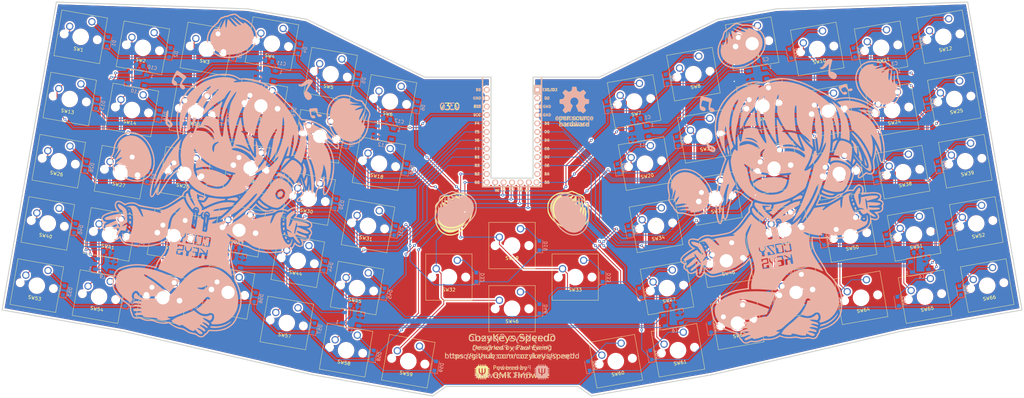
<source format=kicad_pcb>
(kicad_pcb (version 20171130) (host pcbnew 5.1.6)
  (layers (0 F.Cu signal) (31 B.Cu signal) (34 B.Paste user) (35 F.Paste user) (36 B.SilkS user) (37 F.SilkS user) (38 B.Mask user) (39 F.Mask user) (44 Edge.Cuts user))
  (net 0 "")
  (net 1 GND)
  (net 2 VCC)
  (net 3 /row0)
  (net 4 "Net-(D1-Pad2)")
  (net 5 "Net-(D2-Pad2)")
  (net 6 "Net-(D3-Pad2)")
  (net 7 "Net-(D4-Pad2)")
  (net 8 "Net-(D5-Pad2)")
  (net 9 "Net-(D6-Pad2)")
  (net 10 "Net-(D7-Pad2)")
  (net 11 "Net-(D8-Pad2)")
  (net 12 "Net-(D9-Pad2)")
  (net 13 "Net-(D10-Pad2)")
  (net 14 "Net-(D11-Pad2)")
  (net 15 "Net-(D12-Pad2)")
  (net 16 /row1)
  (net 17 "Net-(D13-Pad2)")
  (net 18 "Net-(D14-Pad2)")
  (net 19 "Net-(D15-Pad2)")
  (net 20 "Net-(D16-Pad2)")
  (net 21 "Net-(D17-Pad2)")
  (net 22 "Net-(D18-Pad2)")
  (net 23 "Net-(D19-Pad2)")
  (net 24 "Net-(D20-Pad2)")
  (net 25 "Net-(D21-Pad2)")
  (net 26 "Net-(D22-Pad2)")
  (net 27 "Net-(D23-Pad2)")
  (net 28 "Net-(D24-Pad2)")
  (net 29 /row2)
  (net 30 "Net-(D25-Pad2)")
  (net 31 "Net-(D26-Pad2)")
  (net 32 "Net-(D27-Pad2)")
  (net 33 "Net-(D28-Pad2)")
  (net 34 "Net-(D29-Pad2)")
  (net 35 "Net-(D30-Pad2)")
  (net 36 "Net-(D31-Pad2)")
  (net 37 "Net-(D32-Pad2)")
  (net 38 "Net-(D33-Pad2)")
  (net 39 "Net-(D34-Pad2)")
  (net 40 "Net-(D35-Pad2)")
  (net 41 "Net-(D36-Pad2)")
  (net 42 "Net-(D37-Pad2)")
  (net 43 /row3)
  (net 44 "Net-(D38-Pad2)")
  (net 45 "Net-(D39-Pad2)")
  (net 46 "Net-(D40-Pad2)")
  (net 47 "Net-(D41-Pad2)")
  (net 48 "Net-(D42-Pad2)")
  (net 49 "Net-(D43-Pad2)")
  (net 50 "Net-(D44-Pad2)")
  (net 51 "Net-(D45-Pad2)")
  (net 52 "Net-(D46-Pad2)")
  (net 53 "Net-(D47-Pad2)")
  (net 54 "Net-(D48-Pad2)")
  (net 55 /row4)
  (net 56 "Net-(D49-Pad2)")
  (net 57 "Net-(D50-Pad2)")
  (net 58 "Net-(D51-Pad2)")
  (net 59 "Net-(D52-Pad2)")
  (net 60 "Net-(D53-Pad2)")
  (net 61 "Net-(D54-Pad2)")
  (net 62 "Net-(D55-Pad2)")
  (net 63 "Net-(D56-Pad2)")
  (net 64 "Net-(D57-Pad2)")
  (net 65 "Net-(D58-Pad2)")
  (net 66 "Net-(D59-Pad2)")
  (net 67 "Net-(D60-Pad2)")
  (net 68 "Net-(D61-Pad2)")
  (net 69 "Net-(D62-Pad2)")
  (net 70 "Net-(D63-Pad2)")
  (net 71 "Net-(D64-Pad2)")
  (net 72 "Net-(D65-Pad2)")
  (net 73 "Net-(D66-Pad2)")
  (net 74 "Net-(L1-Pad2)")
  (net 75 /rgb_in)
  (net 76 "Net-(L2-Pad2)")
  (net 77 "Net-(L3-Pad2)")
  (net 78 "Net-(L4-Pad2)")
  (net 79 "Net-(L5-Pad2)")
  (net 80 "Net-(L6-Pad2)")
  (net 81 "Net-(L7-Pad2)")
  (net 82 "Net-(L8-Pad2)")
  (net 83 "Net-(L10-Pad4)")
  (net 84 "Net-(L10-Pad2)")
  (net 85 "Net-(L11-Pad2)")
  (net 86 "Net-(L12-Pad2)")
  (net 87 /col0)
  (net 88 /col1)
  (net 89 /col2)
  (net 90 /col3)
  (net 91 /col4)
  (net 92 /col5)
  (net 93 /col8)
  (net 94 /col9)
  (net 95 /col10)
  (net 96 /col11)
  (net 97 /col12)
  (net 98 /col13)
  (net 99 /col7)
  (net 100 /col6)
  (net 101 "Net-(U1-Pad1)")
  (net 102 "Net-(U1-Pad2)")
  (net 103 "Net-(U1-Pad22)")
  (net 104 "Net-(U1-Pad24)")
  (net 105 "Net-(U1-Pad11)")
  (module Keebio-Parts:Elite-C (layer B.Cu) (at 172.9725 62.209 270)
    (fp_text reference U1 hide)
    (fp_text value Elite-C hide)
    (fp_text user D2 (at -11.43 -10.541 180) (layer F.SilkS) (effects (font (size 0.8 0.8))))
    (fp_text user D0 (at -1.27 -10.541 180) (layer F.SilkS) (effects (font (size 0.8 0.8))))
    (fp_text user D1 (at -3.81 -10.541 180) (layer F.SilkS) (effects (font (size 0.8 0.8))))
    (fp_text user GND (at -6.35 -10.541 180) (layer F.SilkS) (effects (font (size 0.8 0.8))))
    (fp_text user GND (at -8.89 -10.541 180) (layer F.SilkS) (effects (font (size 0.8 0.8))))
    (fp_text user D4 (at 1.27 -10.541 180) (layer F.SilkS) (effects (font (size 0.8 0.8))))
    (fp_text user C6 (at 3.81 -10.541 180) (layer F.SilkS) (effects (font (size 0.8 0.8))))
    (fp_text user D7 (at 6.35 -10.541 180) (layer F.SilkS) (effects (font (size 0.8 0.8))))
    (fp_text user E6 (at 8.89 -10.541 180) (layer F.SilkS) (effects (font (size 0.8 0.8))))
    (fp_text user B4 (at 11.43 -10.541 180) (layer F.SilkS) (effects (font (size 0.8 0.8))))
    (fp_text user B5 (at 13.97 -10.541 180) (layer F.SilkS) (effects (font (size 0.8 0.8))))
    (fp_text user B2 (at 11.43 10.541 180) (layer B.SilkS) (effects (font (size 0.8 0.8)) (justify mirror)))
    (fp_text user B3 (at 8.89 10.541 180) (layer F.SilkS) (effects (font (size 0.8 0.8))))
    (fp_text user B1 (at 6.35 10.541 180) (layer F.SilkS) (effects (font (size 0.8 0.8))))
    (fp_text user F7 (at 3.81 10.541 180) (layer B.SilkS) (effects (font (size 0.8 0.8)) (justify mirror)))
    (fp_text user F6 (at 1.27 10.541 180) (layer B.SilkS) (effects (font (size 0.8 0.8)) (justify mirror)))
    (fp_text user F5 (at -1.27 10.541 180) (layer B.SilkS) (effects (font (size 0.8 0.8)) (justify mirror)))
    (fp_text user F4 (at -3.81 10.541 180) (layer F.SilkS) (effects (font (size 0.8 0.8))))
    (fp_text user VCC (at -6.35 10.541 180) (layer F.SilkS) (effects (font (size 0.8 0.8))))
    (fp_text user GND (at -11.43 10.541 180) (layer F.SilkS) (effects (font (size 0.8 0.8))))
    (fp_text user B0 (at -13.97 10.16 180) (layer F.SilkS) (effects (font (size 0.8 0.8))))
    (fp_text user B0 (at -13.97 10.16 180) (layer B.SilkS) (effects (font (size 0.8 0.8)) (justify mirror)))
    (fp_text user GND (at -11.43 10.541 180) (layer B.SilkS) (effects (font (size 0.8 0.8)) (justify mirror)))
    (fp_text user ST (at -8.92 10.81312 180) (layer B.SilkS) (effects (font (size 0.8 0.8)) (justify mirror)))
    (fp_text user VCC (at -6.35 10.541 180) (layer B.SilkS) (effects (font (size 0.8 0.8)) (justify mirror)))
    (fp_text user F4 (at -3.81 10.541 180) (layer B.SilkS) (effects (font (size 0.8 0.8)) (justify mirror)))
    (fp_text user F5 (at -1.27 10.541 180) (layer F.SilkS) (effects (font (size 0.8 0.8))))
    (fp_text user F6 (at 1.27 10.541 180) (layer F.SilkS) (effects (font (size 0.8 0.8))))
    (fp_text user F7 (at 3.81 10.541 180) (layer F.SilkS) (effects (font (size 0.8 0.8))))
    (fp_text user B1 (at 6.35 10.541 180) (layer B.SilkS) (effects (font (size 0.8 0.8)) (justify mirror)))
    (fp_text user B3 (at 8.89 10.541 180) (layer B.SilkS) (effects (font (size 0.8 0.8)) (justify mirror)))
    (fp_text user B2 (at 11.43 10.541 180) (layer F.SilkS) (effects (font (size 0.8 0.8))))
    (fp_text user B5 (at 13.97 -10.541 180) (layer B.SilkS) (effects (font (size 0.8 0.8)) (justify mirror)))
    (fp_text user B4 (at 11.43 -10.541 180) (layer B.SilkS) (effects (font (size 0.8 0.8)) (justify mirror)))
    (fp_text user E6 (at 8.89 -10.541 180) (layer B.SilkS) (effects (font (size 0.8 0.8)) (justify mirror)))
    (fp_text user D7 (at 6.35 -10.541 180) (layer B.SilkS) (effects (font (size 0.8 0.8)) (justify mirror)))
    (fp_text user C6 (at 3.81 -10.541 180) (layer B.SilkS) (effects (font (size 0.8 0.8)) (justify mirror)))
    (fp_text user D4 (at 1.27 -10.541 180) (layer B.SilkS) (effects (font (size 0.8 0.8)) (justify mirror)))
    (fp_text user GND (at -8.89 -10.541 180) (layer B.SilkS) (effects (font (size 0.8 0.8)) (justify mirror)))
    (fp_text user GND (at -6.35 -10.541 180) (layer B.SilkS) (effects (font (size 0.8 0.8)) (justify mirror)))
    (fp_text user D1 (at -3.81 -10.541 180) (layer B.SilkS) (effects (font (size 0.8 0.8)) (justify mirror)))
    (fp_text user D0 (at -1.27 -10.541 180) (layer B.SilkS) (effects (font (size 0.8 0.8)) (justify mirror)))
    (fp_text user D2 (at -11.43 -10.541 180) (layer B.SilkS) (effects (font (size 0.8 0.8)) (justify mirror)))
    (fp_text user TX0/D3 (at -13.97 -11.43 180) (layer F.SilkS) (effects (font (size 0.8 0.8))))
    (fp_text user TX0/D3 (at -13.97 -11.43 180) (layer B.SilkS) (effects (font (size 0.8 0.8)) (justify mirror)))
    (fp_text user ST (at -8.91 10.12 180) (layer F.SilkS) (effects (font (size 0.8 0.8))))
    (fp_text user B7 (at 16.41 -4.5 180) (layer B.SilkS) (effects (font (size 0.7 0.7)) (justify mirror)))
    (fp_text user B7 (at 16.41 -4.5 180) (layer F.SilkS) (effects (font (size 0.7 0.7))))
    (fp_text user F0 (at 16.41 4.5 180) (layer F.SilkS) (effects (font (size 0.7 0.7))))
    (fp_text user F0 (at 16.41 4.5 180) (layer B.SilkS) (effects (font (size 0.7 0.7)) (justify mirror)))
    (fp_text user B6 (at 13.97 10.541 180) (layer B.SilkS) (effects (font (size 0.8 0.8)) (justify mirror)))
    (fp_text user B6 (at 13.97 10.541 180 unlocked) (layer F.SilkS) (effects (font (size 0.8 0.8))))
    (fp_text user C7 (at 16.21 0 180) (layer B.SilkS) (effects (font (size 0.8 0.8)) (justify mirror)))
    (fp_text user C7 (at 16.21 0 180) (layer F.SilkS) (effects (font (size 0.8 0.8))))
    (fp_text user F1 (at 16.21 2.54 180) (layer F.SilkS) (effects (font (size 0.8 0.8))))
    (fp_text user F1 (at 16.21 2.54 180) (layer B.SilkS) (effects (font (size 0.8 0.8)) (justify mirror)))
    (fp_text user D5 (at 16.21 -2.54 180) (layer B.SilkS) (effects (font (size 0.8 0.8)) (justify mirror)))
    (fp_text user D5 (at 16.21 -2.54 180) (layer F.SilkS) (effects (font (size 0.8 0.8))))
    (pad 1 thru_hole rect (at -13.97 -7.62 270) (size 1.7526 1.7526) (drill 1.0922) (layers *.Cu *.SilkS *.Mask) (net 101 "Net-(U1-Pad1)"))
    (pad 2 thru_hole circle (at -11.43 -7.62 270) (size 1.7526 1.7526) (drill 1.0922) (layers *.Cu *.SilkS *.Mask) (net 102 "Net-(U1-Pad2)"))
    (pad 3 thru_hole circle (at -8.89 -7.62 270) (size 1.7526 1.7526) (drill 1.0922) (layers *.Cu *.SilkS *.Mask) (net 1 GND))
    (pad 4 thru_hole circle (at -6.35 -7.62 270) (size 1.7526 1.7526) (drill 1.0922) (layers *.Cu *.SilkS *.Mask) (net 1 GND))
    (pad 5 thru_hole circle (at -3.81 -7.62 270) (size 1.7526 1.7526) (drill 1.0922) (layers *.Cu *.SilkS *.Mask) (net 98 /col13))
    (pad 6 thru_hole circle (at -1.27 -7.62 270) (size 1.7526 1.7526) (drill 1.0922) (layers *.Cu *.SilkS *.Mask) (net 97 /col12))
    (pad 7 thru_hole circle (at 1.27 -7.62 270) (size 1.7526 1.7526) (drill 1.0922) (layers *.Cu *.SilkS *.Mask) (net 96 /col11))
    (pad 8 thru_hole circle (at 3.81 -7.62 270) (size 1.7526 1.7526) (drill 1.0922) (layers *.Cu *.SilkS *.Mask) (net 95 /col10))
    (pad 9 thru_hole circle (at 6.35 -7.62 270) (size 1.7526 1.7526) (drill 1.0922) (layers *.Cu *.SilkS *.Mask) (net 94 /col9))
    (pad 10 thru_hole circle (at 8.89 -7.62 270) (size 1.7526 1.7526) (drill 1.0922) (layers *.Cu *.SilkS *.Mask) (net 93 /col8))
    (pad 11 thru_hole circle (at 11.43 -7.62 270) (size 1.7526 1.7526) (drill 1.0922) (layers *.Cu *.SilkS *.Mask) (net 105 "Net-(U1-Pad11)"))
    (pad 13 thru_hole circle (at 13.97 7.62 270) (size 1.7526 1.7526) (drill 1.0922) (layers *.Cu *.SilkS *.Mask) (net 100 /col6))
    (pad 14 thru_hole circle (at 11.43 7.62 270) (size 1.7526 1.7526) (drill 1.0922) (layers *.Cu *.SilkS *.Mask) (net 99 /col7))
    (pad 15 thru_hole circle (at 8.89 7.62 270) (size 1.7526 1.7526) (drill 1.0922) (layers *.Cu *.SilkS *.Mask) (net 92 /col5))
    (pad 16 thru_hole circle (at 6.35 7.62 270) (size 1.7526 1.7526) (drill 1.0922) (layers *.Cu *.SilkS *.Mask) (net 91 /col4))
    (pad 17 thru_hole circle (at 3.81 7.62 270) (size 1.7526 1.7526) (drill 1.0922) (layers *.Cu *.SilkS *.Mask) (net 90 /col3))
    (pad 18 thru_hole circle (at 1.27 7.62 270) (size 1.7526 1.7526) (drill 1.0922) (layers *.Cu *.SilkS *.Mask) (net 89 /col2))
    (pad 19 thru_hole circle (at -1.27 7.62 270) (size 1.7526 1.7526) (drill 1.0922) (layers *.Cu *.SilkS *.Mask) (net 88 /col1))
    (pad 20 thru_hole circle (at -3.81 7.62 270) (size 1.7526 1.7526) (drill 1.0922) (layers *.Cu *.SilkS *.Mask) (net 87 /col0))
    (pad 21 thru_hole circle (at -6.35 7.62 270) (size 1.7526 1.7526) (drill 1.0922) (layers *.Cu *.SilkS *.Mask) (net 2 VCC))
    (pad 22 thru_hole circle (at -8.89 7.62 270) (size 1.7526 1.7526) (drill 1.0922) (layers *.Cu *.SilkS *.Mask) (net 103 "Net-(U1-Pad22)"))
    (pad 23 thru_hole circle (at -11.43 7.62 270) (size 1.7526 1.7526) (drill 1.0922) (layers *.Cu *.SilkS *.Mask) (net 1 GND))
    (pad 12 thru_hole circle (at 13.97 -7.3914 270) (size 1.7526 1.7526) (drill 1.0922) (layers *.Cu *.SilkS *.Mask) (net 75 /rgb_in))
    (pad 24 thru_hole circle (at -13.97 7.62 270) (size 1.7526 1.7526) (drill 1.0922) (layers *.Cu *.SilkS *.Mask) (net 104 "Net-(U1-Pad24)"))
    (pad 29 thru_hole circle (at 13.97 5.08 270) (size 1.7526 1.7526) (drill 1.0922) (layers *.Cu *.SilkS *.Mask) (net 3 /row0))
    (pad 28 thru_hole circle (at 13.97 2.54 270) (size 1.7526 1.7526) (drill 1.0922) (layers *.Cu *.SilkS *.Mask) (net 16 /row1))
    (pad 27 thru_hole circle (at 13.97 0 270) (size 1.7526 1.7526) (drill 1.0922) (layers *.Cu *.SilkS *.Mask) (net 29 /row2))
    (pad 26 thru_hole circle (at 13.97 -2.54 270) (size 1.7526 1.7526) (drill 1.0922) (layers *.Cu *.SilkS *.Mask) (net 43 /row3))
    (pad 25 thru_hole circle (at 13.97 -5.08 270) (size 1.7526 1.7526) (drill 1.0922) (layers *.Cu *.SilkS *.Mask) (net 55 /row4))
  )
  (module dumplings-small (layer F.Cu) (at 172.973 82.19)
    (fp_text reference G9 hide)
    (fp_text value LOGO hide)
  )
  (module dumplings-small (layer F.Cu) (at 172.973 82.19 180)
    (fp_text reference G10 hide)
    (fp_text value LOGO hide)
  )
  (module Capacitor_SMD:C_0805_2012Metric_Pad1.15x1.40mm_HandSolder (layer B.Cu) (at 285.247096 40.886895 10)
    (fp_text reference C3 (at 3.175 0 10) (layer B.SilkS) (effects (justify mirror)))
    (fp_text value C_Small)
    (pad 1 smd roundrect (at -1.025 0 10) (size 1.15 1.4) (layers B.Cu B.Paste B.Mask) (roundrect_rratio 0.217391) (net 1 GND))
    (pad 2 smd roundrect (at 1.025 0 10) (size 1.15 1.4) (layers B.Cu B.Paste B.Mask) (roundrect_rratio 0.217391) (net 2 VCC))
  )
  (module Capacitor_SMD:C_0805_2012Metric_Pad1.15x1.40mm_HandSolder (layer B.Cu) (at 246.336096 39.623895 10)
    (fp_text reference C2 (at 3.175 0 10) (layer B.SilkS) (effects (justify mirror)))
    (fp_text value C_Small)
    (pad 1 smd roundrect (at -1.025 0 10) (size 1.15 1.4) (layers B.Cu B.Paste B.Mask) (roundrect_rratio 0.217391) (net 1 GND))
    (pad 2 smd roundrect (at 1.025 0 10) (size 1.15 1.4) (layers B.Cu B.Paste B.Mask) (roundrect_rratio 0.217391) (net 2 VCC))
  )
  (module Capacitor_SMD:C_0805_2012Metric_Pad1.15x1.40mm_HandSolder (layer B.Cu) (at 210.725096 57.073895 10)
    (fp_text reference C1 (at 3.175 0 10) (layer B.SilkS) (effects (justify mirror)))
    (fp_text value C_Small)
    (pad 1 smd roundrect (at -1.025 0 10) (size 1.15 1.4) (layers B.Cu B.Paste B.Mask) (roundrect_rratio 0.217391) (net 1 GND))
    (pad 2 smd roundrect (at 1.025 0 10) (size 1.15 1.4) (layers B.Cu B.Paste B.Mask) (roundrect_rratio 0.217391) (net 2 VCC))
  )
  (module Capacitor_SMD:C_0805_2012Metric_Pad1.15x1.40mm_HandSolder (layer B.Cu) (at 135.219903 57.073895 350)
    (fp_text reference C12 (at 3.81 0 170) (layer B.SilkS) (effects (justify mirror)))
    (fp_text value C_Small)
    (pad 2 smd roundrect (at 1.025 0 350) (size 1.15 1.4) (layers B.Cu B.Paste B.Mask) (roundrect_rratio 0.217391) (net 2 VCC))
    (pad 1 smd roundrect (at -1.025 0 350) (size 1.15 1.4) (layers B.Cu B.Paste B.Mask) (roundrect_rratio 0.217391) (net 1 GND))
  )
  (module Capacitor_SMD:C_0805_2012Metric_Pad1.15x1.40mm_HandSolder (layer B.Cu) (at 99.608903 39.623895 350)
    (fp_text reference C11 (at 3.81 0 170) (layer B.SilkS) (effects (justify mirror)))
    (fp_text value C_Small)
    (pad 2 smd roundrect (at 1.025 0 350) (size 1.15 1.4) (layers B.Cu B.Paste B.Mask) (roundrect_rratio 0.217391) (net 2 VCC))
    (pad 1 smd roundrect (at -1.025 0 350) (size 1.15 1.4) (layers B.Cu B.Paste B.Mask) (roundrect_rratio 0.217391) (net 1 GND))
  )
  (module Capacitor_SMD:C_0805_2012Metric_Pad1.15x1.40mm_HandSolder (layer B.Cu) (at 60.697903 40.886895 350)
    (fp_text reference C10 (at 3.81 0 170) (layer B.SilkS) (effects (justify mirror)))
    (fp_text value C_Small)
    (pad 2 smd roundrect (at 1.025 0 350) (size 1.15 1.4) (layers B.Cu B.Paste B.Mask) (roundrect_rratio 0.217391) (net 2 VCC))
    (pad 1 smd roundrect (at -1.025 0 350) (size 1.15 1.4) (layers B.Cu B.Paste B.Mask) (roundrect_rratio 0.217391) (net 1 GND))
  )
  (module LED_SMD:LED_WS2812B_PLCC4_5.0x5.0mm_P3.2mm (layer B.Cu) (at 59.979 44.964 170)
    (fp_text reference L10 (at 0 -3.81 170) (layer B.SilkS) (effects (justify mirror)))
    (fp_text value WS2812B)
    (fp_text user 1 (at -4.15 1.599999 170) (layer B.SilkS) (effects (justify mirror)))
    (pad 1 smd rect (at -2.45 1.6 170) (size 1.5 1) (layers B.Cu B.Paste B.Mask) (net 2 VCC))
    (pad 2 smd rect (at -2.45 -1.6 170) (size 1.5 1) (layers B.Cu B.Paste B.Mask) (net 84 "Net-(L10-Pad2)"))
    (pad 4 smd rect (at 2.45 1.6 170) (size 1.5 1) (layers B.Cu B.Paste B.Mask) (net 83 "Net-(L10-Pad4)"))
    (pad 3 smd rect (at 2.45 -1.6 170) (size 1.5 1) (layers B.Cu B.Paste B.Mask) (net 1 GND))
  )
  (module LED_SMD:LED_WS2812B_PLCC4_5.0x5.0mm_P3.2mm (layer B.Cu) (at 98.89 43.701 170)
    (fp_text reference L11 (at 0 -3.81 170) (layer B.SilkS) (effects (justify mirror)))
    (fp_text value WS2812B)
    (fp_text user 1 (at -4.15 1.599999 170) (layer B.SilkS) (effects (justify mirror)))
    (pad 3 smd rect (at 2.45 -1.6 170) (size 1.5 1) (layers B.Cu B.Paste B.Mask) (net 1 GND))
    (pad 4 smd rect (at 2.45 1.6 170) (size 1.5 1) (layers B.Cu B.Paste B.Mask) (net 84 "Net-(L10-Pad2)"))
    (pad 2 smd rect (at -2.45 -1.6 170) (size 1.5 1) (layers B.Cu B.Paste B.Mask) (net 85 "Net-(L11-Pad2)"))
    (pad 1 smd rect (at -2.45 1.6 170) (size 1.5 1) (layers B.Cu B.Paste B.Mask) (net 2 VCC))
  )
  (module LED_SMD:LED_WS2812B_PLCC4_5.0x5.0mm_P3.2mm (layer B.Cu) (at 134.501 61.151 170)
    (fp_text reference L12 (at 0 -3.81 170) (layer B.SilkS) (effects (justify mirror)))
    (fp_text value WS2812B)
    (fp_text user 1 (at -4.15 1.599999 170) (layer B.SilkS) (effects (justify mirror)))
    (pad 3 smd rect (at 2.45 -1.6 170) (size 1.5 1) (layers B.Cu B.Paste B.Mask) (net 1 GND))
    (pad 4 smd rect (at 2.45 1.6 170) (size 1.5 1) (layers B.Cu B.Paste B.Mask) (net 85 "Net-(L11-Pad2)"))
    (pad 2 smd rect (at -2.45 -1.6 170) (size 1.5 1) (layers B.Cu B.Paste B.Mask) (net 86 "Net-(L12-Pad2)"))
    (pad 1 smd rect (at -2.45 1.6 170) (size 1.5 1) (layers B.Cu B.Paste B.Mask) (net 2 VCC))
  )
  (module LED_SMD:LED_WS2812B_PLCC4_5.0x5.0mm_P3.2mm (layer B.Cu) (at 285.966 44.964 190)
    (fp_text reference L3 (at 0 -3.81 10) (layer B.SilkS) (effects (justify mirror)))
    (fp_text value WS2812B)
    (fp_text user 1 (at -4.15 1.6 10) (layer B.SilkS) (effects (justify mirror)))
    (pad 3 smd rect (at 2.45 -1.6 190) (size 1.5 1) (layers B.Cu B.Paste B.Mask) (net 1 GND))
    (pad 4 smd rect (at 2.45 1.6 190) (size 1.5 1) (layers B.Cu B.Paste B.Mask) (net 76 "Net-(L2-Pad2)"))
    (pad 2 smd rect (at -2.45 -1.6 190) (size 1.5 1) (layers B.Cu B.Paste B.Mask) (net 77 "Net-(L3-Pad2)"))
    (pad 1 smd rect (at -2.45 1.6 190) (size 1.5 1) (layers B.Cu B.Paste B.Mask) (net 2 VCC))
  )
  (module LED_SMD:LED_WS2812B_PLCC4_5.0x5.0mm_P3.2mm (layer B.Cu) (at 247.055 43.701 190)
    (fp_text reference L2 (at 0 -3.81 10) (layer B.SilkS) (effects (justify mirror)))
    (fp_text value WS2812B)
    (fp_text user 1 (at -4.15 1.6 10) (layer B.SilkS) (effects (justify mirror)))
    (pad 3 smd rect (at 2.45 -1.6 190) (size 1.5 1) (layers B.Cu B.Paste B.Mask) (net 1 GND))
    (pad 4 smd rect (at 2.45 1.6 190) (size 1.5 1) (layers B.Cu B.Paste B.Mask) (net 74 "Net-(L1-Pad2)"))
    (pad 2 smd rect (at -2.45 -1.6 190) (size 1.5 1) (layers B.Cu B.Paste B.Mask) (net 76 "Net-(L2-Pad2)"))
    (pad 1 smd rect (at -2.45 1.6 190) (size 1.5 1) (layers B.Cu B.Paste B.Mask) (net 2 VCC))
  )
  (module LED_SMD:LED_WS2812B_PLCC4_5.0x5.0mm_P3.2mm (layer B.Cu) (at 211.444 61.151 190)
    (fp_text reference L1 (at 0 -3.81 10) (layer B.SilkS) (effects (justify mirror)))
    (fp_text value WS2812B)
    (fp_text user 1 (at -4.15 1.6 10) (layer B.SilkS) (effects (justify mirror)))
    (pad 1 smd rect (at -2.45 1.6 190) (size 1.5 1) (layers B.Cu B.Paste B.Mask) (net 2 VCC))
    (pad 2 smd rect (at -2.45 -1.6 190) (size 1.5 1) (layers B.Cu B.Paste B.Mask) (net 74 "Net-(L1-Pad2)"))
    (pad 4 smd rect (at 2.45 1.6 190) (size 1.5 1) (layers B.Cu B.Paste B.Mask) (net 75 /rgb_in))
    (pad 3 smd rect (at 2.45 -1.6 190) (size 1.5 1) (layers B.Cu B.Paste B.Mask) (net 1 GND))
  )
  (module cozykeys-graphic-speedo (layer F.Cu) (at 257.046 74.93 190)
    (fp_text reference G8 hide)
    (fp_text value LOGO hide)
  )
  (module cozykeys-graphic-speedo (layer F.Cu) (at 88.9 74.93 170)
    (fp_text reference G7 hide)
    (fp_text value LOGO hide)
  )
  (module speedo-attribution-small (layer F.Cu) (at 172.973 125.73 180)
    (fp_text reference G6 hide)
    (fp_text value LOGO hide)
  )
  (module speedo-attribution-small (layer F.Cu) (at 172.973 125.73)
    (fp_text reference G5 hide)
    (fp_text value LOGO hide)
  )
  (module qmk-badge (layer F.Cu) (at 172.973 133.35 180)
    (fp_text reference G4 hide)
    (fp_text value "" hide)
  )
  (module qmk-badge (layer F.Cu) (at 172.973 133.35)
    (fp_text reference G3 hide)
    (fp_text value "" hide)
  )
  (module oshw-logo-small (layer F.Cu) (at 191.77 53.34 180)
    (fp_text reference G2 hide)
    (fp_text value LOGO hide)
  )
  (module oshw-logo-small (layer F.Cu) (at 191.77 53.34)
    (fp_text reference G1 hide)
    (fp_text value LOGO hide)
  )
  (module cozy-parts:MX_1.00u (layer F.Cu) (at 204.262 130.121 10)
    (fp_text reference SW60 (at 0 3.81 10) (layer F.SilkS))
    (fp_text value MX)
    (pad "" np_thru_hole circle (at 5.08 0 10) (size 1.7 1.7) (drill 1.7) (layers *.Cu *.Mask))
    (pad "" np_thru_hole circle (at -5.08 0 10) (size 1.7 1.7) (drill 1.7) (layers *.Cu *.Mask))
    (pad "" np_thru_hole circle (at 0 0 10) (size 4 4) (drill 4) (layers *.Cu *.Mask))
    (pad 2 thru_hole circle (at -3.81 -2.54 10) (size 2.2 2.2) (drill 1.5) (layers *.Cu *.Mask) (net 99 /col7))
    (pad 1 thru_hole circle (at 2.54 -5.08 10) (size 2.2 2.2) (drill 1.5) (layers *.Cu *.Mask) (net 67 "Net-(D60-Pad2)"))
  )
  (module cozy-parts:MX_1.00u (layer F.Cu) (at 248.709 53.082 10)
    (fp_text reference SW22 (at 0 3.81 10) (layer F.SilkS))
    (fp_text value MX)
    (pad "" np_thru_hole circle (at 5.08 0 10) (size 1.7 1.7) (drill 1.7) (layers *.Cu *.Mask))
    (pad "" np_thru_hole circle (at -5.08 0 10) (size 1.7 1.7) (drill 1.7) (layers *.Cu *.Mask))
    (pad "" np_thru_hole circle (at 0 0 10) (size 4 4) (drill 4) (layers *.Cu *.Mask))
    (pad 2 thru_hole circle (at -3.81 -2.54 10) (size 2.2 2.2) (drill 1.5) (layers *.Cu *.Mask) (net 95 /col10))
    (pad 1 thru_hole circle (at 2.54 -5.08 10) (size 2.2 2.2) (drill 1.5) (layers *.Cu *.Mask) (net 26 "Net-(D22-Pad2)"))
  )
  (module Capacitor_SMD:C_0805_2012Metric_Pad1.15x1.40mm_HandSolder (layer B.Cu) (at 295.171096 97.168895 190)
    (fp_text reference C4 (at 0 1.65 190) (layer B.SilkS) (effects (justify mirror)))
    (fp_text value C_Small)
    (pad 1 smd roundrect (at -1.025 0 190) (size 1.15 1.4) (layers B.Cu B.Paste B.Mask) (roundrect_rratio 0.217391) (net 1 GND))
    (pad 2 smd roundrect (at 1.025 0 190) (size 1.15 1.4) (layers B.Cu B.Paste B.Mask) (roundrect_rratio 0.217391) (net 2 VCC))
  )
  (module Capacitor_SMD:C_0805_2012Metric_Pad1.15x1.40mm_HandSolder (layer B.Cu) (at 256.260096 95.905895 190)
    (fp_text reference C5 (at 0 1.65 190) (layer B.SilkS) (effects (justify mirror)))
    (fp_text value C_Small)
    (pad 1 smd roundrect (at -1.025 0 190) (size 1.15 1.4) (layers B.Cu B.Paste B.Mask) (roundrect_rratio 0.217391) (net 1 GND))
    (pad 2 smd roundrect (at 1.025 0 190) (size 1.15 1.4) (layers B.Cu B.Paste B.Mask) (roundrect_rratio 0.217391) (net 2 VCC))
  )
  (module Capacitor_SMD:C_0805_2012Metric_Pad1.15x1.40mm_HandSolder (layer B.Cu) (at 220.649096 113.355895 190)
    (fp_text reference C6 (at 0 1.65 190) (layer B.SilkS) (effects (justify mirror)))
    (fp_text value C_Small)
    (pad 1 smd roundrect (at -1.025 0 190) (size 1.15 1.4) (layers B.Cu B.Paste B.Mask) (roundrect_rratio 0.217391) (net 1 GND))
    (pad 2 smd roundrect (at 1.025 0 190) (size 1.15 1.4) (layers B.Cu B.Paste B.Mask) (roundrect_rratio 0.217391) (net 2 VCC))
  )
  (module Capacitor_SMD:C_0805_2012Metric_Pad1.15x1.40mm_HandSolder (layer B.Cu) (at 125.295903 113.355895 170)
    (fp_text reference C7 (at 0 1.65 170) (layer B.SilkS) (effects (justify mirror)))
    (fp_text value C_Small)
    (pad 2 smd roundrect (at 1.025 0 170) (size 1.15 1.4) (layers B.Cu B.Paste B.Mask) (roundrect_rratio 0.217391) (net 2 VCC))
    (pad 1 smd roundrect (at -1.025 0 170) (size 1.15 1.4) (layers B.Cu B.Paste B.Mask) (roundrect_rratio 0.217391) (net 1 GND))
  )
  (module Capacitor_SMD:C_0805_2012Metric_Pad1.15x1.40mm_HandSolder (layer B.Cu) (at 89.684903 95.905895 170)
    (fp_text reference C8 (at 0 1.65 170) (layer B.SilkS) (effects (justify mirror)))
    (fp_text value C_Small)
    (pad 2 smd roundrect (at 1.025 0 170) (size 1.15 1.4) (layers B.Cu B.Paste B.Mask) (roundrect_rratio 0.217391) (net 2 VCC))
    (pad 1 smd roundrect (at -1.025 0 170) (size 1.15 1.4) (layers B.Cu B.Paste B.Mask) (roundrect_rratio 0.217391) (net 1 GND))
  )
  (module Capacitor_SMD:C_0805_2012Metric_Pad1.15x1.40mm_HandSolder (layer B.Cu) (at 50.773903 97.168895 170)
    (fp_text reference C9 (at 0 1.65 170) (layer B.SilkS) (effects (justify mirror)))
    (fp_text value C_Small)
    (pad 2 smd roundrect (at 1.025 0 170) (size 1.15 1.4) (layers B.Cu B.Paste B.Mask) (roundrect_rratio 0.217391) (net 2 VCC))
    (pad 1 smd roundrect (at -1.025 0 170) (size 1.15 1.4) (layers B.Cu B.Paste B.Mask) (roundrect_rratio 0.217391) (net 1 GND))
  )
  (module Diode_SMD:D_SOD-123F (layer B.Cu) (at 51.009974 33.710768 80)
    (fp_text reference D1 (at -0.127 1.905 80) (layer B.SilkS) (effects (justify mirror)))
    (fp_text value D_Small)
    (pad 1 smd rect (at -1.4 0 80) (size 1.1 1.1) (layers B.Cu B.Paste B.Mask) (net 3 /row0))
    (pad 2 smd rect (at 1.4 0 80) (size 1.1 1.1) (layers B.Cu B.Paste B.Mask) (net 4 "Net-(D1-Pad2)"))
  )
  (module Diode_SMD:D_SOD-123F (layer B.Cu) (at 69.769974 37.018768 80)
    (fp_text reference D2 (at -0.127 1.905 80) (layer B.SilkS) (effects (justify mirror)))
    (fp_text value D_Small)
    (pad 2 smd rect (at 1.4 0 80) (size 1.1 1.1) (layers B.Cu B.Paste B.Mask) (net 5 "Net-(D2-Pad2)"))
    (pad 1 smd rect (at -1.4 0 80) (size 1.1 1.1) (layers B.Cu B.Paste B.Mask) (net 3 /row0))
  )
  (module Diode_SMD:D_SOD-123F (layer B.Cu) (at 89.051974 37.371768 80)
    (fp_text reference D3 (at -0.127 1.905 80) (layer B.SilkS) (effects (justify mirror)))
    (fp_text value D_Small)
    (pad 2 smd rect (at 1.4 0 80) (size 1.1 1.1) (layers B.Cu B.Paste B.Mask) (net 6 "Net-(D3-Pad2)"))
    (pad 1 smd rect (at -1.4 0 80) (size 1.1 1.1) (layers B.Cu B.Paste B.Mask) (net 3 /row0))
  )
  (module Diode_SMD:D_SOD-123F (layer B.Cu) (at 108.680974 35.755768 80)
    (fp_text reference D4 (at -0.127 1.905 80) (layer B.SilkS) (effects (justify mirror)))
    (fp_text value D_Small)
    (pad 2 smd rect (at 1.4 0 80) (size 1.1 1.1) (layers B.Cu B.Paste B.Mask) (net 7 "Net-(D4-Pad2)"))
    (pad 1 smd rect (at -1.4 0 80) (size 1.1 1.1) (layers B.Cu B.Paste B.Mask) (net 3 /row0))
  )
  (module Diode_SMD:D_SOD-123F (layer B.Cu) (at 126.398974 44.972768 80)
    (fp_text reference D5 (at -0.127 1.905 80) (layer B.SilkS) (effects (justify mirror)))
    (fp_text value D_Small)
    (pad 2 smd rect (at 1.4 0 80) (size 1.1 1.1) (layers B.Cu B.Paste B.Mask) (net 8 "Net-(D5-Pad2)"))
    (pad 1 smd rect (at -1.4 0 80) (size 1.1 1.1) (layers B.Cu B.Paste B.Mask) (net 3 /row0))
  )
  (module Diode_SMD:D_SOD-123F (layer B.Cu) (at 144.291974 53.204768 80)
    (fp_text reference D6 (at -0.127 1.905 80) (layer B.SilkS) (effects (justify mirror)))
    (fp_text value D_Small)
    (pad 2 smd rect (at 1.4 0 80) (size 1.1 1.1) (layers B.Cu B.Paste B.Mask) (net 9 "Net-(D6-Pad2)"))
    (pad 1 smd rect (at -1.4 0 80) (size 1.1 1.1) (layers B.Cu B.Paste B.Mask) (net 3 /row0))
  )
  (module Diode_SMD:D_SOD-123F (layer B.Cu) (at 201.653025 53.204768 100)
    (fp_text reference D7 (at -0.127 1.905 100) (layer B.SilkS) (effects (justify mirror)))
    (fp_text value D_Small)
    (pad 1 smd rect (at -1.4 0 100) (size 1.1 1.1) (layers B.Cu B.Paste B.Mask) (net 3 /row0))
    (pad 2 smd rect (at 1.4 0 100) (size 1.1 1.1) (layers B.Cu B.Paste B.Mask) (net 10 "Net-(D7-Pad2)"))
  )
  (module Diode_SMD:D_SOD-123F (layer B.Cu) (at 219.546025 44.972768 100)
    (fp_text reference D8 (at -0.127 1.905 100) (layer B.SilkS) (effects (justify mirror)))
    (fp_text value D_Small)
    (pad 2 smd rect (at 1.4 0 100) (size 1.1 1.1) (layers B.Cu B.Paste B.Mask) (net 11 "Net-(D8-Pad2)"))
    (pad 1 smd rect (at -1.4 0 100) (size 1.1 1.1) (layers B.Cu B.Paste B.Mask) (net 3 /row0))
  )
  (module Diode_SMD:D_SOD-123F (layer B.Cu) (at 237.264025 35.755768 100)
    (fp_text reference D9 (at -0.127 1.905 100) (layer B.SilkS) (effects (justify mirror)))
    (fp_text value D_Small)
    (pad 1 smd rect (at -1.4 0 100) (size 1.1 1.1) (layers B.Cu B.Paste B.Mask) (net 3 /row0))
    (pad 2 smd rect (at 1.4 0 100) (size 1.1 1.1) (layers B.Cu B.Paste B.Mask) (net 12 "Net-(D9-Pad2)"))
  )
  (module Diode_SMD:D_SOD-123F (layer B.Cu) (at 256.893025 37.371768 100)
    (fp_text reference D10 (at -0.127 1.905 100) (layer B.SilkS) (effects (justify mirror)))
    (fp_text value D_Small)
    (pad 2 smd rect (at 1.4 0 100) (size 1.1 1.1) (layers B.Cu B.Paste B.Mask) (net 13 "Net-(D10-Pad2)"))
    (pad 1 smd rect (at -1.4 0 100) (size 1.1 1.1) (layers B.Cu B.Paste B.Mask) (net 3 /row0))
  )
  (module Diode_SMD:D_SOD-123F (layer B.Cu) (at 276.175025 37.018768 100)
    (fp_text reference D11 (at -0.127 1.905 100) (layer B.SilkS) (effects (justify mirror)))
    (fp_text value D_Small)
    (pad 1 smd rect (at -1.4 0 100) (size 1.1 1.1) (layers B.Cu B.Paste B.Mask) (net 3 /row0))
    (pad 2 smd rect (at 1.4 0 100) (size 1.1 1.1) (layers B.Cu B.Paste B.Mask) (net 14 "Net-(D11-Pad2)"))
  )
  (module Diode_SMD:D_SOD-123F (layer B.Cu) (at 294.935025 33.710768 100)
    (fp_text reference D12 (at -0.127 1.905 100) (layer B.SilkS) (effects (justify mirror)))
    (fp_text value D_Small)
    (pad 2 smd rect (at 1.4 0 100) (size 1.1 1.1) (layers B.Cu B.Paste B.Mask) (net 15 "Net-(D12-Pad2)"))
    (pad 1 smd rect (at -1.4 0 100) (size 1.1 1.1) (layers B.Cu B.Paste B.Mask) (net 3 /row0))
  )
  (module Diode_SMD:D_SOD-123F (layer B.Cu) (at 47.701974 52.470768 80)
    (fp_text reference D13 (at -0.127 1.905 80) (layer B.SilkS) (effects (justify mirror)))
    (fp_text value D_Small)
    (pad 1 smd rect (at -1.4 0 80) (size 1.1 1.1) (layers B.Cu B.Paste B.Mask) (net 16 /row1))
    (pad 2 smd rect (at 1.4 0 80) (size 1.1 1.1) (layers B.Cu B.Paste B.Mask) (net 17 "Net-(D13-Pad2)"))
  )
  (module Diode_SMD:D_SOD-123F (layer B.Cu) (at 66.461974 55.778768 80)
    (fp_text reference D14 (at -0.127 1.905 80) (layer B.SilkS) (effects (justify mirror)))
    (fp_text value D_Small)
    (pad 1 smd rect (at -1.4 0 80) (size 1.1 1.1) (layers B.Cu B.Paste B.Mask) (net 16 /row1))
    (pad 2 smd rect (at 1.4 0 80) (size 1.1 1.1) (layers B.Cu B.Paste B.Mask) (net 18 "Net-(D14-Pad2)"))
  )
  (module Diode_SMD:D_SOD-123F (layer B.Cu) (at 85.743974 56.132768 80)
    (fp_text reference D15 (at -0.127 1.905 80) (layer B.SilkS) (effects (justify mirror)))
    (fp_text value D_Small)
    (pad 1 smd rect (at -1.4 0 80) (size 1.1 1.1) (layers B.Cu B.Paste B.Mask) (net 16 /row1))
    (pad 2 smd rect (at 1.4 0 80) (size 1.1 1.1) (layers B.Cu B.Paste B.Mask) (net 19 "Net-(D15-Pad2)"))
  )
  (module Diode_SMD:D_SOD-123F (layer B.Cu) (at 105.372974 54.516768 80)
    (fp_text reference D16 (at -0.127 1.905 80) (layer B.SilkS) (effects (justify mirror)))
    (fp_text value D_Small)
    (pad 1 smd rect (at -1.4 0 80) (size 1.1 1.1) (layers B.Cu B.Paste B.Mask) (net 16 /row1))
    (pad 2 smd rect (at 1.4 0 80) (size 1.1 1.1) (layers B.Cu B.Paste B.Mask) (net 20 "Net-(D16-Pad2)"))
  )
  (module Diode_SMD:D_SOD-123F (layer B.Cu) (at 123.090974 63.733768 80)
    (fp_text reference D17 (at -0.127 1.905 80) (layer B.SilkS) (effects (justify mirror)))
    (fp_text value D_Small)
    (pad 1 smd rect (at -1.4 0 80) (size 1.1 1.1) (layers B.Cu B.Paste B.Mask) (net 16 /row1))
    (pad 2 smd rect (at 1.4 0 80) (size 1.1 1.1) (layers B.Cu B.Paste B.Mask) (net 21 "Net-(D17-Pad2)"))
  )
  (module Diode_SMD:D_SOD-123F (layer B.Cu) (at 140.983974 71.965768 80)
    (fp_text reference D18 (at -0.127 1.905 80) (layer B.SilkS) (effects (justify mirror)))
    (fp_text value D_Small)
    (pad 2 smd rect (at 1.4 0 80) (size 1.1 1.1) (layers B.Cu B.Paste B.Mask) (net 22 "Net-(D18-Pad2)"))
    (pad 1 smd rect (at -1.4 0 80) (size 1.1 1.1) (layers B.Cu B.Paste B.Mask) (net 16 /row1))
  )
  (module Diode_SMD:D_SOD-123F (layer B.Cu) (at 181.2355 95.234 90)
    (fp_text reference D19 (at -0.127 1.905 90) (layer B.SilkS) (effects (justify mirror)))
    (fp_text value D_Small)
    (pad 1 smd rect (at -1.4 0 90) (size 1.1 1.1) (layers B.Cu B.Paste B.Mask) (net 29 /row2))
    (pad 2 smd rect (at 1.4 0 90) (size 1.1 1.1) (layers B.Cu B.Paste B.Mask) (net 23 "Net-(D19-Pad2)"))
  )
  (module Diode_SMD:D_SOD-123F (layer B.Cu) (at 204.961025 71.965768 100)
    (fp_text reference D20 (at -0.127 1.905 100) (layer B.SilkS) (effects (justify mirror)))
    (fp_text value D_Small)
    (pad 1 smd rect (at -1.4 0 100) (size 1.1 1.1) (layers B.Cu B.Paste B.Mask) (net 16 /row1))
    (pad 2 smd rect (at 1.4 0 100) (size 1.1 1.1) (layers B.Cu B.Paste B.Mask) (net 24 "Net-(D20-Pad2)"))
  )
  (module Diode_SMD:D_SOD-123F (layer B.Cu) (at 222.854025 63.733768 100)
    (fp_text reference D21 (at -0.127 1.905 100) (layer B.SilkS) (effects (justify mirror)))
    (fp_text value D_Small)
    (pad 2 smd rect (at 1.4 0 100) (size 1.1 1.1) (layers B.Cu B.Paste B.Mask) (net 25 "Net-(D21-Pad2)"))
    (pad 1 smd rect (at -1.4 0 100) (size 1.1 1.1) (layers B.Cu B.Paste B.Mask) (net 16 /row1))
  )
  (module Diode_SMD:D_SOD-123F (layer B.Cu) (at 240.572025 54.516768 100)
    (fp_text reference D22 (at -0.127 1.905 100) (layer B.SilkS) (effects (justify mirror)))
    (fp_text value D_Small)
    (pad 1 smd rect (at -1.4 0 100) (size 1.1 1.1) (layers B.Cu B.Paste B.Mask) (net 16 /row1))
    (pad 2 smd rect (at 1.4 0 100) (size 1.1 1.1) (layers B.Cu B.Paste B.Mask) (net 26 "Net-(D22-Pad2)"))
  )
  (module Diode_SMD:D_SOD-123F (layer B.Cu) (at 260.201025 56.132768 100)
    (fp_text reference D23 (at -0.127 1.905 100) (layer B.SilkS) (effects (justify mirror)))
    (fp_text value D_Small)
    (pad 2 smd rect (at 1.4 0 100) (size 1.1 1.1) (layers B.Cu B.Paste B.Mask) (net 27 "Net-(D23-Pad2)"))
    (pad 1 smd rect (at -1.4 0 100) (size 1.1 1.1) (layers B.Cu B.Paste B.Mask) (net 16 /row1))
  )
  (module Diode_SMD:D_SOD-123F (layer B.Cu) (at 279.483025 55.778768 100)
    (fp_text reference D24 (at -0.127 1.905 100) (layer B.SilkS) (effects (justify mirror)))
    (fp_text value D_Small)
    (pad 1 smd rect (at -1.4 0 100) (size 1.1 1.1) (layers B.Cu B.Paste B.Mask) (net 16 /row1))
    (pad 2 smd rect (at 1.4 0 100) (size 1.1 1.1) (layers B.Cu B.Paste B.Mask) (net 28 "Net-(D24-Pad2)"))
  )
  (module Diode_SMD:D_SOD-123F (layer B.Cu) (at 298.243025 52.470768 100)
    (fp_text reference D25 (at -0.127 1.905 100) (layer B.SilkS) (effects (justify mirror)))
    (fp_text value D_Small)
    (pad 2 smd rect (at 1.4 0 100) (size 1.1 1.1) (layers B.Cu B.Paste B.Mask) (net 30 "Net-(D25-Pad2)"))
    (pad 1 smd rect (at -1.4 0 100) (size 1.1 1.1) (layers B.Cu B.Paste B.Mask) (net 16 /row1))
  )
  (module Diode_SMD:D_SOD-123F (layer B.Cu) (at 44.393974 71.231768 80)
    (fp_text reference D26 (at -0.127 1.905 80) (layer B.SilkS) (effects (justify mirror)))
    (fp_text value D_Small)
    (pad 1 smd rect (at -1.4 0 80) (size 1.1 1.1) (layers B.Cu B.Paste B.Mask) (net 29 /row2))
    (pad 2 smd rect (at 1.4 0 80) (size 1.1 1.1) (layers B.Cu B.Paste B.Mask) (net 31 "Net-(D26-Pad2)"))
  )
  (module Diode_SMD:D_SOD-123F (layer B.Cu) (at 63.153974 74.539768 80)
    (fp_text reference D27 (at -0.127 1.905 80) (layer B.SilkS) (effects (justify mirror)))
    (fp_text value D_Small)
    (pad 1 smd rect (at -1.4 0 80) (size 1.1 1.1) (layers B.Cu B.Paste B.Mask) (net 29 /row2))
    (pad 2 smd rect (at 1.4 0 80) (size 1.1 1.1) (layers B.Cu B.Paste B.Mask) (net 32 "Net-(D27-Pad2)"))
  )
  (module Diode_SMD:D_SOD-123F (layer B.Cu) (at 82.435974 74.893768 80)
    (fp_text reference D28 (at -0.127 1.905 80) (layer B.SilkS) (effects (justify mirror)))
    (fp_text value D_Small)
    (pad 2 smd rect (at 1.4 0 80) (size 1.1 1.1) (layers B.Cu B.Paste B.Mask) (net 33 "Net-(D28-Pad2)"))
    (pad 1 smd rect (at -1.4 0 80) (size 1.1 1.1) (layers B.Cu B.Paste B.Mask) (net 29 /row2))
  )
  (module Diode_SMD:D_SOD-123F (layer B.Cu) (at 102.064974 73.277768 80)
    (fp_text reference D29 (at -0.127 1.905 80) (layer B.SilkS) (effects (justify mirror)))
    (fp_text value D_Small)
    (pad 2 smd rect (at 1.4 0 80) (size 1.1 1.1) (layers B.Cu B.Paste B.Mask) (net 34 "Net-(D29-Pad2)"))
    (pad 1 smd rect (at -1.4 0 80) (size 1.1 1.1) (layers B.Cu B.Paste B.Mask) (net 29 /row2))
  )
  (module Diode_SMD:D_SOD-123F (layer B.Cu) (at 119.782974 82.493768 80)
    (fp_text reference D30 (at -0.127 1.905 80) (layer B.SilkS) (effects (justify mirror)))
    (fp_text value D_Small)
    (pad 2 smd rect (at 1.4 0 80) (size 1.1 1.1) (layers B.Cu B.Paste B.Mask) (net 35 "Net-(D30-Pad2)"))
    (pad 1 smd rect (at -1.4 0 80) (size 1.1 1.1) (layers B.Cu B.Paste B.Mask) (net 29 /row2))
  )
  (module Diode_SMD:D_SOD-123F (layer B.Cu) (at 137.675974 90.725768 80)
    (fp_text reference D31 (at -0.127 1.905 80) (layer B.SilkS) (effects (justify mirror)))
    (fp_text value D_Small)
    (pad 2 smd rect (at 1.4 0 80) (size 1.1 1.1) (layers B.Cu B.Paste B.Mask) (net 36 "Net-(D31-Pad2)"))
    (pad 1 smd rect (at -1.4 0 80) (size 1.1 1.1) (layers B.Cu B.Paste B.Mask) (net 29 /row2))
  )
  (module Diode_SMD:D_SOD-123F (layer B.Cu) (at 162.1855 104.759 90)
    (fp_text reference D32 (at -0.127 1.905 90) (layer B.SilkS) (effects (justify mirror)))
    (fp_text value D_Small)
    (pad 1 smd rect (at -1.4 0 90) (size 1.1 1.1) (layers B.Cu B.Paste B.Mask) (net 29 /row2))
    (pad 2 smd rect (at 1.4 0 90) (size 1.1 1.1) (layers B.Cu B.Paste B.Mask) (net 37 "Net-(D32-Pad2)"))
  )
  (module Diode_SMD:D_SOD-123F (layer B.Cu) (at 200.285499 104.759 90)
    (fp_text reference D33 (at -0.127 1.905 90) (layer B.SilkS) (effects (justify mirror)))
    (fp_text value D_Small)
    (pad 1 smd rect (at -1.4 0 90) (size 1.1 1.1) (layers B.Cu B.Paste B.Mask) (net 43 /row3))
    (pad 2 smd rect (at 1.4 0 90) (size 1.1 1.1) (layers B.Cu B.Paste B.Mask) (net 38 "Net-(D33-Pad2)"))
  )
  (module Diode_SMD:D_SOD-123F (layer B.Cu) (at 208.269025 90.725768 100)
    (fp_text reference D34 (at -0.127 1.905 100) (layer B.SilkS) (effects (justify mirror)))
    (fp_text value D_Small)
    (pad 2 smd rect (at 1.4 0 100) (size 1.1 1.1) (layers B.Cu B.Paste B.Mask) (net 39 "Net-(D34-Pad2)"))
    (pad 1 smd rect (at -1.4 0 100) (size 1.1 1.1) (layers B.Cu B.Paste B.Mask) (net 29 /row2))
  )
  (module Diode_SMD:D_SOD-123F (layer B.Cu) (at 226.162025 82.493768 100)
    (fp_text reference D35 (at -0.127 1.905 100) (layer B.SilkS) (effects (justify mirror)))
    (fp_text value D_Small)
    (pad 1 smd rect (at -1.4 0 100) (size 1.1 1.1) (layers B.Cu B.Paste B.Mask) (net 29 /row2))
    (pad 2 smd rect (at 1.4 0 100) (size 1.1 1.1) (layers B.Cu B.Paste B.Mask) (net 40 "Net-(D35-Pad2)"))
  )
  (module Diode_SMD:D_SOD-123F (layer B.Cu) (at 243.880025 73.277768 100)
    (fp_text reference D36 (at -0.127 1.905 100) (layer B.SilkS) (effects (justify mirror)))
    (fp_text value D_Small)
    (pad 2 smd rect (at 1.4 0 100) (size 1.1 1.1) (layers B.Cu B.Paste B.Mask) (net 41 "Net-(D36-Pad2)"))
    (pad 1 smd rect (at -1.4 0 100) (size 1.1 1.1) (layers B.Cu B.Paste B.Mask) (net 29 /row2))
  )
  (module Diode_SMD:D_SOD-123F (layer B.Cu) (at 263.509025 74.893768 100)
    (fp_text reference D37 (at -0.127 1.905 100) (layer B.SilkS) (effects (justify mirror)))
    (fp_text value D_Small)
    (pad 2 smd rect (at 1.4 0 100) (size 1.1 1.1) (layers B.Cu B.Paste B.Mask) (net 42 "Net-(D37-Pad2)"))
    (pad 1 smd rect (at -1.4 0 100) (size 1.1 1.1) (layers B.Cu B.Paste B.Mask) (net 29 /row2))
  )
  (module Diode_SMD:D_SOD-123F (layer B.Cu) (at 282.791025 74.539768 100)
    (fp_text reference D38 (at -0.127 1.905 100) (layer B.SilkS) (effects (justify mirror)))
    (fp_text value D_Small)
    (pad 2 smd rect (at 1.4 0 100) (size 1.1 1.1) (layers B.Cu B.Paste B.Mask) (net 44 "Net-(D38-Pad2)"))
    (pad 1 smd rect (at -1.4 0 100) (size 1.1 1.1) (layers B.Cu B.Paste B.Mask) (net 29 /row2))
  )
  (module Diode_SMD:D_SOD-123F (layer B.Cu) (at 301.551025 71.231768 100)
    (fp_text reference D39 (at -0.127 1.905 100) (layer B.SilkS) (effects (justify mirror)))
    (fp_text value D_Small)
    (pad 1 smd rect (at -1.4 0 100) (size 1.1 1.1) (layers B.Cu B.Paste B.Mask) (net 29 /row2))
    (pad 2 smd rect (at 1.4 0 100) (size 1.1 1.1) (layers B.Cu B.Paste B.Mask) (net 45 "Net-(D39-Pad2)"))
  )
  (module Diode_SMD:D_SOD-123F (layer B.Cu) (at 41.085974 89.992768 80)
    (fp_text reference D40 (at -0.127 1.905 80) (layer B.SilkS) (effects (justify mirror)))
    (fp_text value D_Small)
    (pad 2 smd rect (at 1.4 0 80) (size 1.1 1.1) (layers B.Cu B.Paste B.Mask) (net 46 "Net-(D40-Pad2)"))
    (pad 1 smd rect (at -1.4 0 80) (size 1.1 1.1) (layers B.Cu B.Paste B.Mask) (net 43 /row3))
  )
  (module Diode_SMD:D_SOD-123F (layer B.Cu) (at 59.845974 93.300768 80)
    (fp_text reference D41 (at -0.127 1.905 80) (layer B.SilkS) (effects (justify mirror)))
    (fp_text value D_Small)
    (pad 2 smd rect (at 1.4 0 80) (size 1.1 1.1) (layers B.Cu B.Paste B.Mask) (net 47 "Net-(D41-Pad2)"))
    (pad 1 smd rect (at -1.4 0 80) (size 1.1 1.1) (layers B.Cu B.Paste B.Mask) (net 43 /row3))
  )
  (module Diode_SMD:D_SOD-123F (layer B.Cu) (at 79.127974 93.653768 80)
    (fp_text reference D42 (at -0.127 1.905 80) (layer B.SilkS) (effects (justify mirror)))
    (fp_text value D_Small)
    (pad 2 smd rect (at 1.4 0 80) (size 1.1 1.1) (layers B.Cu B.Paste B.Mask) (net 48 "Net-(D42-Pad2)"))
    (pad 1 smd rect (at -1.4 0 80) (size 1.1 1.1) (layers B.Cu B.Paste B.Mask) (net 43 /row3))
  )
  (module Diode_SMD:D_SOD-123F (layer B.Cu) (at 98.756974 92.037768 80)
    (fp_text reference D43 (at -0.127 1.905 80) (layer B.SilkS) (effects (justify mirror)))
    (fp_text value D_Small)
    (pad 2 smd rect (at 1.4 0 80) (size 1.1 1.1) (layers B.Cu B.Paste B.Mask) (net 49 "Net-(D43-Pad2)"))
    (pad 1 smd rect (at -1.4 0 80) (size 1.1 1.1) (layers B.Cu B.Paste B.Mask) (net 43 /row3))
  )
  (module Diode_SMD:D_SOD-123F (layer B.Cu) (at 116.474974 101.254768 80)
    (fp_text reference D44 (at -0.127 1.905 80) (layer B.SilkS) (effects (justify mirror)))
    (fp_text value D_Small)
    (pad 2 smd rect (at 1.4 0 80) (size 1.1 1.1) (layers B.Cu B.Paste B.Mask) (net 50 "Net-(D44-Pad2)"))
    (pad 1 smd rect (at -1.4 0 80) (size 1.1 1.1) (layers B.Cu B.Paste B.Mask) (net 43 /row3))
  )
  (module Diode_SMD:D_SOD-123F (layer B.Cu) (at 134.367974 109.486768 80)
    (fp_text reference D45 (at -0.127 1.905 80) (layer B.SilkS) (effects (justify mirror)))
    (fp_text value D_Small)
    (pad 2 smd rect (at 1.4 0 80) (size 1.1 1.1) (layers B.Cu B.Paste B.Mask) (net 51 "Net-(D45-Pad2)"))
    (pad 1 smd rect (at -1.4 0 80) (size 1.1 1.1) (layers B.Cu B.Paste B.Mask) (net 43 /row3))
  )
  (module Diode_SMD:D_SOD-123F (layer B.Cu) (at 181.2355 114.284 90)
    (fp_text reference D46 (at -0.127 1.905 90) (layer B.SilkS) (effects (justify mirror)))
    (fp_text value D_Small)
    (pad 1 smd rect (at -1.4 0 90) (size 1.1 1.1) (layers B.Cu B.Paste B.Mask) (net 43 /row3))
    (pad 2 smd rect (at 1.4 0 90) (size 1.1 1.1) (layers B.Cu B.Paste B.Mask) (net 52 "Net-(D46-Pad2)"))
  )
  (module Diode_SMD:D_SOD-123F (layer B.Cu) (at 211.577025 109.486768 100)
    (fp_text reference D47 (at -0.127 1.905 100) (layer B.SilkS) (effects (justify mirror)))
    (fp_text value D_Small)
    (pad 1 smd rect (at -1.4 0 100) (size 1.1 1.1) (layers B.Cu B.Paste B.Mask) (net 43 /row3))
    (pad 2 smd rect (at 1.4 0 100) (size 1.1 1.1) (layers B.Cu B.Paste B.Mask) (net 53 "Net-(D47-Pad2)"))
  )
  (module Diode_SMD:D_SOD-123F (layer B.Cu) (at 229.470025 101.254768 100)
    (fp_text reference D48 (at -0.127 1.905 100) (layer B.SilkS) (effects (justify mirror)))
    (fp_text value D_Small)
    (pad 1 smd rect (at -1.4 0 100) (size 1.1 1.1) (layers B.Cu B.Paste B.Mask) (net 43 /row3))
    (pad 2 smd rect (at 1.4 0 100) (size 1.1 1.1) (layers B.Cu B.Paste B.Mask) (net 54 "Net-(D48-Pad2)"))
  )
  (module Diode_SMD:D_SOD-123F (layer B.Cu) (at 247.188025 92.037768 100)
    (fp_text reference D49 (at -0.127 1.905 100) (layer B.SilkS) (effects (justify mirror)))
    (fp_text value D_Small)
    (pad 1 smd rect (at -1.4 0 100) (size 1.1 1.1) (layers B.Cu B.Paste B.Mask) (net 43 /row3))
    (pad 2 smd rect (at 1.4 0 100) (size 1.1 1.1) (layers B.Cu B.Paste B.Mask) (net 56 "Net-(D49-Pad2)"))
  )
  (module Diode_SMD:D_SOD-123F (layer B.Cu) (at 266.817025 93.653768 100)
    (fp_text reference D50 (at -0.127 1.905 100) (layer B.SilkS) (effects (justify mirror)))
    (fp_text value D_Small)
    (pad 1 smd rect (at -1.4 0 100) (size 1.1 1.1) (layers B.Cu B.Paste B.Mask) (net 43 /row3))
    (pad 2 smd rect (at 1.4 0 100) (size 1.1 1.1) (layers B.Cu B.Paste B.Mask) (net 57 "Net-(D50-Pad2)"))
  )
  (module Diode_SMD:D_SOD-123F (layer B.Cu) (at 286.099025 93.300768 100)
    (fp_text reference D51 (at -0.127 1.905 100) (layer B.SilkS) (effects (justify mirror)))
    (fp_text value D_Small)
    (pad 1 smd rect (at -1.4 0 100) (size 1.1 1.1) (layers B.Cu B.Paste B.Mask) (net 43 /row3))
    (pad 2 smd rect (at 1.4 0 100) (size 1.1 1.1) (layers B.Cu B.Paste B.Mask) (net 58 "Net-(D51-Pad2)"))
  )
  (module Diode_SMD:D_SOD-123F (layer B.Cu) (at 304.859025 89.992768 100)
    (fp_text reference D52 (at -0.127 1.905 100) (layer B.SilkS) (effects (justify mirror)))
    (fp_text value D_Small)
    (pad 2 smd rect (at 1.4 0 100) (size 1.1 1.1) (layers B.Cu B.Paste B.Mask) (net 59 "Net-(D52-Pad2)"))
    (pad 1 smd rect (at -1.4 0 100) (size 1.1 1.1) (layers B.Cu B.Paste B.Mask) (net 43 /row3))
  )
  (module Diode_SMD:D_SOD-123F (layer B.Cu) (at 37.777974 108.752768 80)
    (fp_text reference D53 (at -0.127 1.905 80) (layer B.SilkS) (effects (justify mirror)))
    (fp_text value D_Small)
    (pad 1 smd rect (at -1.4 0 80) (size 1.1 1.1) (layers B.Cu B.Paste B.Mask) (net 55 /row4))
    (pad 2 smd rect (at 1.4 0 80) (size 1.1 1.1) (layers B.Cu B.Paste B.Mask) (net 60 "Net-(D53-Pad2)"))
  )
  (module Diode_SMD:D_SOD-123F (layer B.Cu) (at 56.537974 112.060768 80)
    (fp_text reference D54 (at -0.127 1.905 80) (layer B.SilkS) (effects (justify mirror)))
    (fp_text value D_Small)
    (pad 1 smd rect (at -1.4 0 80) (size 1.1 1.1) (layers B.Cu B.Paste B.Mask) (net 55 /row4))
    (pad 2 smd rect (at 1.4 0 80) (size 1.1 1.1) (layers B.Cu B.Paste B.Mask) (net 61 "Net-(D54-Pad2)"))
  )
  (module Diode_SMD:D_SOD-123F (layer B.Cu) (at 75.819974 112.414768 80)
    (fp_text reference D55 (at -0.127 1.905 80) (layer B.SilkS) (effects (justify mirror)))
    (fp_text value D_Small)
    (pad 2 smd rect (at 1.4 0 80) (size 1.1 1.1) (layers B.Cu B.Paste B.Mask) (net 62 "Net-(D55-Pad2)"))
    (pad 1 smd rect (at -1.4 0 80) (size 1.1 1.1) (layers B.Cu B.Paste B.Mask) (net 55 /row4))
  )
  (module Diode_SMD:D_SOD-123F (layer B.Cu) (at 95.448974 110.798768 80)
    (fp_text reference D56 (at -0.127 1.905 80) (layer B.SilkS) (effects (justify mirror)))
    (fp_text value D_Small)
    (pad 1 smd rect (at -1.4 0 80) (size 1.1 1.1) (layers B.Cu B.Paste B.Mask) (net 55 /row4))
    (pad 2 smd rect (at 1.4 0 80) (size 1.1 1.1) (layers B.Cu B.Paste B.Mask) (net 63 "Net-(D56-Pad2)"))
  )
  (module Diode_SMD:D_SOD-123F (layer B.Cu) (at 113.166974 120.015768 80)
    (fp_text reference D57 (at -0.127 1.905 80) (layer B.SilkS) (effects (justify mirror)))
    (fp_text value D_Small)
    (pad 1 smd rect (at -1.4 0 80) (size 1.1 1.1) (layers B.Cu B.Paste B.Mask) (net 55 /row4))
    (pad 2 smd rect (at 1.4 0 80) (size 1.1 1.1) (layers B.Cu B.Paste B.Mask) (net 64 "Net-(D57-Pad2)"))
  )
  (module Diode_SMD:D_SOD-123F (layer B.Cu) (at 131.059974 128.247768 80)
    (fp_text reference D58 (at -0.127 1.905 80) (layer B.SilkS) (effects (justify mirror)))
    (fp_text value D_Small)
    (pad 1 smd rect (at -1.4 0 80) (size 1.1 1.1) (layers B.Cu B.Paste B.Mask) (net 55 /row4))
    (pad 2 smd rect (at 1.4 0 80) (size 1.1 1.1) (layers B.Cu B.Paste B.Mask) (net 65 "Net-(D58-Pad2)"))
  )
  (module Diode_SMD:D_SOD-123F (layer B.Cu) (at 149.819974 131.555768 80)
    (fp_text reference D59 (at -0.127 1.905 80) (layer B.SilkS) (effects (justify mirror)))
    (fp_text value D_Small)
    (pad 1 smd rect (at -1.4 0 80) (size 1.1 1.1) (layers B.Cu B.Paste B.Mask) (net 55 /row4))
    (pad 2 smd rect (at 1.4 0 80) (size 1.1 1.1) (layers B.Cu B.Paste B.Mask) (net 66 "Net-(D59-Pad2)"))
  )
  (module Diode_SMD:D_SOD-123F (layer B.Cu) (at 196.125025 131.555768 100)
    (fp_text reference D60 (at -0.127 1.905 100) (layer B.SilkS) (effects (justify mirror)))
    (fp_text value D_Small)
    (pad 1 smd rect (at -1.4 0 100) (size 1.1 1.1) (layers B.Cu B.Paste B.Mask) (net 55 /row4))
    (pad 2 smd rect (at 1.4 0 100) (size 1.1 1.1) (layers B.Cu B.Paste B.Mask) (net 67 "Net-(D60-Pad2)"))
  )
  (module Diode_SMD:D_SOD-123F (layer B.Cu) (at 214.885025 128.247768 100)
    (fp_text reference D61 (at -0.127 1.905 100) (layer B.SilkS) (effects (justify mirror)))
    (fp_text value D_Small)
    (pad 2 smd rect (at 1.4 0 100) (size 1.1 1.1) (layers B.Cu B.Paste B.Mask) (net 68 "Net-(D61-Pad2)"))
    (pad 1 smd rect (at -1.4 0 100) (size 1.1 1.1) (layers B.Cu B.Paste B.Mask) (net 55 /row4))
  )
  (module Diode_SMD:D_SOD-123F (layer B.Cu) (at 232.778025 120.015768 100)
    (fp_text reference D62 (at -0.127 1.905 100) (layer B.SilkS) (effects (justify mirror)))
    (fp_text value D_Small)
    (pad 1 smd rect (at -1.4 0 100) (size 1.1 1.1) (layers B.Cu B.Paste B.Mask) (net 55 /row4))
    (pad 2 smd rect (at 1.4 0 100) (size 1.1 1.1) (layers B.Cu B.Paste B.Mask) (net 69 "Net-(D62-Pad2)"))
  )
  (module Diode_SMD:D_SOD-123F (layer B.Cu) (at 250.496025 110.798768 100)
    (fp_text reference D63 (at -0.127 1.905 100) (layer B.SilkS) (effects (justify mirror)))
    (fp_text value D_Small)
    (pad 2 smd rect (at 1.4 0 100) (size 1.1 1.1) (layers B.Cu B.Paste B.Mask) (net 70 "Net-(D63-Pad2)"))
    (pad 1 smd rect (at -1.4 0 100) (size 1.1 1.1) (layers B.Cu B.Paste B.Mask) (net 55 /row4))
  )
  (module Diode_SMD:D_SOD-123F (layer B.Cu) (at 270.125025 112.414768 100)
    (fp_text reference D64 (at -0.127 1.905 100) (layer B.SilkS) (effects (justify mirror)))
    (fp_text value D_Small)
    (pad 2 smd rect (at 1.4 0 100) (size 1.1 1.1) (layers B.Cu B.Paste B.Mask) (net 71 "Net-(D64-Pad2)"))
    (pad 1 smd rect (at -1.4 0 100) (size 1.1 1.1) (layers B.Cu B.Paste B.Mask) (net 55 /row4))
  )
  (module Diode_SMD:D_SOD-123F (layer B.Cu) (at 289.407025 112.060768 100)
    (fp_text reference D65 (at -0.127 1.905 100) (layer B.SilkS) (effects (justify mirror)))
    (fp_text value D_Small)
    (pad 2 smd rect (at 1.4 0 100) (size 1.1 1.1) (layers B.Cu B.Paste B.Mask) (net 72 "Net-(D65-Pad2)"))
    (pad 1 smd rect (at -1.4 0 100) (size 1.1 1.1) (layers B.Cu B.Paste B.Mask) (net 55 /row4))
  )
  (module Diode_SMD:D_SOD-123F (layer B.Cu) (at 308.167025 108.752768 100)
    (fp_text reference D66 (at -0.127 1.905 100) (layer B.SilkS) (effects (justify mirror)))
    (fp_text value D_Small)
    (pad 2 smd rect (at 1.4 0 100) (size 1.1 1.1) (layers B.Cu B.Paste B.Mask) (net 73 "Net-(D66-Pad2)"))
    (pad 1 smd rect (at -1.4 0 100) (size 1.1 1.1) (layers B.Cu B.Paste B.Mask) (net 55 /row4))
  )
  (module LED_SMD:LED_WS2812B_PLCC4_5.0x5.0mm_P3.2mm (layer B.Cu) (at 295.89 101.246 10)
    (fp_text reference L4 (at 0 3.5 10) (layer B.SilkS) (effects (justify mirror)))
    (fp_text value WS2812B)
    (fp_text user 1 (at -4.15 1.6 10) (layer B.SilkS) (effects (justify mirror)))
    (pad 1 smd rect (at -2.45 1.6 10) (size 1.5 1) (layers B.Cu B.Paste B.Mask) (net 2 VCC))
    (pad 2 smd rect (at -2.45 -1.6 10) (size 1.5 1) (layers B.Cu B.Paste B.Mask) (net 78 "Net-(L4-Pad2)"))
    (pad 4 smd rect (at 2.45 1.6 10) (size 1.5 1) (layers B.Cu B.Paste B.Mask) (net 77 "Net-(L3-Pad2)"))
    (pad 3 smd rect (at 2.45 -1.6 10) (size 1.5 1) (layers B.Cu B.Paste B.Mask) (net 1 GND))
  )
  (module LED_SMD:LED_WS2812B_PLCC4_5.0x5.0mm_P3.2mm (layer B.Cu) (at 256.978999 99.983 10)
    (fp_text reference L5 (at 0 3.5 10) (layer B.SilkS) (effects (justify mirror)))
    (fp_text value WS2812B)
    (fp_text user 1 (at -4.15 1.6 10) (layer B.SilkS) (effects (justify mirror)))
    (pad 3 smd rect (at 2.45 -1.6 10) (size 1.5 1) (layers B.Cu B.Paste B.Mask) (net 1 GND))
    (pad 4 smd rect (at 2.45 1.6 10) (size 1.5 1) (layers B.Cu B.Paste B.Mask) (net 78 "Net-(L4-Pad2)"))
    (pad 2 smd rect (at -2.45 -1.6 10) (size 1.5 1) (layers B.Cu B.Paste B.Mask) (net 79 "Net-(L5-Pad2)"))
    (pad 1 smd rect (at -2.45 1.6 10) (size 1.5 1) (layers B.Cu B.Paste B.Mask) (net 2 VCC))
  )
  (module LED_SMD:LED_WS2812B_PLCC4_5.0x5.0mm_P3.2mm (layer B.Cu) (at 221.368 117.433 10)
    (fp_text reference L6 (at 0 3.5 10) (layer B.SilkS) (effects (justify mirror)))
    (fp_text value WS2812B)
    (fp_text user 1 (at -4.15 1.6 10) (layer B.SilkS) (effects (justify mirror)))
    (pad 3 smd rect (at 2.45 -1.6 10) (size 1.5 1) (layers B.Cu B.Paste B.Mask) (net 1 GND))
    (pad 4 smd rect (at 2.45 1.6 10) (size 1.5 1) (layers B.Cu B.Paste B.Mask) (net 79 "Net-(L5-Pad2)"))
    (pad 2 smd rect (at -2.45 -1.6 10) (size 1.5 1) (layers B.Cu B.Paste B.Mask) (net 80 "Net-(L6-Pad2)"))
    (pad 1 smd rect (at -2.45 1.6 10) (size 1.5 1) (layers B.Cu B.Paste B.Mask) (net 2 VCC))
  )
  (module LED_SMD:LED_WS2812B_PLCC4_5.0x5.0mm_P3.2mm (layer B.Cu) (at 124.577 117.433 350)
    (fp_text reference L7 (at 0 3.5 350) (layer B.SilkS) (effects (justify mirror)))
    (fp_text value WS2812B)
    (fp_text user 1 (at -4.15 1.6 350) (layer B.SilkS) (effects (justify mirror)))
    (pad 1 smd rect (at -2.45 1.6 350) (size 1.5 1) (layers B.Cu B.Paste B.Mask) (net 2 VCC))
    (pad 2 smd rect (at -2.45 -1.6 350) (size 1.5 1) (layers B.Cu B.Paste B.Mask) (net 81 "Net-(L7-Pad2)"))
    (pad 4 smd rect (at 2.45 1.6 350) (size 1.5 1) (layers B.Cu B.Paste B.Mask) (net 80 "Net-(L6-Pad2)"))
    (pad 3 smd rect (at 2.45 -1.6 350) (size 1.5 1) (layers B.Cu B.Paste B.Mask) (net 1 GND))
  )
  (module LED_SMD:LED_WS2812B_PLCC4_5.0x5.0mm_P3.2mm (layer B.Cu) (at 88.966 99.983 350)
    (fp_text reference L8 (at 0 3.5 350) (layer B.SilkS) (effects (justify mirror)))
    (fp_text value WS2812B)
    (fp_text user 1 (at -4.15 1.6 350) (layer B.SilkS) (effects (justify mirror)))
    (pad 1 smd rect (at -2.45 1.6 350) (size 1.5 1) (layers B.Cu B.Paste B.Mask) (net 2 VCC))
    (pad 2 smd rect (at -2.45 -1.6 350) (size 1.5 1) (layers B.Cu B.Paste B.Mask) (net 82 "Net-(L8-Pad2)"))
    (pad 4 smd rect (at 2.45 1.6 350) (size 1.5 1) (layers B.Cu B.Paste B.Mask) (net 81 "Net-(L7-Pad2)"))
    (pad 3 smd rect (at 2.45 -1.6 350) (size 1.5 1) (layers B.Cu B.Paste B.Mask) (net 1 GND))
  )
  (module LED_SMD:LED_WS2812B_PLCC4_5.0x5.0mm_P3.2mm (layer B.Cu) (at 50.055 101.246 350)
    (fp_text reference L9 (at 0 3.5 350) (layer B.SilkS) (effects (justify mirror)))
    (fp_text value WS2812B)
    (fp_text user 1 (at -4.15 1.6 350) (layer B.SilkS) (effects (justify mirror)))
    (pad 1 smd rect (at -2.45 1.6 350) (size 1.5 1) (layers B.Cu B.Paste B.Mask) (net 2 VCC))
    (pad 2 smd rect (at -2.45 -1.6 350) (size 1.5 1) (layers B.Cu B.Paste B.Mask) (net 83 "Net-(L10-Pad4)"))
    (pad 4 smd rect (at 2.45 1.6 350) (size 1.5 1) (layers B.Cu B.Paste B.Mask) (net 82 "Net-(L8-Pad2)"))
    (pad 3 smd rect (at 2.45 -1.6 350) (size 1.5 1) (layers B.Cu B.Paste B.Mask) (net 1 GND))
  )
  (module cozy-parts:MX_1.00u (layer F.Cu) (at 42.873 32.276 350)
    (fp_text reference SW1 (at 0 3.81 350) (layer F.SilkS))
    (fp_text value MX)
    (pad 1 thru_hole circle (at 2.54 -5.08 350) (size 2.2 2.2) (drill 1.5) (layers *.Cu *.Mask) (net 4 "Net-(D1-Pad2)"))
    (pad 2 thru_hole circle (at -3.81 -2.54 350) (size 2.2 2.2) (drill 1.5) (layers *.Cu *.Mask) (net 87 /col0))
    (pad "" np_thru_hole circle (at 0 0 350) (size 4 4) (drill 4) (layers *.Cu *.Mask))
    (pad "" np_thru_hole circle (at -5.08 0 350) (size 1.7 1.7) (drill 1.7) (layers *.Cu *.Mask))
    (pad "" np_thru_hole circle (at 5.08 0 350) (size 1.7 1.7) (drill 1.7) (layers *.Cu *.Mask))
  )
  (module cozy-parts:MX_1.00u (layer F.Cu) (at 61.633 35.584 350)
    (fp_text reference SW2 (at 0 3.81 350) (layer F.SilkS))
    (fp_text value MX)
    (pad 1 thru_hole circle (at 2.54 -5.08 350) (size 2.2 2.2) (drill 1.5) (layers *.Cu *.Mask) (net 5 "Net-(D2-Pad2)"))
    (pad 2 thru_hole circle (at -3.81 -2.54 350) (size 2.2 2.2) (drill 1.5) (layers *.Cu *.Mask) (net 88 /col1))
    (pad "" np_thru_hole circle (at 0 0 350) (size 4 4) (drill 4) (layers *.Cu *.Mask))
    (pad "" np_thru_hole circle (at -5.08 0 350) (size 1.7 1.7) (drill 1.7) (layers *.Cu *.Mask))
    (pad "" np_thru_hole circle (at 5.08 0 350) (size 1.7 1.7) (drill 1.7) (layers *.Cu *.Mask))
  )
  (module cozy-parts:MX_1.00u (layer F.Cu) (at 80.915 35.937 350)
    (fp_text reference SW3 (at 0 3.81 350) (layer F.SilkS))
    (fp_text value MX)
    (pad 1 thru_hole circle (at 2.54 -5.08 350) (size 2.2 2.2) (drill 1.5) (layers *.Cu *.Mask) (net 6 "Net-(D3-Pad2)"))
    (pad 2 thru_hole circle (at -3.81 -2.54 350) (size 2.2 2.2) (drill 1.5) (layers *.Cu *.Mask) (net 89 /col2))
    (pad "" np_thru_hole circle (at 0 0 350) (size 4 4) (drill 4) (layers *.Cu *.Mask))
    (pad "" np_thru_hole circle (at -5.08 0 350) (size 1.7 1.7) (drill 1.7) (layers *.Cu *.Mask))
    (pad "" np_thru_hole circle (at 5.08 0 350) (size 1.7 1.7) (drill 1.7) (layers *.Cu *.Mask))
  )
  (module cozy-parts:MX_1.00u (layer F.Cu) (at 100.544 34.321 350)
    (fp_text reference SW4 (at 0 3.81 350) (layer F.SilkS))
    (fp_text value MX)
    (pad "" np_thru_hole circle (at 5.08 0 350) (size 1.7 1.7) (drill 1.7) (layers *.Cu *.Mask))
    (pad "" np_thru_hole circle (at -5.08 0 350) (size 1.7 1.7) (drill 1.7) (layers *.Cu *.Mask))
    (pad "" np_thru_hole circle (at 0 0 350) (size 4 4) (drill 4) (layers *.Cu *.Mask))
    (pad 2 thru_hole circle (at -3.81 -2.54 350) (size 2.2 2.2) (drill 1.5) (layers *.Cu *.Mask) (net 90 /col3))
    (pad 1 thru_hole circle (at 2.54 -5.08 350) (size 2.2 2.2) (drill 1.5) (layers *.Cu *.Mask) (net 7 "Net-(D4-Pad2)"))
  )
  (module cozy-parts:MX_1.00u (layer F.Cu) (at 118.262 43.538 350)
    (fp_text reference SW5 (at 0 3.81 350) (layer F.SilkS))
    (fp_text value MX)
    (pad "" np_thru_hole circle (at 5.08 0 350) (size 1.7 1.7) (drill 1.7) (layers *.Cu *.Mask))
    (pad "" np_thru_hole circle (at -5.08 0 350) (size 1.7 1.7) (drill 1.7) (layers *.Cu *.Mask))
    (pad "" np_thru_hole circle (at 0 0 350) (size 4 4) (drill 4) (layers *.Cu *.Mask))
    (pad 2 thru_hole circle (at -3.81 -2.54 350) (size 2.2 2.2) (drill 1.5) (layers *.Cu *.Mask) (net 91 /col4))
    (pad 1 thru_hole circle (at 2.54 -5.08 350) (size 2.2 2.2) (drill 1.5) (layers *.Cu *.Mask) (net 8 "Net-(D5-Pad2)"))
  )
  (module cozy-parts:MX_1.00u (layer F.Cu) (at 136.155 51.77 350)
    (fp_text reference SW6 (at 0 3.81 350) (layer F.SilkS))
    (fp_text value MX)
    (pad "" np_thru_hole circle (at 5.08 0 350) (size 1.7 1.7) (drill 1.7) (layers *.Cu *.Mask))
    (pad "" np_thru_hole circle (at -5.08 0 350) (size 1.7 1.7) (drill 1.7) (layers *.Cu *.Mask))
    (pad "" np_thru_hole circle (at 0 0 350) (size 4 4) (drill 4) (layers *.Cu *.Mask))
    (pad 2 thru_hole circle (at -3.81 -2.54 350) (size 2.2 2.2) (drill 1.5) (layers *.Cu *.Mask) (net 92 /col5))
    (pad 1 thru_hole circle (at 2.54 -5.08 350) (size 2.2 2.2) (drill 1.5) (layers *.Cu *.Mask) (net 9 "Net-(D6-Pad2)"))
  )
  (module cozy-parts:MX_1.00u (layer F.Cu) (at 209.79 51.77 10)
    (fp_text reference SW7 (at 0 3.81 10) (layer F.SilkS))
    (fp_text value MX)
    (pad "" np_thru_hole circle (at 5.08 0 10) (size 1.7 1.7) (drill 1.7) (layers *.Cu *.Mask))
    (pad "" np_thru_hole circle (at -5.08 0 10) (size 1.7 1.7) (drill 1.7) (layers *.Cu *.Mask))
    (pad "" np_thru_hole circle (at 0 0 10) (size 4 4) (drill 4) (layers *.Cu *.Mask))
    (pad 2 thru_hole circle (at -3.81 -2.54 10) (size 2.2 2.2) (drill 1.5) (layers *.Cu *.Mask) (net 93 /col8))
    (pad 1 thru_hole circle (at 2.54 -5.08 10) (size 2.2 2.2) (drill 1.5) (layers *.Cu *.Mask) (net 10 "Net-(D7-Pad2)"))
  )
  (module cozy-parts:MX_1.00u (layer F.Cu) (at 227.683 43.538 10)
    (fp_text reference SW8 (at 0 3.81 10) (layer F.SilkS))
    (fp_text value MX)
    (pad 1 thru_hole circle (at 2.54 -5.08 10) (size 2.2 2.2) (drill 1.5) (layers *.Cu *.Mask) (net 11 "Net-(D8-Pad2)"))
    (pad 2 thru_hole circle (at -3.81 -2.54 10) (size 2.2 2.2) (drill 1.5) (layers *.Cu *.Mask) (net 94 /col9))
    (pad "" np_thru_hole circle (at 0 0 10) (size 4 4) (drill 4) (layers *.Cu *.Mask))
    (pad "" np_thru_hole circle (at -5.08 0 10) (size 1.7 1.7) (drill 1.7) (layers *.Cu *.Mask))
    (pad "" np_thru_hole circle (at 5.08 0 10) (size 1.7 1.7) (drill 1.7) (layers *.Cu *.Mask))
  )
  (module cozy-parts:MX_1.00u (layer F.Cu) (at 245.401 34.321 10)
    (fp_text reference SW9 (at 0 3.81 10) (layer F.SilkS))
    (fp_text value MX)
    (pad "" np_thru_hole circle (at 5.08 0 10) (size 1.7 1.7) (drill 1.7) (layers *.Cu *.Mask))
    (pad "" np_thru_hole circle (at -5.08 0 10) (size 1.7 1.7) (drill 1.7) (layers *.Cu *.Mask))
    (pad "" np_thru_hole circle (at 0 0 10) (size 4 4) (drill 4) (layers *.Cu *.Mask))
    (pad 2 thru_hole circle (at -3.81 -2.54 10) (size 2.2 2.2) (drill 1.5) (layers *.Cu *.Mask) (net 95 /col10))
    (pad 1 thru_hole circle (at 2.54 -5.08 10) (size 2.2 2.2) (drill 1.5) (layers *.Cu *.Mask) (net 12 "Net-(D9-Pad2)"))
  )
  (module cozy-parts:MX_1.00u (layer F.Cu) (at 265.029999 35.937 10)
    (fp_text reference SW10 (at 0 3.81 10) (layer F.SilkS))
    (fp_text value MX)
    (pad 1 thru_hole circle (at 2.54 -5.08 10) (size 2.2 2.2) (drill 1.5) (layers *.Cu *.Mask) (net 13 "Net-(D10-Pad2)"))
    (pad 2 thru_hole circle (at -3.81 -2.54 10) (size 2.2 2.2) (drill 1.5) (layers *.Cu *.Mask) (net 96 /col11))
    (pad "" np_thru_hole circle (at 0 0 10) (size 4 4) (drill 4) (layers *.Cu *.Mask))
    (pad "" np_thru_hole circle (at -5.08 0 10) (size 1.7 1.7) (drill 1.7) (layers *.Cu *.Mask))
    (pad "" np_thru_hole circle (at 5.08 0 10) (size 1.7 1.7) (drill 1.7) (layers *.Cu *.Mask))
  )
  (module cozy-parts:MX_1.00u (layer F.Cu) (at 284.312 35.584 10)
    (fp_text reference SW11 (at 0 3.81 10) (layer F.SilkS))
    (fp_text value MX)
    (pad "" np_thru_hole circle (at 5.08 0 10) (size 1.7 1.7) (drill 1.7) (layers *.Cu *.Mask))
    (pad "" np_thru_hole circle (at -5.08 0 10) (size 1.7 1.7) (drill 1.7) (layers *.Cu *.Mask))
    (pad "" np_thru_hole circle (at 0 0 10) (size 4 4) (drill 4) (layers *.Cu *.Mask))
    (pad 2 thru_hole circle (at -3.81 -2.54 10) (size 2.2 2.2) (drill 1.5) (layers *.Cu *.Mask) (net 97 /col12))
    (pad 1 thru_hole circle (at 2.54 -5.08 10) (size 2.2 2.2) (drill 1.5) (layers *.Cu *.Mask) (net 14 "Net-(D11-Pad2)"))
  )
  (module cozy-parts:MX_1.00u (layer F.Cu) (at 303.072 32.276 10)
    (fp_text reference SW12 (at 0 3.81 10) (layer F.SilkS))
    (fp_text value MX)
    (pad 1 thru_hole circle (at 2.54 -5.08 10) (size 2.2 2.2) (drill 1.5) (layers *.Cu *.Mask) (net 15 "Net-(D12-Pad2)"))
    (pad 2 thru_hole circle (at -3.81 -2.54 10) (size 2.2 2.2) (drill 1.5) (layers *.Cu *.Mask) (net 98 /col13))
    (pad "" np_thru_hole circle (at 0 0 10) (size 4 4) (drill 4) (layers *.Cu *.Mask))
    (pad "" np_thru_hole circle (at -5.08 0 10) (size 1.7 1.7) (drill 1.7) (layers *.Cu *.Mask))
    (pad "" np_thru_hole circle (at 5.08 0 10) (size 1.7 1.7) (drill 1.7) (layers *.Cu *.Mask))
  )
  (module cozy-parts:MX_1.00u (layer F.Cu) (at 39.565 51.036 350)
    (fp_text reference SW13 (at 0 3.81 350) (layer F.SilkS))
    (fp_text value MX)
    (pad "" np_thru_hole circle (at 5.08 0 350) (size 1.7 1.7) (drill 1.7) (layers *.Cu *.Mask))
    (pad "" np_thru_hole circle (at -5.08 0 350) (size 1.7 1.7) (drill 1.7) (layers *.Cu *.Mask))
    (pad "" np_thru_hole circle (at 0 0 350) (size 4 4) (drill 4) (layers *.Cu *.Mask))
    (pad 2 thru_hole circle (at -3.81 -2.54 350) (size 2.2 2.2) (drill 1.5) (layers *.Cu *.Mask) (net 87 /col0))
    (pad 1 thru_hole circle (at 2.54 -5.08 350) (size 2.2 2.2) (drill 1.5) (layers *.Cu *.Mask) (net 17 "Net-(D13-Pad2)"))
  )
  (module cozy-parts:MX_1.00u (layer F.Cu) (at 58.325 54.344 350)
    (fp_text reference SW14 (at 0 3.81 350) (layer F.SilkS))
    (fp_text value MX)
    (pad "" np_thru_hole circle (at 5.08 0 350) (size 1.7 1.7) (drill 1.7) (layers *.Cu *.Mask))
    (pad "" np_thru_hole circle (at -5.08 0 350) (size 1.7 1.7) (drill 1.7) (layers *.Cu *.Mask))
    (pad "" np_thru_hole circle (at 0 0 350) (size 4 4) (drill 4) (layers *.Cu *.Mask))
    (pad 2 thru_hole circle (at -3.81 -2.54 350) (size 2.2 2.2) (drill 1.5) (layers *.Cu *.Mask) (net 88 /col1))
    (pad 1 thru_hole circle (at 2.54 -5.08 350) (size 2.2 2.2) (drill 1.5) (layers *.Cu *.Mask) (net 18 "Net-(D14-Pad2)"))
  )
  (module cozy-parts:MX_1.00u (layer F.Cu) (at 77.607 54.698 350)
    (fp_text reference SW15 (at 0 3.81 350) (layer F.SilkS))
    (fp_text value MX)
    (pad 1 thru_hole circle (at 2.54 -5.08 350) (size 2.2 2.2) (drill 1.5) (layers *.Cu *.Mask) (net 19 "Net-(D15-Pad2)"))
    (pad 2 thru_hole circle (at -3.81 -2.54 350) (size 2.2 2.2) (drill 1.5) (layers *.Cu *.Mask) (net 89 /col2))
    (pad "" np_thru_hole circle (at 0 0 350) (size 4 4) (drill 4) (layers *.Cu *.Mask))
    (pad "" np_thru_hole circle (at -5.08 0 350) (size 1.7 1.7) (drill 1.7) (layers *.Cu *.Mask))
    (pad "" np_thru_hole circle (at 5.08 0 350) (size 1.7 1.7) (drill 1.7) (layers *.Cu *.Mask))
  )
  (module cozy-parts:MX_1.00u (layer F.Cu) (at 97.236 53.082 350)
    (fp_text reference SW16 (at 0 3.81 350) (layer F.SilkS))
    (fp_text value MX)
    (pad "" np_thru_hole circle (at 5.08 0 350) (size 1.7 1.7) (drill 1.7) (layers *.Cu *.Mask))
    (pad "" np_thru_hole circle (at -5.08 0 350) (size 1.7 1.7) (drill 1.7) (layers *.Cu *.Mask))
    (pad "" np_thru_hole circle (at 0 0 350) (size 4 4) (drill 4) (layers *.Cu *.Mask))
    (pad 2 thru_hole circle (at -3.81 -2.54 350) (size 2.2 2.2) (drill 1.5) (layers *.Cu *.Mask) (net 90 /col3))
    (pad 1 thru_hole circle (at 2.54 -5.08 350) (size 2.2 2.2) (drill 1.5) (layers *.Cu *.Mask) (net 20 "Net-(D16-Pad2)"))
  )
  (module cozy-parts:MX_1.00u (layer F.Cu) (at 114.954 62.299 350)
    (fp_text reference SW17 (at 0 3.81 350) (layer F.SilkS))
    (fp_text value MX)
    (pad 1 thru_hole circle (at 2.54 -5.08 350) (size 2.2 2.2) (drill 1.5) (layers *.Cu *.Mask) (net 21 "Net-(D17-Pad2)"))
    (pad 2 thru_hole circle (at -3.81 -2.54 350) (size 2.2 2.2) (drill 1.5) (layers *.Cu *.Mask) (net 91 /col4))
    (pad "" np_thru_hole circle (at 0 0 350) (size 4 4) (drill 4) (layers *.Cu *.Mask))
    (pad "" np_thru_hole circle (at -5.08 0 350) (size 1.7 1.7) (drill 1.7) (layers *.Cu *.Mask))
    (pad "" np_thru_hole circle (at 5.08 0 350) (size 1.7 1.7) (drill 1.7) (layers *.Cu *.Mask))
  )
  (module cozy-parts:MX_1.00u (layer F.Cu) (at 132.847 70.531 350)
    (fp_text reference SW18 (at 0 3.81 350) (layer F.SilkS))
    (fp_text value MX)
    (pad "" np_thru_hole circle (at 5.08 0 350) (size 1.7 1.7) (drill 1.7) (layers *.Cu *.Mask))
    (pad "" np_thru_hole circle (at -5.08 0 350) (size 1.7 1.7) (drill 1.7) (layers *.Cu *.Mask))
    (pad "" np_thru_hole circle (at 0 0 350) (size 4 4) (drill 4) (layers *.Cu *.Mask))
    (pad 2 thru_hole circle (at -3.81 -2.54 350) (size 2.2 2.2) (drill 1.5) (layers *.Cu *.Mask) (net 92 /col5))
    (pad 1 thru_hole circle (at 2.54 -5.08 350) (size 2.2 2.2) (drill 1.5) (layers *.Cu *.Mask) (net 22 "Net-(D18-Pad2)"))
  )
  (module cozy-parts:MX_1.00u (layer F.Cu) (at 172.973 95.234)
    (fp_text reference SW19 (at 0 3.81) (layer F.SilkS))
    (fp_text value MX)
    (pad 1 thru_hole circle (at 2.54 -5.08) (size 2.2 2.2) (drill 1.5) (layers *.Cu *.Mask) (net 23 "Net-(D19-Pad2)"))
    (pad 2 thru_hole circle (at -3.81 -2.54) (size 2.2 2.2) (drill 1.5) (layers *.Cu *.Mask) (net 99 /col7))
    (pad "" np_thru_hole circle (at 0 0) (size 4 4) (drill 4) (layers *.Cu *.Mask))
    (pad "" np_thru_hole circle (at -5.08 0) (size 1.7 1.7) (drill 1.7) (layers *.Cu *.Mask))
    (pad "" np_thru_hole circle (at 5.08 0) (size 1.7 1.7) (drill 1.7) (layers *.Cu *.Mask))
  )
  (module cozy-parts:MX_1.00u (layer F.Cu) (at 213.098 70.531 10)
    (fp_text reference SW20 (at 0 3.81 10) (layer F.SilkS))
    (fp_text value MX)
    (pad "" np_thru_hole circle (at 5.08 0 10) (size 1.7 1.7) (drill 1.7) (layers *.Cu *.Mask))
    (pad "" np_thru_hole circle (at -5.08 0 10) (size 1.7 1.7) (drill 1.7) (layers *.Cu *.Mask))
    (pad "" np_thru_hole circle (at 0 0 10) (size 4 4) (drill 4) (layers *.Cu *.Mask))
    (pad 2 thru_hole circle (at -3.81 -2.54 10) (size 2.2 2.2) (drill 1.5) (layers *.Cu *.Mask) (net 93 /col8))
    (pad 1 thru_hole circle (at 2.54 -5.08 10) (size 2.2 2.2) (drill 1.5) (layers *.Cu *.Mask) (net 24 "Net-(D20-Pad2)"))
  )
  (module cozy-parts:MX_1.00u (layer F.Cu) (at 230.991 62.299 10)
    (fp_text reference SW21 (at 0 3.81 10) (layer F.SilkS))
    (fp_text value MX)
    (pad 1 thru_hole circle (at 2.54 -5.08 10) (size 2.2 2.2) (drill 1.5) (layers *.Cu *.Mask) (net 25 "Net-(D21-Pad2)"))
    (pad 2 thru_hole circle (at -3.81 -2.54 10) (size 2.2 2.2) (drill 1.5) (layers *.Cu *.Mask) (net 94 /col9))
    (pad "" np_thru_hole circle (at 0 0 10) (size 4 4) (drill 4) (layers *.Cu *.Mask))
    (pad "" np_thru_hole circle (at -5.08 0 10) (size 1.7 1.7) (drill 1.7) (layers *.Cu *.Mask))
    (pad "" np_thru_hole circle (at 5.08 0 10) (size 1.7 1.7) (drill 1.7) (layers *.Cu *.Mask))
  )
  (module cozy-parts:MX_1.00u (layer F.Cu) (at 268.338 54.698 10)
    (fp_text reference SW23 (at 0 3.81 10) (layer F.SilkS))
    (fp_text value MX)
    (pad 1 thru_hole circle (at 2.54 -5.08 10) (size 2.2 2.2) (drill 1.5) (layers *.Cu *.Mask) (net 27 "Net-(D23-Pad2)"))
    (pad 2 thru_hole circle (at -3.81 -2.54 10) (size 2.2 2.2) (drill 1.5) (layers *.Cu *.Mask) (net 96 /col11))
    (pad "" np_thru_hole circle (at 0 0 10) (size 4 4) (drill 4) (layers *.Cu *.Mask))
    (pad "" np_thru_hole circle (at -5.08 0 10) (size 1.7 1.7) (drill 1.7) (layers *.Cu *.Mask))
    (pad "" np_thru_hole circle (at 5.08 0 10) (size 1.7 1.7) (drill 1.7) (layers *.Cu *.Mask))
  )
  (module cozy-parts:MX_1.00u (layer F.Cu) (at 287.62 54.344 10)
    (fp_text reference SW24 (at 0 3.81 10) (layer F.SilkS))
    (fp_text value MX)
    (pad 1 thru_hole circle (at 2.54 -5.08 10) (size 2.2 2.2) (drill 1.5) (layers *.Cu *.Mask) (net 28 "Net-(D24-Pad2)"))
    (pad 2 thru_hole circle (at -3.81 -2.54 10) (size 2.2 2.2) (drill 1.5) (layers *.Cu *.Mask) (net 97 /col12))
    (pad "" np_thru_hole circle (at 0 0 10) (size 4 4) (drill 4) (layers *.Cu *.Mask))
    (pad "" np_thru_hole circle (at -5.08 0 10) (size 1.7 1.7) (drill 1.7) (layers *.Cu *.Mask))
    (pad "" np_thru_hole circle (at 5.08 0 10) (size 1.7 1.7) (drill 1.7) (layers *.Cu *.Mask))
  )
  (module cozy-parts:MX_1.00u (layer F.Cu) (at 306.38 51.036 10)
    (fp_text reference SW25 (at 0 3.81 10) (layer F.SilkS))
    (fp_text value MX)
    (pad "" np_thru_hole circle (at 5.08 0 10) (size 1.7 1.7) (drill 1.7) (layers *.Cu *.Mask))
    (pad "" np_thru_hole circle (at -5.08 0 10) (size 1.7 1.7) (drill 1.7) (layers *.Cu *.Mask))
    (pad "" np_thru_hole circle (at 0 0 10) (size 4 4) (drill 4) (layers *.Cu *.Mask))
    (pad 2 thru_hole circle (at -3.81 -2.54 10) (size 2.2 2.2) (drill 1.5) (layers *.Cu *.Mask) (net 98 /col13))
    (pad 1 thru_hole circle (at 2.54 -5.08 10) (size 2.2 2.2) (drill 1.5) (layers *.Cu *.Mask) (net 30 "Net-(D25-Pad2)"))
  )
  (module cozy-parts:MX_1.00u (layer F.Cu) (at 36.257 69.797 350)
    (fp_text reference SW26 (at 0 3.81 350) (layer F.SilkS))
    (fp_text value MX)
    (pad 1 thru_hole circle (at 2.54 -5.08 350) (size 2.2 2.2) (drill 1.5) (layers *.Cu *.Mask) (net 31 "Net-(D26-Pad2)"))
    (pad 2 thru_hole circle (at -3.81 -2.54 350) (size 2.2 2.2) (drill 1.5) (layers *.Cu *.Mask) (net 87 /col0))
    (pad "" np_thru_hole circle (at 0 0 350) (size 4 4) (drill 4) (layers *.Cu *.Mask))
    (pad "" np_thru_hole circle (at -5.08 0 350) (size 1.7 1.7) (drill 1.7) (layers *.Cu *.Mask))
    (pad "" np_thru_hole circle (at 5.08 0 350) (size 1.7 1.7) (drill 1.7) (layers *.Cu *.Mask))
  )
  (module cozy-parts:MX_1.00u (layer F.Cu) (at 55.017 73.105 350)
    (fp_text reference SW27 (at 0 3.81 350) (layer F.SilkS))
    (fp_text value MX)
    (pad "" np_thru_hole circle (at 5.08 0 350) (size 1.7 1.7) (drill 1.7) (layers *.Cu *.Mask))
    (pad "" np_thru_hole circle (at -5.08 0 350) (size 1.7 1.7) (drill 1.7) (layers *.Cu *.Mask))
    (pad "" np_thru_hole circle (at 0 0 350) (size 4 4) (drill 4) (layers *.Cu *.Mask))
    (pad 2 thru_hole circle (at -3.81 -2.54 350) (size 2.2 2.2) (drill 1.5) (layers *.Cu *.Mask) (net 88 /col1))
    (pad 1 thru_hole circle (at 2.54 -5.08 350) (size 2.2 2.2) (drill 1.5) (layers *.Cu *.Mask) (net 32 "Net-(D27-Pad2)"))
  )
  (module cozy-parts:MX_1.00u (layer F.Cu) (at 74.299 73.459 350)
    (fp_text reference SW28 (at 0 3.81 350) (layer F.SilkS))
    (fp_text value MX)
    (pad 1 thru_hole circle (at 2.54 -5.08 350) (size 2.2 2.2) (drill 1.5) (layers *.Cu *.Mask) (net 33 "Net-(D28-Pad2)"))
    (pad 2 thru_hole circle (at -3.81 -2.54 350) (size 2.2 2.2) (drill 1.5) (layers *.Cu *.Mask) (net 89 /col2))
    (pad "" np_thru_hole circle (at 0 0 350) (size 4 4) (drill 4) (layers *.Cu *.Mask))
    (pad "" np_thru_hole circle (at -5.08 0 350) (size 1.7 1.7) (drill 1.7) (layers *.Cu *.Mask))
    (pad "" np_thru_hole circle (at 5.08 0 350) (size 1.7 1.7) (drill 1.7) (layers *.Cu *.Mask))
  )
  (module cozy-parts:MX_1.00u (layer F.Cu) (at 93.928 71.843 350)
    (fp_text reference SW29 (at 0 3.81 350) (layer F.SilkS))
    (fp_text value MX)
    (pad "" np_thru_hole circle (at 5.08 0 350) (size 1.7 1.7) (drill 1.7) (layers *.Cu *.Mask))
    (pad "" np_thru_hole circle (at -5.08 0 350) (size 1.7 1.7) (drill 1.7) (layers *.Cu *.Mask))
    (pad "" np_thru_hole circle (at 0 0 350) (size 4 4) (drill 4) (layers *.Cu *.Mask))
    (pad 2 thru_hole circle (at -3.81 -2.54 350) (size 2.2 2.2) (drill 1.5) (layers *.Cu *.Mask) (net 90 /col3))
    (pad 1 thru_hole circle (at 2.54 -5.08 350) (size 2.2 2.2) (drill 1.5) (layers *.Cu *.Mask) (net 34 "Net-(D29-Pad2)"))
  )
  (module cozy-parts:MX_1.00u (layer F.Cu) (at 111.646 81.059 350)
    (fp_text reference SW30 (at 0 3.81 350) (layer F.SilkS))
    (fp_text value MX)
    (pad 1 thru_hole circle (at 2.54 -5.08 350) (size 2.2 2.2) (drill 1.5) (layers *.Cu *.Mask) (net 35 "Net-(D30-Pad2)"))
    (pad 2 thru_hole circle (at -3.81 -2.54 350) (size 2.2 2.2) (drill 1.5) (layers *.Cu *.Mask) (net 91 /col4))
    (pad "" np_thru_hole circle (at 0 0 350) (size 4 4) (drill 4) (layers *.Cu *.Mask))
    (pad "" np_thru_hole circle (at -5.08 0 350) (size 1.7 1.7) (drill 1.7) (layers *.Cu *.Mask))
    (pad "" np_thru_hole circle (at 5.08 0 350) (size 1.7 1.7) (drill 1.7) (layers *.Cu *.Mask))
  )
  (module cozy-parts:MX_1.00u (layer F.Cu) (at 129.538999 89.291 350)
    (fp_text reference SW31 (at 0 3.81 350) (layer F.SilkS))
    (fp_text value MX)
    (pad 1 thru_hole circle (at 2.54 -5.08 350) (size 2.2 2.2) (drill 1.5) (layers *.Cu *.Mask) (net 36 "Net-(D31-Pad2)"))
    (pad 2 thru_hole circle (at -3.81 -2.54 350) (size 2.2 2.2) (drill 1.5) (layers *.Cu *.Mask) (net 92 /col5))
    (pad "" np_thru_hole circle (at 0 0 350) (size 4 4) (drill 4) (layers *.Cu *.Mask))
    (pad "" np_thru_hole circle (at -5.08 0 350) (size 1.7 1.7) (drill 1.7) (layers *.Cu *.Mask))
    (pad "" np_thru_hole circle (at 5.08 0 350) (size 1.7 1.7) (drill 1.7) (layers *.Cu *.Mask))
  )
  (module cozy-parts:MX_1.00u (layer F.Cu) (at 153.923 104.759)
    (fp_text reference SW32 (at 0 3.81) (layer F.SilkS))
    (fp_text value MX)
    (pad "" np_thru_hole circle (at 5.08 0) (size 1.7 1.7) (drill 1.7) (layers *.Cu *.Mask))
    (pad "" np_thru_hole circle (at -5.08 0) (size 1.7 1.7) (drill 1.7) (layers *.Cu *.Mask))
    (pad "" np_thru_hole circle (at 0 0) (size 4 4) (drill 4) (layers *.Cu *.Mask))
    (pad 2 thru_hole circle (at -3.81 -2.54) (size 2.2 2.2) (drill 1.5) (layers *.Cu *.Mask) (net 100 /col6))
    (pad 1 thru_hole circle (at 2.54 -5.08) (size 2.2 2.2) (drill 1.5) (layers *.Cu *.Mask) (net 37 "Net-(D32-Pad2)"))
  )
  (module cozy-parts:MX_1.00u (layer F.Cu) (at 192.023 104.759)
    (fp_text reference SW33 (at 0 3.81) (layer F.SilkS))
    (fp_text value MX)
    (pad 1 thru_hole circle (at 2.54 -5.08) (size 2.2 2.2) (drill 1.5) (layers *.Cu *.Mask) (net 38 "Net-(D33-Pad2)"))
    (pad 2 thru_hole circle (at -3.81 -2.54) (size 2.2 2.2) (drill 1.5) (layers *.Cu *.Mask) (net 99 /col7))
    (pad "" np_thru_hole circle (at 0 0) (size 4 4) (drill 4) (layers *.Cu *.Mask))
    (pad "" np_thru_hole circle (at -5.08 0) (size 1.7 1.7) (drill 1.7) (layers *.Cu *.Mask))
    (pad "" np_thru_hole circle (at 5.08 0) (size 1.7 1.7) (drill 1.7) (layers *.Cu *.Mask))
  )
  (module cozy-parts:MX_1.00u (layer F.Cu) (at 216.406 89.291 10)
    (fp_text reference SW34 (at 0 3.81 10) (layer F.SilkS))
    (fp_text value MX)
    (pad 1 thru_hole circle (at 2.54 -5.08 10) (size 2.2 2.2) (drill 1.5) (layers *.Cu *.Mask) (net 39 "Net-(D34-Pad2)"))
    (pad 2 thru_hole circle (at -3.81 -2.54 10) (size 2.2 2.2) (drill 1.5) (layers *.Cu *.Mask) (net 93 /col8))
    (pad "" np_thru_hole circle (at 0 0 10) (size 4 4) (drill 4) (layers *.Cu *.Mask))
    (pad "" np_thru_hole circle (at -5.08 0 10) (size 1.7 1.7) (drill 1.7) (layers *.Cu *.Mask))
    (pad "" np_thru_hole circle (at 5.08 0 10) (size 1.7 1.7) (drill 1.7) (layers *.Cu *.Mask))
  )
  (module cozy-parts:MX_1.00u (layer F.Cu) (at 234.299 81.059 10)
    (fp_text reference SW35 (at 0 3.81 10) (layer F.SilkS))
    (fp_text value MX)
    (pad 1 thru_hole circle (at 2.54 -5.08 10) (size 2.2 2.2) (drill 1.5) (layers *.Cu *.Mask) (net 40 "Net-(D35-Pad2)"))
    (pad 2 thru_hole circle (at -3.81 -2.54 10) (size 2.2 2.2) (drill 1.5) (layers *.Cu *.Mask) (net 94 /col9))
    (pad "" np_thru_hole circle (at 0 0 10) (size 4 4) (drill 4) (layers *.Cu *.Mask))
    (pad "" np_thru_hole circle (at -5.08 0 10) (size 1.7 1.7) (drill 1.7) (layers *.Cu *.Mask))
    (pad "" np_thru_hole circle (at 5.08 0 10) (size 1.7 1.7) (drill 1.7) (layers *.Cu *.Mask))
  )
  (module cozy-parts:MX_1.00u (layer F.Cu) (at 252.017 71.843 10)
    (fp_text reference SW36 (at 0 3.81 10) (layer F.SilkS))
    (fp_text value MX)
    (pad "" np_thru_hole circle (at 5.08 0 10) (size 1.7 1.7) (drill 1.7) (layers *.Cu *.Mask))
    (pad "" np_thru_hole circle (at -5.08 0 10) (size 1.7 1.7) (drill 1.7) (layers *.Cu *.Mask))
    (pad "" np_thru_hole circle (at 0 0 10) (size 4 4) (drill 4) (layers *.Cu *.Mask))
    (pad 2 thru_hole circle (at -3.81 -2.54 10) (size 2.2 2.2) (drill 1.5) (layers *.Cu *.Mask) (net 95 /col10))
    (pad 1 thru_hole circle (at 2.54 -5.08 10) (size 2.2 2.2) (drill 1.5) (layers *.Cu *.Mask) (net 41 "Net-(D36-Pad2)"))
  )
  (module cozy-parts:MX_1.00u (layer F.Cu) (at 271.646 73.459 10)
    (fp_text reference SW37 (at 0 3.81 10) (layer F.SilkS))
    (fp_text value MX)
    (pad "" np_thru_hole circle (at 5.08 0 10) (size 1.7 1.7) (drill 1.7) (layers *.Cu *.Mask))
    (pad "" np_thru_hole circle (at -5.08 0 10) (size 1.7 1.7) (drill 1.7) (layers *.Cu *.Mask))
    (pad "" np_thru_hole circle (at 0 0 10) (size 4 4) (drill 4) (layers *.Cu *.Mask))
    (pad 2 thru_hole circle (at -3.81 -2.54 10) (size 2.2 2.2) (drill 1.5) (layers *.Cu *.Mask) (net 96 /col11))
    (pad 1 thru_hole circle (at 2.54 -5.08 10) (size 2.2 2.2) (drill 1.5) (layers *.Cu *.Mask) (net 42 "Net-(D37-Pad2)"))
  )
  (module cozy-parts:MX_1.00u (layer F.Cu) (at 290.928 73.105 10)
    (fp_text reference SW38 (at 0 3.81 10) (layer F.SilkS))
    (fp_text value MX)
    (pad "" np_thru_hole circle (at 5.08 0 10) (size 1.7 1.7) (drill 1.7) (layers *.Cu *.Mask))
    (pad "" np_thru_hole circle (at -5.08 0 10) (size 1.7 1.7) (drill 1.7) (layers *.Cu *.Mask))
    (pad "" np_thru_hole circle (at 0 0 10) (size 4 4) (drill 4) (layers *.Cu *.Mask))
    (pad 2 thru_hole circle (at -3.81 -2.54 10) (size 2.2 2.2) (drill 1.5) (layers *.Cu *.Mask) (net 97 /col12))
    (pad 1 thru_hole circle (at 2.54 -5.08 10) (size 2.2 2.2) (drill 1.5) (layers *.Cu *.Mask) (net 44 "Net-(D38-Pad2)"))
  )
  (module cozy-parts:MX_1.00u (layer F.Cu) (at 309.688 69.797 10)
    (fp_text reference SW39 (at 0 3.81 10) (layer F.SilkS))
    (fp_text value MX)
    (pad "" np_thru_hole circle (at 5.08 0 10) (size 1.7 1.7) (drill 1.7) (layers *.Cu *.Mask))
    (pad "" np_thru_hole circle (at -5.08 0 10) (size 1.7 1.7) (drill 1.7) (layers *.Cu *.Mask))
    (pad "" np_thru_hole circle (at 0 0 10) (size 4 4) (drill 4) (layers *.Cu *.Mask))
    (pad 2 thru_hole circle (at -3.81 -2.54 10) (size 2.2 2.2) (drill 1.5) (layers *.Cu *.Mask) (net 98 /col13))
    (pad 1 thru_hole circle (at 2.54 -5.08 10) (size 2.2 2.2) (drill 1.5) (layers *.Cu *.Mask) (net 45 "Net-(D39-Pad2)"))
  )
  (module cozy-parts:MX_1.00u (layer F.Cu) (at 32.948999 88.558 350)
    (fp_text reference SW40 (at 0 3.81 350) (layer F.SilkS))
    (fp_text value MX)
    (pad "" np_thru_hole circle (at 5.08 0 350) (size 1.7 1.7) (drill 1.7) (layers *.Cu *.Mask))
    (pad "" np_thru_hole circle (at -5.08 0 350) (size 1.7 1.7) (drill 1.7) (layers *.Cu *.Mask))
    (pad "" np_thru_hole circle (at 0 0 350) (size 4 4) (drill 4) (layers *.Cu *.Mask))
    (pad 2 thru_hole circle (at -3.81 -2.54 350) (size 2.2 2.2) (drill 1.5) (layers *.Cu *.Mask) (net 87 /col0))
    (pad 1 thru_hole circle (at 2.54 -5.08 350) (size 2.2 2.2) (drill 1.5) (layers *.Cu *.Mask) (net 46 "Net-(D40-Pad2)"))
  )
  (module cozy-parts:MX_1.00u (layer F.Cu) (at 51.709 91.866 350)
    (fp_text reference SW41 (at 0 3.81 350) (layer F.SilkS))
    (fp_text value MX)
    (pad 1 thru_hole circle (at 2.54 -5.08 350) (size 2.2 2.2) (drill 1.5) (layers *.Cu *.Mask) (net 47 "Net-(D41-Pad2)"))
    (pad 2 thru_hole circle (at -3.81 -2.54 350) (size 2.2 2.2) (drill 1.5) (layers *.Cu *.Mask) (net 88 /col1))
    (pad "" np_thru_hole circle (at 0 0 350) (size 4 4) (drill 4) (layers *.Cu *.Mask))
    (pad "" np_thru_hole circle (at -5.08 0 350) (size 1.7 1.7) (drill 1.7) (layers *.Cu *.Mask))
    (pad "" np_thru_hole circle (at 5.08 0 350) (size 1.7 1.7) (drill 1.7) (layers *.Cu *.Mask))
  )
  (module cozy-parts:MX_1.00u (layer F.Cu) (at 70.991 92.219 350)
    (fp_text reference SW42 (at 0 3.81 350) (layer F.SilkS))
    (fp_text value MX)
    (pad "" np_thru_hole circle (at 5.08 0 350) (size 1.7 1.7) (drill 1.7) (layers *.Cu *.Mask))
    (pad "" np_thru_hole circle (at -5.08 0 350) (size 1.7 1.7) (drill 1.7) (layers *.Cu *.Mask))
    (pad "" np_thru_hole circle (at 0 0 350) (size 4 4) (drill 4) (layers *.Cu *.Mask))
    (pad 2 thru_hole circle (at -3.81 -2.54 350) (size 2.2 2.2) (drill 1.5) (layers *.Cu *.Mask) (net 89 /col2))
    (pad 1 thru_hole circle (at 2.54 -5.08 350) (size 2.2 2.2) (drill 1.5) (layers *.Cu *.Mask) (net 48 "Net-(D42-Pad2)"))
  )
  (module cozy-parts:MX_1.00u (layer F.Cu) (at 90.62 90.603 350)
    (fp_text reference SW43 (at 0 3.81 350) (layer F.SilkS))
    (fp_text value MX)
    (pad 1 thru_hole circle (at 2.54 -5.08 350) (size 2.2 2.2) (drill 1.5) (layers *.Cu *.Mask) (net 49 "Net-(D43-Pad2)"))
    (pad 2 thru_hole circle (at -3.81 -2.54 350) (size 2.2 2.2) (drill 1.5) (layers *.Cu *.Mask) (net 90 /col3))
    (pad "" np_thru_hole circle (at 0 0 350) (size 4 4) (drill 4) (layers *.Cu *.Mask))
    (pad "" np_thru_hole circle (at -5.08 0 350) (size 1.7 1.7) (drill 1.7) (layers *.Cu *.Mask))
    (pad "" np_thru_hole circle (at 5.08 0 350) (size 1.7 1.7) (drill 1.7) (layers *.Cu *.Mask))
  )
  (module cozy-parts:MX_1.00u (layer F.Cu) (at 108.338 99.82 350)
    (fp_text reference SW44 (at 0 3.81 350) (layer F.SilkS))
    (fp_text value MX)
    (pad "" np_thru_hole circle (at 5.08 0 350) (size 1.7 1.7) (drill 1.7) (layers *.Cu *.Mask))
    (pad "" np_thru_hole circle (at -5.08 0 350) (size 1.7 1.7) (drill 1.7) (layers *.Cu *.Mask))
    (pad "" np_thru_hole circle (at 0 0 350) (size 4 4) (drill 4) (layers *.Cu *.Mask))
    (pad 2 thru_hole circle (at -3.81 -2.54 350) (size 2.2 2.2) (drill 1.5) (layers *.Cu *.Mask) (net 91 /col4))
    (pad 1 thru_hole circle (at 2.54 -5.08 350) (size 2.2 2.2) (drill 1.5) (layers *.Cu *.Mask) (net 50 "Net-(D44-Pad2)"))
  )
  (module cozy-parts:MX_1.00u (layer F.Cu) (at 126.231 108.052 350)
    (fp_text reference SW45 (at 0 3.81 350) (layer F.SilkS))
    (fp_text value MX)
    (pad 1 thru_hole circle (at 2.54 -5.08 350) (size 2.2 2.2) (drill 1.5) (layers *.Cu *.Mask) (net 51 "Net-(D45-Pad2)"))
    (pad 2 thru_hole circle (at -3.81 -2.54 350) (size 2.2 2.2) (drill 1.5) (layers *.Cu *.Mask) (net 92 /col5))
    (pad "" np_thru_hole circle (at 0 0 350) (size 4 4) (drill 4) (layers *.Cu *.Mask))
    (pad "" np_thru_hole circle (at -5.08 0 350) (size 1.7 1.7) (drill 1.7) (layers *.Cu *.Mask))
    (pad "" np_thru_hole circle (at 5.08 0 350) (size 1.7 1.7) (drill 1.7) (layers *.Cu *.Mask))
  )
  (module cozy-parts:MX_1.00u (layer F.Cu) (at 172.973 114.284)
    (fp_text reference SW46 (at 0 3.81) (layer F.SilkS))
    (fp_text value MX)
    (pad 1 thru_hole circle (at 2.54 -5.08) (size 2.2 2.2) (drill 1.5) (layers *.Cu *.Mask) (net 52 "Net-(D46-Pad2)"))
    (pad 2 thru_hole circle (at -3.81 -2.54) (size 2.2 2.2) (drill 1.5) (layers *.Cu *.Mask) (net 100 /col6))
    (pad "" np_thru_hole circle (at 0 0) (size 4 4) (drill 4) (layers *.Cu *.Mask))
    (pad "" np_thru_hole circle (at -5.08 0) (size 1.7 1.7) (drill 1.7) (layers *.Cu *.Mask))
    (pad "" np_thru_hole circle (at 5.08 0) (size 1.7 1.7) (drill 1.7) (layers *.Cu *.Mask))
  )
  (module cozy-parts:MX_1.00u (layer F.Cu) (at 219.714 108.052 10)
    (fp_text reference SW47 (at 0 3.81 10) (layer F.SilkS))
    (fp_text value MX)
    (pad "" np_thru_hole circle (at 5.08 0 10) (size 1.7 1.7) (drill 1.7) (layers *.Cu *.Mask))
    (pad "" np_thru_hole circle (at -5.08 0 10) (size 1.7 1.7) (drill 1.7) (layers *.Cu *.Mask))
    (pad "" np_thru_hole circle (at 0 0 10) (size 4 4) (drill 4) (layers *.Cu *.Mask))
    (pad 2 thru_hole circle (at -3.81 -2.54 10) (size 2.2 2.2) (drill 1.5) (layers *.Cu *.Mask) (net 93 /col8))
    (pad 1 thru_hole circle (at 2.54 -5.08 10) (size 2.2 2.2) (drill 1.5) (layers *.Cu *.Mask) (net 53 "Net-(D47-Pad2)"))
  )
  (module cozy-parts:MX_1.00u (layer F.Cu) (at 237.607 99.82 10)
    (fp_text reference SW48 (at 0 3.81 10) (layer F.SilkS))
    (fp_text value MX)
    (pad "" np_thru_hole circle (at 5.08 0 10) (size 1.7 1.7) (drill 1.7) (layers *.Cu *.Mask))
    (pad "" np_thru_hole circle (at -5.08 0 10) (size 1.7 1.7) (drill 1.7) (layers *.Cu *.Mask))
    (pad "" np_thru_hole circle (at 0 0 10) (size 4 4) (drill 4) (layers *.Cu *.Mask))
    (pad 2 thru_hole circle (at -3.81 -2.54 10) (size 2.2 2.2) (drill 1.5) (layers *.Cu *.Mask) (net 94 /col9))
    (pad 1 thru_hole circle (at 2.54 -5.08 10) (size 2.2 2.2) (drill 1.5) (layers *.Cu *.Mask) (net 54 "Net-(D48-Pad2)"))
  )
  (module cozy-parts:MX_1.00u (layer F.Cu) (at 255.325 90.603 10)
    (fp_text reference SW49 (at 0 3.81 10) (layer F.SilkS))
    (fp_text value MX)
    (pad 1 thru_hole circle (at 2.54 -5.08 10) (size 2.2 2.2) (drill 1.5) (layers *.Cu *.Mask) (net 56 "Net-(D49-Pad2)"))
    (pad 2 thru_hole circle (at -3.81 -2.54 10) (size 2.2 2.2) (drill 1.5) (layers *.Cu *.Mask) (net 95 /col10))
    (pad "" np_thru_hole circle (at 0 0 10) (size 4 4) (drill 4) (layers *.Cu *.Mask))
    (pad "" np_thru_hole circle (at -5.08 0 10) (size 1.7 1.7) (drill 1.7) (layers *.Cu *.Mask))
    (pad "" np_thru_hole circle (at 5.08 0 10) (size 1.7 1.7) (drill 1.7) (layers *.Cu *.Mask))
  )
  (module cozy-parts:MX_1.00u (layer F.Cu) (at 274.954 92.219 10)
    (fp_text reference SW50 (at 0 3.81 10) (layer F.SilkS))
    (fp_text value MX)
    (pad 1 thru_hole circle (at 2.54 -5.08 10) (size 2.2 2.2) (drill 1.5) (layers *.Cu *.Mask) (net 57 "Net-(D50-Pad2)"))
    (pad 2 thru_hole circle (at -3.81 -2.54 10) (size 2.2 2.2) (drill 1.5) (layers *.Cu *.Mask) (net 96 /col11))
    (pad "" np_thru_hole circle (at 0 0 10) (size 4 4) (drill 4) (layers *.Cu *.Mask))
    (pad "" np_thru_hole circle (at -5.08 0 10) (size 1.7 1.7) (drill 1.7) (layers *.Cu *.Mask))
    (pad "" np_thru_hole circle (at 5.08 0 10) (size 1.7 1.7) (drill 1.7) (layers *.Cu *.Mask))
  )
  (module cozy-parts:MX_1.00u (layer F.Cu) (at 294.236 91.866 10)
    (fp_text reference SW51 (at 0 3.81 10) (layer F.SilkS))
    (fp_text value MX)
    (pad 1 thru_hole circle (at 2.54 -5.08 10) (size 2.2 2.2) (drill 1.5) (layers *.Cu *.Mask) (net 58 "Net-(D51-Pad2)"))
    (pad 2 thru_hole circle (at -3.81 -2.54 10) (size 2.2 2.2) (drill 1.5) (layers *.Cu *.Mask) (net 97 /col12))
    (pad "" np_thru_hole circle (at 0 0 10) (size 4 4) (drill 4) (layers *.Cu *.Mask))
    (pad "" np_thru_hole circle (at -5.08 0 10) (size 1.7 1.7) (drill 1.7) (layers *.Cu *.Mask))
    (pad "" np_thru_hole circle (at 5.08 0 10) (size 1.7 1.7) (drill 1.7) (layers *.Cu *.Mask))
  )
  (module cozy-parts:MX_1.00u (layer F.Cu) (at 312.996 88.558 10)
    (fp_text reference SW52 (at 0 3.81 10) (layer F.SilkS))
    (fp_text value MX)
    (pad 1 thru_hole circle (at 2.54 -5.08 10) (size 2.2 2.2) (drill 1.5) (layers *.Cu *.Mask) (net 59 "Net-(D52-Pad2)"))
    (pad 2 thru_hole circle (at -3.81 -2.54 10) (size 2.2 2.2) (drill 1.5) (layers *.Cu *.Mask) (net 98 /col13))
    (pad "" np_thru_hole circle (at 0 0 10) (size 4 4) (drill 4) (layers *.Cu *.Mask))
    (pad "" np_thru_hole circle (at -5.08 0 10) (size 1.7 1.7) (drill 1.7) (layers *.Cu *.Mask))
    (pad "" np_thru_hole circle (at 5.08 0 10) (size 1.7 1.7) (drill 1.7) (layers *.Cu *.Mask))
  )
  (module cozy-parts:MX_1.00u (layer F.Cu) (at 29.641 107.318 350)
    (fp_text reference SW53 (at 0 3.81 350) (layer F.SilkS))
    (fp_text value MX)
    (pad "" np_thru_hole circle (at 5.08 0 350) (size 1.7 1.7) (drill 1.7) (layers *.Cu *.Mask))
    (pad "" np_thru_hole circle (at -5.08 0 350) (size 1.7 1.7) (drill 1.7) (layers *.Cu *.Mask))
    (pad "" np_thru_hole circle (at 0 0 350) (size 4 4) (drill 4) (layers *.Cu *.Mask))
    (pad 2 thru_hole circle (at -3.81 -2.54 350) (size 2.2 2.2) (drill 1.5) (layers *.Cu *.Mask) (net 87 /col0))
    (pad 1 thru_hole circle (at 2.54 -5.08 350) (size 2.2 2.2) (drill 1.5) (layers *.Cu *.Mask) (net 60 "Net-(D53-Pad2)"))
  )
  (module cozy-parts:MX_1.00u (layer F.Cu) (at 48.401 110.626 350)
    (fp_text reference SW54 (at 0 3.81 350) (layer F.SilkS))
    (fp_text value MX)
    (pad 1 thru_hole circle (at 2.54 -5.08 350) (size 2.2 2.2) (drill 1.5) (layers *.Cu *.Mask) (net 61 "Net-(D54-Pad2)"))
    (pad 2 thru_hole circle (at -3.81 -2.54 350) (size 2.2 2.2) (drill 1.5) (layers *.Cu *.Mask) (net 88 /col1))
    (pad "" np_thru_hole circle (at 0 0 350) (size 4 4) (drill 4) (layers *.Cu *.Mask))
    (pad "" np_thru_hole circle (at -5.08 0 350) (size 1.7 1.7) (drill 1.7) (layers *.Cu *.Mask))
    (pad "" np_thru_hole circle (at 5.08 0 350) (size 1.7 1.7) (drill 1.7) (layers *.Cu *.Mask))
  )
  (module cozy-parts:MX_1.00u (layer F.Cu) (at 67.683 110.98 350)
    (fp_text reference SW55 (at 0 3.81 350) (layer F.SilkS))
    (fp_text value MX)
    (pad "" np_thru_hole circle (at 5.08 0 350) (size 1.7 1.7) (drill 1.7) (layers *.Cu *.Mask))
    (pad "" np_thru_hole circle (at -5.08 0 350) (size 1.7 1.7) (drill 1.7) (layers *.Cu *.Mask))
    (pad "" np_thru_hole circle (at 0 0 350) (size 4 4) (drill 4) (layers *.Cu *.Mask))
    (pad 2 thru_hole circle (at -3.81 -2.54 350) (size 2.2 2.2) (drill 1.5) (layers *.Cu *.Mask) (net 89 /col2))
    (pad 1 thru_hole circle (at 2.54 -5.08 350) (size 2.2 2.2) (drill 1.5) (layers *.Cu *.Mask) (net 62 "Net-(D55-Pad2)"))
  )
  (module cozy-parts:MX_1.00u (layer F.Cu) (at 87.312 109.364 350)
    (fp_text reference SW56 (at 0 3.81 350) (layer F.SilkS))
    (fp_text value MX)
    (pad 1 thru_hole circle (at 2.54 -5.08 350) (size 2.2 2.2) (drill 1.5) (layers *.Cu *.Mask) (net 63 "Net-(D56-Pad2)"))
    (pad 2 thru_hole circle (at -3.81 -2.54 350) (size 2.2 2.2) (drill 1.5) (layers *.Cu *.Mask) (net 90 /col3))
    (pad "" np_thru_hole circle (at 0 0 350) (size 4 4) (drill 4) (layers *.Cu *.Mask))
    (pad "" np_thru_hole circle (at -5.08 0 350) (size 1.7 1.7) (drill 1.7) (layers *.Cu *.Mask))
    (pad "" np_thru_hole circle (at 5.08 0 350) (size 1.7 1.7) (drill 1.7) (layers *.Cu *.Mask))
  )
  (module cozy-parts:MX_1.00u (layer F.Cu) (at 105.03 118.581 350)
    (fp_text reference SW57 (at 0 3.81 350) (layer F.SilkS))
    (fp_text value MX)
    (pad "" np_thru_hole circle (at 5.08 0 350) (size 1.7 1.7) (drill 1.7) (layers *.Cu *.Mask))
    (pad "" np_thru_hole circle (at -5.08 0 350) (size 1.7 1.7) (drill 1.7) (layers *.Cu *.Mask))
    (pad "" np_thru_hole circle (at 0 0 350) (size 4 4) (drill 4) (layers *.Cu *.Mask))
    (pad 2 thru_hole circle (at -3.81 -2.54 350) (size 2.2 2.2) (drill 1.5) (layers *.Cu *.Mask) (net 91 /col4))
    (pad 1 thru_hole circle (at 2.54 -5.08 350) (size 2.2 2.2) (drill 1.5) (layers *.Cu *.Mask) (net 64 "Net-(D57-Pad2)"))
  )
  (module cozy-parts:MX_1.00u (layer F.Cu) (at 122.923 126.813 350)
    (fp_text reference SW58 (at 0 3.81 350) (layer F.SilkS))
    (fp_text value MX)
    (pad 1 thru_hole circle (at 2.54 -5.08 350) (size 2.2 2.2) (drill 1.5) (layers *.Cu *.Mask) (net 65 "Net-(D58-Pad2)"))
    (pad 2 thru_hole circle (at -3.81 -2.54 350) (size 2.2 2.2) (drill 1.5) (layers *.Cu *.Mask) (net 92 /col5))
    (pad "" np_thru_hole circle (at 0 0 350) (size 4 4) (drill 4) (layers *.Cu *.Mask))
    (pad "" np_thru_hole circle (at -5.08 0 350) (size 1.7 1.7) (drill 1.7) (layers *.Cu *.Mask))
    (pad "" np_thru_hole circle (at 5.08 0 350) (size 1.7 1.7) (drill 1.7) (layers *.Cu *.Mask))
  )
  (module cozy-parts:MX_1.00u (layer F.Cu) (at 141.683 130.121 350)
    (fp_text reference SW59 (at 0 3.81 350) (layer F.SilkS))
    (fp_text value MX)
    (pad "" np_thru_hole circle (at 5.08 0 350) (size 1.7 1.7) (drill 1.7) (layers *.Cu *.Mask))
    (pad "" np_thru_hole circle (at -5.08 0 350) (size 1.7 1.7) (drill 1.7) (layers *.Cu *.Mask))
    (pad "" np_thru_hole circle (at 0 0 350) (size 4 4) (drill 4) (layers *.Cu *.Mask))
    (pad 2 thru_hole circle (at -3.81 -2.54 350) (size 2.2 2.2) (drill 1.5) (layers *.Cu *.Mask) (net 100 /col6))
    (pad 1 thru_hole circle (at 2.54 -5.08 350) (size 2.2 2.2) (drill 1.5) (layers *.Cu *.Mask) (net 66 "Net-(D59-Pad2)"))
  )
  (module cozy-parts:MX_1.00u (layer F.Cu) (at 223.022 126.813 10)
    (fp_text reference SW61 (at 0 3.81 10) (layer F.SilkS))
    (fp_text value MX)
    (pad 1 thru_hole circle (at 2.54 -5.08 10) (size 2.2 2.2) (drill 1.5) (layers *.Cu *.Mask) (net 68 "Net-(D61-Pad2)"))
    (pad 2 thru_hole circle (at -3.81 -2.54 10) (size 2.2 2.2) (drill 1.5) (layers *.Cu *.Mask) (net 93 /col8))
    (pad "" np_thru_hole circle (at 0 0 10) (size 4 4) (drill 4) (layers *.Cu *.Mask))
    (pad "" np_thru_hole circle (at -5.08 0 10) (size 1.7 1.7) (drill 1.7) (layers *.Cu *.Mask))
    (pad "" np_thru_hole circle (at 5.08 0 10) (size 1.7 1.7) (drill 1.7) (layers *.Cu *.Mask))
  )
  (module cozy-parts:MX_1.00u (layer F.Cu) (at 240.915 118.581 10)
    (fp_text reference SW62 (at 0 3.81 10) (layer F.SilkS))
    (fp_text value MX)
    (pad "" np_thru_hole circle (at 5.08 0 10) (size 1.7 1.7) (drill 1.7) (layers *.Cu *.Mask))
    (pad "" np_thru_hole circle (at -5.08 0 10) (size 1.7 1.7) (drill 1.7) (layers *.Cu *.Mask))
    (pad "" np_thru_hole circle (at 0 0 10) (size 4 4) (drill 4) (layers *.Cu *.Mask))
    (pad 2 thru_hole circle (at -3.81 -2.54 10) (size 2.2 2.2) (drill 1.5) (layers *.Cu *.Mask) (net 94 /col9))
    (pad 1 thru_hole circle (at 2.54 -5.08 10) (size 2.2 2.2) (drill 1.5) (layers *.Cu *.Mask) (net 69 "Net-(D62-Pad2)"))
  )
  (module cozy-parts:MX_1.00u (layer F.Cu) (at 258.632999 109.364 10)
    (fp_text reference SW63 (at 0 3.81 10) (layer F.SilkS))
    (fp_text value MX)
    (pad 1 thru_hole circle (at 2.54 -5.08 10) (size 2.2 2.2) (drill 1.5) (layers *.Cu *.Mask) (net 70 "Net-(D63-Pad2)"))
    (pad 2 thru_hole circle (at -3.81 -2.54 10) (size 2.2 2.2) (drill 1.5) (layers *.Cu *.Mask) (net 95 /col10))
    (pad "" np_thru_hole circle (at 0 0 10) (size 4 4) (drill 4) (layers *.Cu *.Mask))
    (pad "" np_thru_hole circle (at -5.08 0 10) (size 1.7 1.7) (drill 1.7) (layers *.Cu *.Mask))
    (pad "" np_thru_hole circle (at 5.08 0 10) (size 1.7 1.7) (drill 1.7) (layers *.Cu *.Mask))
  )
  (module cozy-parts:MX_1.00u (layer F.Cu) (at 278.262 110.98 10)
    (fp_text reference SW64 (at 0 3.81 10) (layer F.SilkS))
    (fp_text value MX)
    (pad "" np_thru_hole circle (at 5.08 0 10) (size 1.7 1.7) (drill 1.7) (layers *.Cu *.Mask))
    (pad "" np_thru_hole circle (at -5.08 0 10) (size 1.7 1.7) (drill 1.7) (layers *.Cu *.Mask))
    (pad "" np_thru_hole circle (at 0 0 10) (size 4 4) (drill 4) (layers *.Cu *.Mask))
    (pad 2 thru_hole circle (at -3.81 -2.54 10) (size 2.2 2.2) (drill 1.5) (layers *.Cu *.Mask) (net 96 /col11))
    (pad 1 thru_hole circle (at 2.54 -5.08 10) (size 2.2 2.2) (drill 1.5) (layers *.Cu *.Mask) (net 71 "Net-(D64-Pad2)"))
  )
  (module cozy-parts:MX_1.00u (layer F.Cu) (at 297.544 110.626 10)
    (fp_text reference SW65 (at 0 3.81 10) (layer F.SilkS))
    (fp_text value MX)
    (pad 1 thru_hole circle (at 2.54 -5.08 10) (size 2.2 2.2) (drill 1.5) (layers *.Cu *.Mask) (net 72 "Net-(D65-Pad2)"))
    (pad 2 thru_hole circle (at -3.81 -2.54 10) (size 2.2 2.2) (drill 1.5) (layers *.Cu *.Mask) (net 97 /col12))
    (pad "" np_thru_hole circle (at 0 0 10) (size 4 4) (drill 4) (layers *.Cu *.Mask))
    (pad "" np_thru_hole circle (at -5.08 0 10) (size 1.7 1.7) (drill 1.7) (layers *.Cu *.Mask))
    (pad "" np_thru_hole circle (at 5.08 0 10) (size 1.7 1.7) (drill 1.7) (layers *.Cu *.Mask))
  )
  (module cozy-parts:MX_1.00u (layer F.Cu) (at 316.304 107.318 10)
    (fp_text reference SW66 (at 0 3.81 10) (layer F.SilkS))
    (fp_text value MX)
    (pad "" np_thru_hole circle (at 5.08 0 10) (size 1.7 1.7) (drill 1.7) (layers *.Cu *.Mask))
    (pad "" np_thru_hole circle (at -5.08 0 10) (size 1.7 1.7) (drill 1.7) (layers *.Cu *.Mask))
    (pad "" np_thru_hole circle (at 0 0 10) (size 4 4) (drill 4) (layers *.Cu *.Mask))
    (pad 2 thru_hole circle (at -3.81 -2.54 10) (size 2.2 2.2) (drill 1.5) (layers *.Cu *.Mask) (net 98 /col13))
    (pad 1 thru_hole circle (at 2.54 -5.08 10) (size 2.2 2.2) (drill 1.5) (layers *.Cu *.Mask) (net 73 "Net-(D66-Pad2)"))
  )
  (gr_text v3.0 (at 154.176 53.34) (layer B.SilkS) (effects (font (size 2 2) (thickness 0.3)) (justify mirror)))
  (gr_text v3.0 (at 154.176 53.34) (layer F.SilkS) (effects (font (size 2 2) (thickness 0.3))))
  (gr_line (start 35.531 21.792) (end 35.531 21.792) (angle 90) (layer Edge.Cuts) (width 0.3))
  (gr_line (start 19.156 114.659) (end 35.531 21.792) (angle 90) (layer Edge.Cuts) (width 0.3))
  (gr_line (start 55.742 121.11) (end 19.156 114.659) (angle 90) (layer Edge.Cuts) (width 0.3))
  (gr_line (start 112.439 134.154) (end 55.742 121.11) (angle 90) (layer Edge.Cuts) (width 0.3))
  (gr_line (start 149.024 140.605) (end 112.439 134.154) (angle 90) (layer Edge.Cuts) (width 0.3))
  (gr_line (start 153.12 137.737) (end 149.024 140.605) (angle 90) (layer Edge.Cuts) (width 0.3))
  (gr_line (start 192.825 137.737) (end 153.12 137.737) (angle 90) (layer Edge.Cuts) (width 0.3))
  (gr_line (start 196.921 140.605) (end 192.825 137.737) (angle 90) (layer Edge.Cuts) (width 0.3))
  (gr_line (start 233.506 134.154) (end 196.921 140.605) (angle 90) (layer Edge.Cuts) (width 0.3))
  (gr_line (start 290.202 121.11) (end 233.506 134.154) (angle 90) (layer Edge.Cuts) (width 0.3))
  (gr_line (start 326.788 114.659) (end 290.202 121.11) (angle 90) (layer Edge.Cuts) (width 0.3))
  (gr_line (start 310.413 21.792) (end 326.788 114.659) (angle 90) (layer Edge.Cuts) (width 0.3))
  (gr_line (start 252.743 23.837) (end 310.413 21.792) (angle 90) (layer Edge.Cuts) (width 0.3))
  (gr_line (start 234.917 26.98) (end 252.743 23.837) (angle 90) (layer Edge.Cuts) (width 0.3))
  (gr_line (start 199.306 44.429) (end 234.917 26.98) (angle 90) (layer Edge.Cuts) (width 0.3))
  (gr_line (start 179.3225 44.429) (end 199.306 44.429) (angle 90) (layer Edge.Cuts) (width 0.3))
  (gr_line (start 179.3225 74.909) (end 179.3225 44.429) (angle 90) (layer Edge.Cuts) (width 0.3))
  (gr_line (start 166.6225 74.909) (end 179.3225 74.909) (angle 90) (layer Edge.Cuts) (width 0.3))
  (gr_line (start 166.6225 44.429) (end 166.6225 74.909) (angle 90) (layer Edge.Cuts) (width 0.3))
  (gr_line (start 146.638 44.429) (end 166.6225 44.429) (angle 90) (layer Edge.Cuts) (width 0.3))
  (gr_line (start 111.028 26.98) (end 146.638 44.429) (angle 90) (layer Edge.Cuts) (width 0.3))
  (gr_line (start 93.203 23.837) (end 111.028 26.98) (angle 90) (layer Edge.Cuts) (width 0.3))
  (gr_line (start 35.531 21.792) (end 93.203 23.837) (angle 90) (layer Edge.Cuts) (width 0.3))
  (via (at 240.03 45.72) (size 0.8) (drill 0.4) (layers F.Cu B.Cu) (net 1))
  (segment (start 240.04787 45.70213) (end 240.03 45.72) (width 0.25) (layer B.Cu) (net 1))
  (segment (start 244.920058 45.70213) (end 240.04787 45.70213) (width 0.25) (layer B.Cu) (net 1))
  (segment (start 240.03 45.72) (end 240.03 40.64) (width 0.25) (layer F.Cu) (net 1))
  (via (at 240.03 40.64) (size 0.8) (drill 0.4) (layers F.Cu B.Cu) (net 1))
  (segment (start 240.868116 39.801884) (end 240.03 40.64) (width 0.25) (layer B.Cu) (net 1))
  (segment (start 245.326668 39.801884) (end 240.868116 39.801884) (width 0.25) (layer B.Cu) (net 1))
  (segment (start 165.3525 55.859) (end 148.611 55.859) (width 0.25) (layer B.Cu) (net 2))
  (via (at 146.05 58.42) (size 0.8) (drill 0.4) (layers F.Cu B.Cu) (net 2))
  (segment (start 148.611 55.859) (end 146.05 58.42) (width 0.25) (layer B.Cu) (net 2))
  (via (at 142.24 59.69) (size 0.8) (drill 0.4) (layers F.Cu B.Cu) (net 2))
  (segment (start 144.78 59.69) (end 142.24 59.69) (width 0.25) (layer F.Cu) (net 2))
  (segment (start 146.05 58.42) (end 144.78 59.69) (width 0.25) (layer F.Cu) (net 2))
  (segment (start 137.502362 59.69) (end 137.191616 60.000746) (width 0.25) (layer B.Cu) (net 2))
  (segment (start 142.24 59.69) (end 137.502362 59.69) (width 0.25) (layer B.Cu) (net 2))
  (segment (start 137.191616 58.214169) (end 136.229331 57.251884) (width 0.25) (layer B.Cu) (net 2))
  (segment (start 137.191616 60.000746) (end 137.191616 58.214169) (width 0.25) (layer B.Cu) (net 2))
  (segment (start 135.39309 58.20222) (end 124.87863 58.20222) (width 0.25) (layer B.Cu) (net 2))
  (segment (start 137.191616 60.000746) (end 135.39309 58.20222) (width 0.25) (layer B.Cu) (net 2))
  (segment (start 109.227156 42.550746) (end 101.580616 42.550746) (width 0.25) (layer B.Cu) (net 2))
  (segment (start 124.87863 58.20222) (end 109.227156 42.550746) (width 0.25) (layer B.Cu) (net 2))
  (segment (start 101.580616 40.764169) (end 100.618331 39.801884) (width 0.25) (layer B.Cu) (net 2))
  (segment (start 101.580616 42.550746) (end 101.580616 40.764169) (width 0.25) (layer B.Cu) (net 2))
  (segment (start 101.580616 42.550746) (end 99.66987 40.64) (width 0.25) (layer B.Cu) (net 2))
  (segment (start 99.66987 40.64) (end 82.55 40.64) (width 0.25) (layer B.Cu) (net 2))
  (segment (start 79.376254 43.813746) (end 62.669616 43.813746) (width 0.25) (layer B.Cu) (net 2))
  (segment (start 82.55 40.64) (end 79.376254 43.813746) (width 0.25) (layer B.Cu) (net 2))
  (segment (start 62.669616 42.027169) (end 61.707331 41.064884) (width 0.25) (layer B.Cu) (net 2))
  (segment (start 62.669616 43.813746) (end 62.669616 42.027169) (width 0.25) (layer B.Cu) (net 2))
  (via (at 52.07 44.45) (size 0.8) (drill 0.4) (layers F.Cu B.Cu) (net 2))
  (segment (start 62.033362 44.45) (end 52.07 44.45) (width 0.25) (layer B.Cu) (net 2))
  (segment (start 62.669616 43.813746) (end 62.033362 44.45) (width 0.25) (layer B.Cu) (net 2))
  (segment (start 52.07 44.45) (end 50.8 45.72) (width 0.25) (layer F.Cu) (net 2))
  (segment (start 50.8 45.72) (end 49.53 46.99) (width 0.25) (layer F.Cu) (net 2))
  (segment (start 49.53 46.99) (end 49.53 67.31) (width 0.25) (layer F.Cu) (net 2))
  (segment (start 49.53 67.31) (end 46.99 69.85) (width 0.25) (layer F.Cu) (net 2))
  (segment (start 46.99 69.85) (end 46.99 85.09) (width 0.25) (layer F.Cu) (net 2))
  (via (at 44.45 96.52) (size 0.8) (drill 0.4) (layers F.Cu B.Cu) (net 2))
  (segment (start 44.45 87.63) (end 44.45 96.52) (width 0.25) (layer F.Cu) (net 2))
  (segment (start 46.99 85.09) (end 44.45 87.63) (width 0.25) (layer F.Cu) (net 2))
  (segment (start 49.293569 96.52) (end 49.764475 96.990906) (width 0.25) (layer B.Cu) (net 2))
  (segment (start 44.45 96.52) (end 49.293569 96.52) (width 0.25) (layer B.Cu) (net 2))
  (segment (start 47.364384 102.396254) (end 49.430638 100.33) (width 0.25) (layer B.Cu) (net 2))
  (segment (start 49.430638 97.324743) (end 49.764475 96.990906) (width 0.25) (layer B.Cu) (net 2))
  (segment (start 49.430638 100.33) (end 49.430638 97.324743) (width 0.25) (layer B.Cu) (net 2))
  (segment (start 65.236746 101.133254) (end 86.275384 101.133254) (width 0.25) (layer B.Cu) (net 2))
  (segment (start 62.17522 104.19478) (end 65.236746 101.133254) (width 0.25) (layer B.Cu) (net 2))
  (segment (start 50.85478 104.19478) (end 62.17522 104.19478) (width 0.25) (layer B.Cu) (net 2))
  (segment (start 49.056254 102.396254) (end 50.85478 104.19478) (width 0.25) (layer B.Cu) (net 2))
  (segment (start 47.364384 102.396254) (end 49.056254 102.396254) (width 0.25) (layer B.Cu) (net 2))
  (segment (start 88.675475 98.733163) (end 88.675475 95.727906) (width 0.25) (layer B.Cu) (net 2))
  (segment (start 86.275384 101.133254) (end 88.675475 98.733163) (width 0.25) (layer B.Cu) (net 2))
  (segment (start 86.275384 101.133254) (end 88.433254 101.133254) (width 0.25) (layer B.Cu) (net 2))
  (segment (start 90.23178 102.93178) (end 101.53822 102.93178) (width 0.25) (layer B.Cu) (net 2))
  (segment (start 88.433254 101.133254) (end 90.23178 102.93178) (width 0.25) (layer B.Cu) (net 2))
  (segment (start 117.189694 118.583254) (end 121.886384 118.583254) (width 0.25) (layer B.Cu) (net 2))
  (segment (start 101.53822 102.93178) (end 117.189694 118.583254) (width 0.25) (layer B.Cu) (net 2))
  (segment (start 124.286475 116.183163) (end 124.286475 113.177906) (width 0.25) (layer B.Cu) (net 2))
  (segment (start 121.886384 118.583254) (end 124.286475 116.183163) (width 0.25) (layer B.Cu) (net 2))
  (segment (start 139.351999 119.924999) (end 218.742189 119.924999) (width 0.25) (layer B.Cu) (net 2))
  (segment (start 138.895218 120.38178) (end 139.351999 119.924999) (width 0.25) (layer B.Cu) (net 2))
  (segment (start 218.742189 119.924999) (end 219.233058 119.43413) (width 0.25) (layer B.Cu) (net 2))
  (segment (start 123.68491 120.38178) (end 138.895218 120.38178) (width 0.25) (layer B.Cu) (net 2))
  (segment (start 121.886384 118.583254) (end 123.68491 120.38178) (width 0.25) (layer B.Cu) (net 2))
  (segment (start 219.827824 113.72204) (end 219.639668 113.533884) (width 0.25) (layer B.Cu) (net 2))
  (segment (start 219.827824 118.839364) (end 219.827824 113.72204) (width 0.25) (layer B.Cu) (net 2))
  (segment (start 219.233058 119.43413) (end 219.827824 118.839364) (width 0.25) (layer B.Cu) (net 2))
  (segment (start 219.664667 119.865739) (end 224.423363 119.865739) (width 0.25) (layer B.Cu) (net 2))
  (segment (start 224.423363 119.865739) (end 226.164216 118.124886) (width 0.25) (layer B.Cu) (net 2))
  (segment (start 219.233058 119.43413) (end 219.664667 119.865739) (width 0.25) (layer B.Cu) (net 2))
  (segment (start 226.164216 118.124886) (end 229.855114 118.124886) (width 0.25) (layer B.Cu) (net 2))
  (segment (start 245.99587 101.98413) (end 254.844057 101.98413) (width 0.25) (layer B.Cu) (net 2))
  (segment (start 229.855114 118.124886) (end 245.99587 101.98413) (width 0.25) (layer B.Cu) (net 2))
  (segment (start 255.438823 96.272039) (end 255.250668 96.083884) (width 0.25) (layer B.Cu) (net 2))
  (segment (start 255.438823 101.389364) (end 255.438823 96.272039) (width 0.25) (layer B.Cu) (net 2))
  (segment (start 254.844057 101.98413) (end 255.438823 101.389364) (width 0.25) (layer B.Cu) (net 2))
  (segment (start 255.275666 102.415739) (end 260.804261 102.415739) (width 0.25) (layer B.Cu) (net 2))
  (segment (start 254.844057 101.98413) (end 255.275666 102.415739) (width 0.25) (layer B.Cu) (net 2))
  (segment (start 260.804261 102.415739) (end 261.62 101.6) (width 0.25) (layer B.Cu) (net 2))
  (segment (start 292.107928 101.6) (end 293.755058 103.24713) (width 0.25) (layer B.Cu) (net 2))
  (segment (start 261.62 101.6) (end 292.107928 101.6) (width 0.25) (layer B.Cu) (net 2))
  (segment (start 294.349824 97.53504) (end 294.161668 97.346884) (width 0.25) (layer B.Cu) (net 2))
  (segment (start 294.349824 102.652364) (end 294.349824 97.53504) (width 0.25) (layer B.Cu) (net 2))
  (segment (start 293.755058 103.24713) (end 294.349824 102.652364) (width 0.25) (layer B.Cu) (net 2))
  (via (at 300.99 101.6) (size 0.8) (drill 0.4) (layers F.Cu B.Cu) (net 2))
  (segment (start 300.99 101.634102) (end 300.99 101.6) (width 0.25) (layer B.Cu) (net 2))
  (segment (start 298.945363 103.678739) (end 300.99 101.634102) (width 0.25) (layer B.Cu) (net 2))
  (segment (start 294.186667 103.678739) (end 298.945363 103.678739) (width 0.25) (layer B.Cu) (net 2))
  (segment (start 293.755058 103.24713) (end 294.186667 103.678739) (width 0.25) (layer B.Cu) (net 2))
  (segment (start 300.99 101.6) (end 300.99 77.47) (width 0.25) (layer F.Cu) (net 2))
  (segment (start 300.99 77.47) (end 298.45 74.93) (width 0.25) (layer F.Cu) (net 2))
  (segment (start 298.45 74.93) (end 298.45 57.15) (width 0.25) (layer F.Cu) (net 2))
  (segment (start 298.45 57.15) (end 294.64 53.34) (width 0.25) (layer F.Cu) (net 2))
  (via (at 293.37 43.18) (size 0.8) (drill 0.4) (layers F.Cu B.Cu) (net 2))
  (segment (start 294.64 44.45) (end 293.37 43.18) (width 0.25) (layer F.Cu) (net 2))
  (segment (start 294.64 53.34) (end 294.64 44.45) (width 0.25) (layer F.Cu) (net 2))
  (segment (start 288.318072 43.18) (end 288.100942 42.96287) (width 0.25) (layer B.Cu) (net 2))
  (segment (start 293.37 43.18) (end 288.318072 43.18) (width 0.25) (layer B.Cu) (net 2))
  (segment (start 286.256524 41.118452) (end 286.256524 40.708906) (width 0.25) (layer B.Cu) (net 2))
  (segment (start 288.100942 42.96287) (end 286.256524 41.118452) (width 0.25) (layer B.Cu) (net 2))
  (segment (start 282.910637 42.531261) (end 281.040654 44.401244) (width 0.25) (layer B.Cu) (net 2))
  (segment (start 287.669333 42.531261) (end 282.910637 42.531261) (width 0.25) (layer B.Cu) (net 2))
  (segment (start 288.100942 42.96287) (end 287.669333 42.531261) (width 0.25) (layer B.Cu) (net 2))
  (segment (start 281.040654 44.401244) (end 252.681244 44.401244) (width 0.25) (layer B.Cu) (net 2))
  (segment (start 249.97987 41.69987) (end 249.189942 41.69987) (width 0.25) (layer B.Cu) (net 2))
  (segment (start 252.681244 44.401244) (end 249.97987 41.69987) (width 0.25) (layer B.Cu) (net 2))
  (segment (start 247.345524 39.855452) (end 247.345524 39.445906) (width 0.25) (layer B.Cu) (net 2))
  (segment (start 249.189942 41.69987) (end 247.345524 39.855452) (width 0.25) (layer B.Cu) (net 2))
  (segment (start 211.734524 57.305452) (end 211.734524 56.895906) (width 0.25) (layer B.Cu) (net 2))
  (segment (start 213.578942 59.14987) (end 211.734524 57.305452) (width 0.25) (layer B.Cu) (net 2))
  (segment (start 220.25013 59.14987) (end 213.578942 59.14987) (width 0.25) (layer B.Cu) (net 2))
  (segment (start 234.95 44.45) (end 220.25013 59.14987) (width 0.25) (layer B.Cu) (net 2))
  (segment (start 247.345524 39.445906) (end 245.999618 38.1) (width 0.25) (layer B.Cu) (net 2))
  (segment (start 241.3 38.1) (end 234.95 44.45) (width 0.25) (layer B.Cu) (net 2))
  (segment (start 245.999618 38.1) (end 241.3 38.1) (width 0.25) (layer B.Cu) (net 2))
  (segment (start 54.074867 38.397499) (end 69.526867 38.397499) (width 0.25) (layer B.Cu) (net 3))
  (segment (start 50.766867 35.089499) (end 54.074867 38.397499) (width 0.25) (layer B.Cu) (net 3))
  (segment (start 88.455867 38.397499) (end 88.808867 38.750499) (width 0.25) (layer B.Cu) (net 3))
  (segment (start 69.526867 38.397499) (end 88.455867 38.397499) (width 0.25) (layer B.Cu) (net 3))
  (segment (start 90.424867 37.134499) (end 108.437867 37.134499) (width 0.25) (layer B.Cu) (net 3))
  (segment (start 88.808867 38.750499) (end 90.424867 37.134499) (width 0.25) (layer B.Cu) (net 3))
  (segment (start 115.215807 46.351499) (end 126.155867 46.351499) (width 0.25) (layer B.Cu) (net 3))
  (segment (start 108.437867 39.573559) (end 115.215807 46.351499) (width 0.25) (layer B.Cu) (net 3))
  (segment (start 108.437867 37.134499) (end 108.437867 39.573559) (width 0.25) (layer B.Cu) (net 3))
  (segment (start 133.108807 54.583499) (end 144.048867 54.583499) (width 0.25) (layer B.Cu) (net 3))
  (segment (start 126.155867 47.630559) (end 133.108807 54.583499) (width 0.25) (layer B.Cu) (net 3))
  (segment (start 126.155867 46.351499) (end 126.155867 47.630559) (width 0.25) (layer B.Cu) (net 3))
  (segment (start 219.789132 47.63056) (end 219.789132 46.351499) (width 0.25) (layer B.Cu) (net 3))
  (segment (start 212.836193 54.583499) (end 219.789132 47.63056) (width 0.25) (layer B.Cu) (net 3))
  (segment (start 201.896132 54.583499) (end 212.836193 54.583499) (width 0.25) (layer B.Cu) (net 3))
  (segment (start 237.507132 39.57356) (end 237.507132 37.134499) (width 0.25) (layer B.Cu) (net 3))
  (segment (start 230.729193 46.351499) (end 237.507132 39.57356) (width 0.25) (layer B.Cu) (net 3))
  (segment (start 219.789132 46.351499) (end 230.729193 46.351499) (width 0.25) (layer B.Cu) (net 3))
  (segment (start 255.520132 37.134499) (end 257.136132 38.750499) (width 0.25) (layer B.Cu) (net 3))
  (segment (start 237.507132 37.134499) (end 255.520132 37.134499) (width 0.25) (layer B.Cu) (net 3))
  (segment (start 276.065132 38.750499) (end 276.418132 38.397499) (width 0.25) (layer B.Cu) (net 3))
  (segment (start 257.136132 38.750499) (end 276.065132 38.750499) (width 0.25) (layer B.Cu) (net 3))
  (segment (start 291.870132 38.397499) (end 295.178132 35.089499) (width 0.25) (layer B.Cu) (net 3))
  (segment (start 276.418132 38.397499) (end 291.870132 38.397499) (width 0.25) (layer B.Cu) (net 3))
  (via (at 147.32 68.58) (size 0.8) (drill 0.4) (layers F.Cu B.Cu) (net 3))
  (segment (start 144.048867 65.308867) (end 147.32 68.58) (width 0.25) (layer B.Cu) (net 3))
  (segment (start 144.048867 54.583499) (end 144.048867 65.308867) (width 0.25) (layer B.Cu) (net 3))
  (via (at 156.21 77.47) (size 0.8) (drill 0.4) (layers F.Cu B.Cu) (net 3))
  (segment (start 147.32 68.58) (end 156.21 77.47) (width 0.25) (layer F.Cu) (net 3))
  (segment (start 156.21 77.47) (end 157.48 78.74) (width 0.25) (layer B.Cu) (net 3))
  (segment (start 157.48 78.74) (end 167.64 78.74) (width 0.25) (layer B.Cu) (net 3))
  (segment (start 167.64 76.4315) (end 167.8925 76.179) (width 0.25) (layer B.Cu) (net 3))
  (segment (start 167.64 78.74) (end 167.64 76.4315) (width 0.25) (layer B.Cu) (net 3))
  (via (at 189.23 77.47) (size 0.8) (drill 0.4) (layers F.Cu B.Cu) (net 3))
  (segment (start 187.96 78.74) (end 189.23 77.47) (width 0.25) (layer B.Cu) (net 3))
  (segment (start 167.64 78.74) (end 187.96 78.74) (width 0.25) (layer B.Cu) (net 3))
  (segment (start 189.23 77.47) (end 189.23 73.66) (width 0.25) (layer F.Cu) (net 3))
  (segment (start 189.23 73.66) (end 189.23 71.12) (width 0.25) (layer F.Cu) (net 3))
  (via (at 196.85 63.5) (size 0.8) (drill 0.4) (layers F.Cu B.Cu) (net 3))
  (segment (start 189.23 71.12) (end 196.85 63.5) (width 0.25) (layer F.Cu) (net 3))
  (segment (start 201.896132 58.453868) (end 201.896132 54.583499) (width 0.25) (layer B.Cu) (net 3))
  (segment (start 196.85 63.5) (end 201.896132 58.453868) (width 0.25) (layer B.Cu) (net 3))
  (segment (start 50.874338 32.332037) (end 46.256544 27.714243) (width 0.25) (layer B.Cu) (net 4))
  (segment (start 51.253081 32.332037) (end 50.874338 32.332037) (width 0.25) (layer B.Cu) (net 4))
  (segment (start 69.634338 35.640037) (end 70.013081 35.640037) (width 0.25) (layer B.Cu) (net 5))
  (segment (start 65.016544 31.022243) (end 69.634338 35.640037) (width 0.25) (layer B.Cu) (net 5))
  (segment (start 88.916338 35.993037) (end 89.295081 35.993037) (width 0.25) (layer B.Cu) (net 6))
  (segment (start 84.298544 31.375243) (end 88.916338 35.993037) (width 0.25) (layer B.Cu) (net 6))
  (segment (start 108.545338 34.377037) (end 108.924081 34.377037) (width 0.25) (layer B.Cu) (net 7))
  (segment (start 103.927544 29.759243) (end 108.545338 34.377037) (width 0.25) (layer B.Cu) (net 7))
  (segment (start 126.263338 43.594037) (end 126.642081 43.594037) (width 0.25) (layer B.Cu) (net 8))
  (segment (start 121.645544 38.976243) (end 126.263338 43.594037) (width 0.25) (layer B.Cu) (net 8))
  (segment (start 144.156338 51.826037) (end 144.535081 51.826037) (width 0.25) (layer B.Cu) (net 9))
  (segment (start 139.538544 47.208243) (end 144.156338 51.826037) (width 0.25) (layer B.Cu) (net 9))
  (segment (start 206.351361 46.32611) (end 211.409279 46.32611) (width 0.25) (layer B.Cu) (net 10))
  (segment (start 201.409918 51.267553) (end 206.351361 46.32611) (width 0.25) (layer B.Cu) (net 10))
  (segment (start 201.409918 51.826037) (end 201.409918 51.267553) (width 0.25) (layer B.Cu) (net 10))
  (segment (start 224.802845 38.09411) (end 229.302279 38.09411) (width 0.25) (layer B.Cu) (net 11))
  (segment (start 219.302918 43.594037) (end 224.802845 38.09411) (width 0.25) (layer B.Cu) (net 11))
  (segment (start 242.520845 28.87711) (end 247.020279 28.87711) (width 0.25) (layer B.Cu) (net 12))
  (segment (start 237.020918 34.377037) (end 242.520845 28.87711) (width 0.25) (layer B.Cu) (net 12))
  (segment (start 262.149845 30.49311) (end 266.649278 30.49311) (width 0.25) (layer B.Cu) (net 13))
  (segment (start 256.649918 35.993037) (end 262.149845 30.49311) (width 0.25) (layer B.Cu) (net 13))
  (segment (start 281.431845 30.14011) (end 285.931279 30.14011) (width 0.25) (layer B.Cu) (net 14))
  (segment (start 275.931918 35.640037) (end 281.431845 30.14011) (width 0.25) (layer B.Cu) (net 14))
  (segment (start 300.191845 26.83211) (end 304.691279 26.83211) (width 0.25) (layer B.Cu) (net 15))
  (segment (start 294.691918 32.332037) (end 300.191845 26.83211) (width 0.25) (layer B.Cu) (net 15))
  (segment (start 50.766867 57.157499) (end 66.218867 57.157499) (width 0.25) (layer B.Cu) (net 16))
  (segment (start 47.458867 53.849499) (end 50.766867 57.157499) (width 0.25) (layer B.Cu) (net 16))
  (segment (start 85.146867 57.157499) (end 85.500867 57.511499) (width 0.25) (layer B.Cu) (net 16))
  (segment (start 66.218867 57.157499) (end 85.146867 57.157499) (width 0.25) (layer B.Cu) (net 16))
  (segment (start 87.116867 55.895499) (end 85.500867 57.511499) (width 0.25) (layer B.Cu) (net 16))
  (segment (start 105.129867 55.895499) (end 87.116867 55.895499) (width 0.25) (layer B.Cu) (net 16))
  (segment (start 111.907807 65.112499) (end 122.847867 65.112499) (width 0.25) (layer B.Cu) (net 16))
  (segment (start 105.129867 58.334559) (end 111.907807 65.112499) (width 0.25) (layer B.Cu) (net 16))
  (segment (start 105.129867 55.895499) (end 105.129867 58.334559) (width 0.25) (layer B.Cu) (net 16))
  (segment (start 129.800807 73.344499) (end 140.740867 73.344499) (width 0.25) (layer B.Cu) (net 16))
  (segment (start 122.847867 66.391559) (end 129.800807 73.344499) (width 0.25) (layer B.Cu) (net 16))
  (segment (start 122.847867 65.112499) (end 122.847867 66.391559) (width 0.25) (layer B.Cu) (net 16))
  (segment (start 223.097132 66.39156) (end 223.097132 65.112499) (width 0.25) (layer B.Cu) (net 16))
  (segment (start 216.144193 73.344499) (end 223.097132 66.39156) (width 0.25) (layer B.Cu) (net 16))
  (segment (start 205.204132 73.344499) (end 216.144193 73.344499) (width 0.25) (layer B.Cu) (net 16))
  (segment (start 240.815132 58.33456) (end 240.815132 55.895499) (width 0.25) (layer B.Cu) (net 16))
  (segment (start 234.037193 65.112499) (end 240.815132 58.33456) (width 0.25) (layer B.Cu) (net 16))
  (segment (start 223.097132 65.112499) (end 234.037193 65.112499) (width 0.25) (layer B.Cu) (net 16))
  (segment (start 258.828132 55.895499) (end 260.444132 57.511499) (width 0.25) (layer B.Cu) (net 16))
  (segment (start 240.815132 55.895499) (end 258.828132 55.895499) (width 0.25) (layer B.Cu) (net 16))
  (segment (start 279.372132 57.511499) (end 279.726132 57.157499) (width 0.25) (layer B.Cu) (net 16))
  (segment (start 260.444132 57.511499) (end 279.372132 57.511499) (width 0.25) (layer B.Cu) (net 16))
  (segment (start 295.178132 57.157499) (end 298.486132 53.849499) (width 0.25) (layer B.Cu) (net 16))
  (segment (start 279.726132 57.157499) (end 295.178132 57.157499) (width 0.25) (layer B.Cu) (net 16))
  (via (at 143.51 72.39) (size 0.8) (drill 0.4) (layers F.Cu B.Cu) (net 16))
  (segment (start 142.555501 73.344499) (end 143.51 72.39) (width 0.25) (layer B.Cu) (net 16))
  (segment (start 140.740867 73.344499) (end 142.555501 73.344499) (width 0.25) (layer B.Cu) (net 16))
  (via (at 149.86 77.47) (size 0.8) (drill 0.4) (layers F.Cu B.Cu) (net 16))
  (segment (start 148.59 77.47) (end 149.86 77.47) (width 0.25) (layer F.Cu) (net 16))
  (segment (start 143.51 72.39) (end 148.59 77.47) (width 0.25) (layer F.Cu) (net 16))
  (segment (start 149.86 77.47) (end 152.4 80.01) (width 0.25) (layer B.Cu) (net 16))
  (segment (start 152.4 80.01) (end 170.18 80.01) (width 0.25) (layer B.Cu) (net 16))
  (via (at 195.58 78.74) (size 0.8) (drill 0.4) (layers F.Cu B.Cu) (net 16))
  (segment (start 194.31 80.01) (end 195.58 78.74) (width 0.25) (layer B.Cu) (net 16))
  (segment (start 170.18 80.01) (end 194.31 80.01) (width 0.25) (layer B.Cu) (net 16))
  (via (at 201.93 72.39) (size 0.8) (drill 0.4) (layers F.Cu B.Cu) (net 16))
  (segment (start 195.58 78.74) (end 201.93 72.39) (width 0.25) (layer F.Cu) (net 16))
  (segment (start 202.884499 73.344499) (end 205.204132 73.344499) (width 0.25) (layer B.Cu) (net 16))
  (segment (start 201.93 72.39) (end 202.884499 73.344499) (width 0.25) (layer B.Cu) (net 16))
  (segment (start 170.18 80.01) (end 170.18 80.01) (width 0.25) (layer B.Cu) (net 16))
  (via (at 170.18 80.01) (size 0.8) (drill 0.4) (layers F.Cu B.Cu) (net 16))
  (segment (start 170.18 76.4315) (end 170.4325 76.179) (width 0.25) (layer F.Cu) (net 16))
  (segment (start 170.18 80.01) (end 170.18 76.4315) (width 0.25) (layer F.Cu) (net 16))
  (segment (start 47.566338 51.092037) (end 47.945081 51.092037) (width 0.25) (layer B.Cu) (net 17))
  (segment (start 42.948544 46.474243) (end 47.566338 51.092037) (width 0.25) (layer B.Cu) (net 17))
  (segment (start 66.326338 54.400037) (end 66.705081 54.400037) (width 0.25) (layer B.Cu) (net 18))
  (segment (start 61.708544 49.782243) (end 66.326338 54.400037) (width 0.25) (layer B.Cu) (net 18))
  (segment (start 85.608338 54.754037) (end 85.987081 54.754037) (width 0.25) (layer B.Cu) (net 19))
  (segment (start 80.990544 50.136243) (end 85.608338 54.754037) (width 0.25) (layer B.Cu) (net 19))
  (segment (start 105.237338 53.138037) (end 105.616081 53.138037) (width 0.25) (layer B.Cu) (net 20))
  (segment (start 100.619544 48.520243) (end 105.237338 53.138037) (width 0.25) (layer B.Cu) (net 20))
  (segment (start 122.955338 62.355037) (end 123.334081 62.355037) (width 0.25) (layer B.Cu) (net 21))
  (segment (start 118.337544 57.737243) (end 122.955338 62.355037) (width 0.25) (layer B.Cu) (net 21))
  (segment (start 140.848338 70.587037) (end 141.227081 70.587037) (width 0.25) (layer B.Cu) (net 22))
  (segment (start 136.230544 65.969243) (end 140.848338 70.587037) (width 0.25) (layer B.Cu) (net 22))
  (segment (start 177.5555 90.154) (end 181.2355 93.834) (width 0.25) (layer B.Cu) (net 23))
  (segment (start 175.513 90.154) (end 177.5555 90.154) (width 0.25) (layer B.Cu) (net 23))
  (segment (start 210.217845 65.08711) (end 214.717279 65.08711) (width 0.25) (layer B.Cu) (net 24))
  (segment (start 204.717918 70.587037) (end 210.217845 65.08711) (width 0.25) (layer B.Cu) (net 24))
  (segment (start 228.110845 56.85511) (end 232.610279 56.85511) (width 0.25) (layer B.Cu) (net 25))
  (segment (start 222.610918 62.355037) (end 228.110845 56.85511) (width 0.25) (layer B.Cu) (net 25))
  (segment (start 245.828845 47.63811) (end 250.328279 47.63811) (width 0.25) (layer B.Cu) (net 26))
  (segment (start 240.328918 53.138037) (end 245.828845 47.63811) (width 0.25) (layer B.Cu) (net 26))
  (segment (start 265.457845 49.25411) (end 269.957279 49.25411) (width 0.25) (layer B.Cu) (net 27))
  (segment (start 259.957918 54.754037) (end 265.457845 49.25411) (width 0.25) (layer B.Cu) (net 27))
  (segment (start 284.739845 48.90011) (end 289.239279 48.90011) (width 0.25) (layer B.Cu) (net 28))
  (segment (start 279.239918 54.400037) (end 284.739845 48.90011) (width 0.25) (layer B.Cu) (net 28))
  (segment (start 47.458867 75.918499) (end 62.910867 75.918499) (width 0.25) (layer B.Cu) (net 29))
  (segment (start 44.150867 72.610499) (end 47.458867 75.918499) (width 0.25) (layer B.Cu) (net 29))
  (segment (start 81.838867 75.918499) (end 82.192867 76.272499) (width 0.25) (layer B.Cu) (net 29))
  (segment (start 62.910867 75.918499) (end 81.838867 75.918499) (width 0.25) (layer B.Cu) (net 29))
  (segment (start 83.808867 74.656499) (end 82.192867 76.272499) (width 0.25) (layer B.Cu) (net 29))
  (segment (start 101.821867 74.656499) (end 83.808867 74.656499) (width 0.25) (layer B.Cu) (net 29))
  (segment (start 108.599807 83.872499) (end 119.539867 83.872499) (width 0.25) (layer B.Cu) (net 29))
  (segment (start 101.821867 77.094559) (end 108.599807 83.872499) (width 0.25) (layer B.Cu) (net 29))
  (segment (start 101.821867 74.656499) (end 101.821867 77.094559) (width 0.25) (layer B.Cu) (net 29))
  (segment (start 126.492806 92.104499) (end 137.432867 92.104499) (width 0.25) (layer B.Cu) (net 29))
  (segment (start 119.539867 85.15156) (end 126.492806 92.104499) (width 0.25) (layer B.Cu) (net 29))
  (segment (start 119.539867 83.872499) (end 119.539867 85.15156) (width 0.25) (layer B.Cu) (net 29))
  (segment (start 226.405132 85.15156) (end 226.405132 83.872499) (width 0.25) (layer B.Cu) (net 29))
  (segment (start 219.452193 92.104499) (end 226.405132 85.15156) (width 0.25) (layer B.Cu) (net 29))
  (segment (start 208.512132 92.104499) (end 219.452193 92.104499) (width 0.25) (layer B.Cu) (net 29))
  (segment (start 244.123132 77.09456) (end 244.123132 74.656499) (width 0.25) (layer B.Cu) (net 29))
  (segment (start 237.345193 83.872499) (end 244.123132 77.09456) (width 0.25) (layer B.Cu) (net 29))
  (segment (start 226.405132 83.872499) (end 237.345193 83.872499) (width 0.25) (layer B.Cu) (net 29))
  (segment (start 262.136132 74.656499) (end 263.752132 76.272499) (width 0.25) (layer B.Cu) (net 29))
  (segment (start 244.123132 74.656499) (end 262.136132 74.656499) (width 0.25) (layer B.Cu) (net 29))
  (segment (start 282.680132 76.272499) (end 283.034132 75.918499) (width 0.25) (layer B.Cu) (net 29))
  (segment (start 263.752132 76.272499) (end 282.680132 76.272499) (width 0.25) (layer B.Cu) (net 29))
  (segment (start 298.486132 75.918499) (end 301.794132 72.610499) (width 0.25) (layer B.Cu) (net 29))
  (segment (start 283.034132 75.918499) (end 298.486132 75.918499) (width 0.25) (layer B.Cu) (net 29))
  (via (at 140.97 88.9) (size 0.8) (drill 0.4) (layers F.Cu B.Cu) (net 29))
  (segment (start 137.765501 92.104499) (end 140.97 88.9) (width 0.25) (layer B.Cu) (net 29))
  (segment (start 137.432867 92.104499) (end 137.765501 92.104499) (width 0.25) (layer B.Cu) (net 29))
  (segment (start 140.97 88.9) (end 142.24 90.17) (width 0.25) (layer F.Cu) (net 29))
  (via (at 142.24 95.25) (size 0.8) (drill 0.4) (layers F.Cu B.Cu) (net 29))
  (segment (start 142.24 90.17) (end 142.24 95.25) (width 0.25) (layer F.Cu) (net 29))
  (segment (start 161.260499 107.084001) (end 162.1855 106.159) (width 0.25) (layer B.Cu) (net 29))
  (segment (start 149.428999 107.084001) (end 161.260499 107.084001) (width 0.25) (layer B.Cu) (net 29))
  (segment (start 142.24 99.895002) (end 149.428999 107.084001) (width 0.25) (layer B.Cu) (net 29))
  (segment (start 142.24 95.25) (end 142.24 99.895002) (width 0.25) (layer B.Cu) (net 29))
  (segment (start 171.7105 106.159) (end 181.2355 96.634) (width 0.25) (layer B.Cu) (net 29))
  (segment (start 162.1855 106.159) (end 171.7105 106.159) (width 0.25) (layer B.Cu) (net 29))
  (via (at 200.66 93.98) (size 0.8) (drill 0.4) (layers F.Cu B.Cu) (net 29))
  (segment (start 198.006 96.634) (end 200.66 93.98) (width 0.25) (layer B.Cu) (net 29))
  (segment (start 181.2355 96.634) (end 198.006 96.634) (width 0.25) (layer B.Cu) (net 29))
  (via (at 204.47 90.17) (size 0.8) (drill 0.4) (layers F.Cu B.Cu) (net 29))
  (segment (start 200.66 93.98) (end 204.47 90.17) (width 0.25) (layer F.Cu) (net 29))
  (segment (start 206.404499 92.104499) (end 208.512132 92.104499) (width 0.25) (layer B.Cu) (net 29))
  (segment (start 204.47 90.17) (end 206.404499 92.104499) (width 0.25) (layer B.Cu) (net 29))
  (segment (start 142.24 95.25) (end 142.24 93.98) (width 0.25) (layer B.Cu) (net 29))
  (via (at 172.72 81.28) (size 0.8) (drill 0.4) (layers F.Cu B.Cu) (net 29))
  (segment (start 154.94 81.28) (end 172.72 81.28) (width 0.25) (layer B.Cu) (net 29))
  (segment (start 142.24 93.98) (end 154.94 81.28) (width 0.25) (layer B.Cu) (net 29))
  (segment (start 172.72 76.4315) (end 172.9725 76.179) (width 0.25) (layer F.Cu) (net 29))
  (segment (start 172.72 81.28) (end 172.72 76.4315) (width 0.25) (layer F.Cu) (net 29))
  (via (at 195.58 82.55) (size 0.8) (drill 0.4) (layers F.Cu B.Cu) (net 29))
  (segment (start 194.31 81.28) (end 195.58 82.55) (width 0.25) (layer B.Cu) (net 29))
  (segment (start 172.72 81.28) (end 194.31 81.28) (width 0.25) (layer B.Cu) (net 29))
  (segment (start 203.2 90.17) (end 204.47 90.17) (width 0.25) (layer F.Cu) (net 29))
  (segment (start 195.58 82.55) (end 203.2 90.17) (width 0.25) (layer F.Cu) (net 29))
  (segment (start 303.499845 45.59211) (end 307.999279 45.59211) (width 0.25) (layer B.Cu) (net 30))
  (segment (start 297.999918 51.092037) (end 303.499845 45.59211) (width 0.25) (layer B.Cu) (net 30))
  (segment (start 44.258338 69.853037) (end 44.637081 69.853037) (width 0.25) (layer B.Cu) (net 31))
  (segment (start 39.640544 65.235243) (end 44.258338 69.853037) (width 0.25) (layer B.Cu) (net 31))
  (segment (start 63.018338 73.161037) (end 63.397081 73.161037) (width 0.25) (layer B.Cu) (net 32))
  (segment (start 58.400544 68.543243) (end 63.018338 73.161037) (width 0.25) (layer B.Cu) (net 32))
  (segment (start 82.300338 73.515037) (end 82.679081 73.515037) (width 0.25) (layer B.Cu) (net 33))
  (segment (start 77.682544 68.897243) (end 82.300338 73.515037) (width 0.25) (layer B.Cu) (net 33))
  (segment (start 101.929338 71.899037) (end 102.308081 71.899037) (width 0.25) (layer B.Cu) (net 34))
  (segment (start 97.311544 67.281243) (end 101.929338 71.899037) (width 0.25) (layer B.Cu) (net 34))
  (segment (start 119.647338 81.115037) (end 120.026081 81.115037) (width 0.25) (layer B.Cu) (net 35))
  (segment (start 115.029544 76.497243) (end 119.647338 81.115037) (width 0.25) (layer B.Cu) (net 35))
  (segment (start 137.540337 89.347037) (end 137.919081 89.347037) (width 0.25) (layer B.Cu) (net 36))
  (segment (start 132.922543 84.729243) (end 137.540337 89.347037) (width 0.25) (layer B.Cu) (net 36))
  (segment (start 158.5055 99.679) (end 162.1855 103.359) (width 0.25) (layer B.Cu) (net 37))
  (segment (start 156.463 99.679) (end 158.5055 99.679) (width 0.25) (layer B.Cu) (net 37))
  (segment (start 196.605499 99.679) (end 200.285499 103.359) (width 0.25) (layer B.Cu) (net 38))
  (segment (start 194.563 99.679) (end 196.605499 99.679) (width 0.25) (layer B.Cu) (net 38))
  (segment (start 213.525845 83.84711) (end 218.025279 83.84711) (width 0.25) (layer B.Cu) (net 39))
  (segment (start 208.025918 89.347037) (end 213.525845 83.84711) (width 0.25) (layer B.Cu) (net 39))
  (segment (start 231.418845 75.61511) (end 235.918279 75.61511) (width 0.25) (layer B.Cu) (net 40))
  (segment (start 225.918918 81.115037) (end 231.418845 75.61511) (width 0.25) (layer B.Cu) (net 40))
  (segment (start 249.136845 66.39911) (end 253.636279 66.39911) (width 0.25) (layer B.Cu) (net 41))
  (segment (start 243.636918 71.899037) (end 249.136845 66.39911) (width 0.25) (layer B.Cu) (net 41))
  (segment (start 268.765845 68.01511) (end 273.265279 68.01511) (width 0.25) (layer B.Cu) (net 42))
  (segment (start 263.265918 73.515037) (end 268.765845 68.01511) (width 0.25) (layer B.Cu) (net 42))
  (segment (start 44.150867 94.679499) (end 59.602867 94.679499) (width 0.25) (layer B.Cu) (net 43))
  (segment (start 40.842867 91.371499) (end 44.150867 94.679499) (width 0.25) (layer B.Cu) (net 43))
  (segment (start 78.531867 94.679499) (end 78.884867 95.032499) (width 0.25) (layer B.Cu) (net 43))
  (segment (start 59.602867 94.679499) (end 78.531867 94.679499) (width 0.25) (layer B.Cu) (net 43))
  (segment (start 80.500867 93.416499) (end 78.884867 95.032499) (width 0.25) (layer B.Cu) (net 43))
  (segment (start 98.513867 93.416499) (end 80.500867 93.416499) (width 0.25) (layer B.Cu) (net 43))
  (segment (start 105.291807 102.633499) (end 116.231867 102.633499) (width 0.25) (layer B.Cu) (net 43))
  (segment (start 98.513867 95.855559) (end 105.291807 102.633499) (width 0.25) (layer B.Cu) (net 43))
  (segment (start 98.513867 93.416499) (end 98.513867 95.855559) (width 0.25) (layer B.Cu) (net 43))
  (segment (start 123.184807 110.865499) (end 134.124867 110.865499) (width 0.25) (layer B.Cu) (net 43))
  (segment (start 116.231867 103.912559) (end 123.184807 110.865499) (width 0.25) (layer B.Cu) (net 43))
  (segment (start 116.231867 102.633499) (end 116.231867 103.912559) (width 0.25) (layer B.Cu) (net 43))
  (segment (start 229.713132 103.91256) (end 229.713132 102.633499) (width 0.25) (layer B.Cu) (net 43))
  (segment (start 222.760193 110.865499) (end 229.713132 103.91256) (width 0.25) (layer B.Cu) (net 43))
  (segment (start 211.820132 110.865499) (end 222.760193 110.865499) (width 0.25) (layer B.Cu) (net 43))
  (segment (start 247.431132 95.85556) (end 247.431132 93.416499) (width 0.25) (layer B.Cu) (net 43))
  (segment (start 240.653193 102.633499) (end 247.431132 95.85556) (width 0.25) (layer B.Cu) (net 43))
  (segment (start 229.713132 102.633499) (end 240.653193 102.633499) (width 0.25) (layer B.Cu) (net 43))
  (segment (start 265.444132 93.416499) (end 267.060132 95.032499) (width 0.25) (layer B.Cu) (net 43))
  (segment (start 247.431132 93.416499) (end 265.444132 93.416499) (width 0.25) (layer B.Cu) (net 43))
  (segment (start 285.989132 95.032499) (end 286.342132 94.679499) (width 0.25) (layer B.Cu) (net 43))
  (segment (start 267.060132 95.032499) (end 285.989132 95.032499) (width 0.25) (layer B.Cu) (net 43))
  (segment (start 301.794132 94.679499) (end 305.102132 91.371499) (width 0.25) (layer B.Cu) (net 43))
  (segment (start 286.342132 94.679499) (end 301.794132 94.679499) (width 0.25) (layer B.Cu) (net 43))
  (segment (start 134.124867 110.865499) (end 134.995499 110.865499) (width 0.25) (layer B.Cu) (net 43))
  (segment (start 180.310499 116.609001) (end 181.2355 115.684) (width 0.25) (layer B.Cu) (net 43))
  (segment (start 140.739001 116.609001) (end 180.310499 116.609001) (width 0.25) (layer B.Cu) (net 43))
  (segment (start 134.995499 110.865499) (end 140.739001 116.609001) (width 0.25) (layer B.Cu) (net 43))
  (segment (start 207.113633 106.159) (end 211.820132 110.865499) (width 0.25) (layer B.Cu) (net 43))
  (segment (start 200.285499 106.159) (end 207.113633 106.159) (width 0.25) (layer B.Cu) (net 43))
  (via (at 140.97 97.79) (size 0.8) (drill 0.4) (layers F.Cu B.Cu) (net 43))
  (segment (start 140.97 104.020366) (end 140.97 97.79) (width 0.25) (layer B.Cu) (net 43))
  (segment (start 134.124867 110.865499) (end 140.97 104.020366) (width 0.25) (layer B.Cu) (net 43))
  (via (at 143.51 95.25) (size 0.8) (drill 0.4) (layers F.Cu B.Cu) (net 43))
  (segment (start 140.97 97.79) (end 143.51 95.25) (width 0.25) (layer F.Cu) (net 43))
  (via (at 175.26 82.55) (size 0.8) (drill 0.4) (layers F.Cu B.Cu) (net 43))
  (segment (start 156.21 82.55) (end 175.26 82.55) (width 0.25) (layer B.Cu) (net 43))
  (segment (start 143.51 95.25) (end 156.21 82.55) (width 0.25) (layer B.Cu) (net 43))
  (segment (start 175.26 76.4315) (end 175.5125 76.179) (width 0.25) (layer F.Cu) (net 43))
  (segment (start 175.26 82.55) (end 175.26 76.4315) (width 0.25) (layer F.Cu) (net 43))
  (via (at 199.39 93.98) (size 0.8) (drill 0.4) (layers F.Cu B.Cu) (net 43))
  (segment (start 187.96 82.55) (end 199.39 93.98) (width 0.25) (layer B.Cu) (net 43))
  (segment (start 175.26 82.55) (end 187.96 82.55) (width 0.25) (layer B.Cu) (net 43))
  (via (at 200.66 95.25) (size 0.8) (drill 0.4) (layers F.Cu B.Cu) (net 43))
  (segment (start 199.39 93.98) (end 200.66 95.25) (width 0.25) (layer F.Cu) (net 43))
  (segment (start 207.113633 101.703633) (end 207.113633 106.159) (width 0.25) (layer B.Cu) (net 43))
  (segment (start 200.66 95.25) (end 207.113633 101.703633) (width 0.25) (layer B.Cu) (net 43))
  (segment (start 181.2355 115.684) (end 182.766 115.684) (width 0.25) (layer B.Cu) (net 43))
  (segment (start 182.766 115.684) (end 184.15 114.3) (width 0.25) (layer B.Cu) (net 43))
  (segment (start 184.15 114.3) (end 184.15 110.49) (width 0.25) (layer B.Cu) (net 43))
  (segment (start 184.15 110.49) (end 186.69 107.95) (width 0.25) (layer B.Cu) (net 43))
  (segment (start 198.494499 107.95) (end 200.285499 106.159) (width 0.25) (layer B.Cu) (net 43))
  (segment (start 186.69 107.95) (end 198.494499 107.95) (width 0.25) (layer B.Cu) (net 43))
  (segment (start 288.047845 67.66111) (end 292.547279 67.66111) (width 0.25) (layer B.Cu) (net 44))
  (segment (start 282.547918 73.161037) (end 288.047845 67.66111) (width 0.25) (layer B.Cu) (net 44))
  (segment (start 306.807845 64.35311) (end 311.307279 64.35311) (width 0.25) (layer B.Cu) (net 45))
  (segment (start 301.307918 69.853037) (end 306.807845 64.35311) (width 0.25) (layer B.Cu) (net 45))
  (segment (start 40.950337 88.614037) (end 41.329081 88.614037) (width 0.25) (layer B.Cu) (net 46))
  (segment (start 36.332543 83.996243) (end 40.950337 88.614037) (width 0.25) (layer B.Cu) (net 46))
  (segment (start 59.710338 91.922037) (end 60.089081 91.922037) (width 0.25) (layer B.Cu) (net 47))
  (segment (start 55.092544 87.304243) (end 59.710338 91.922037) (width 0.25) (layer B.Cu) (net 47))
  (segment (start 78.992338 92.275037) (end 79.371081 92.275037) (width 0.25) (layer B.Cu) (net 48))
  (segment (start 74.374544 87.657243) (end 78.992338 92.275037) (width 0.25) (layer B.Cu) (net 48))
  (segment (start 98.621338 90.659037) (end 99.000081 90.659037) (width 0.25) (layer B.Cu) (net 49))
  (segment (start 94.003544 86.041243) (end 98.621338 90.659037) (width 0.25) (layer B.Cu) (net 49))
  (segment (start 116.339338 99.876037) (end 116.718081 99.876037) (width 0.25) (layer B.Cu) (net 50))
  (segment (start 111.721544 95.258243) (end 116.339338 99.876037) (width 0.25) (layer B.Cu) (net 50))
  (segment (start 134.232338 108.108037) (end 134.611081 108.108037) (width 0.25) (layer B.Cu) (net 51))
  (segment (start 129.614544 103.490243) (end 134.232338 108.108037) (width 0.25) (layer B.Cu) (net 51))
  (segment (start 177.5555 109.204) (end 181.2355 112.884) (width 0.25) (layer B.Cu) (net 52))
  (segment (start 175.513 109.204) (end 177.5555 109.204) (width 0.25) (layer B.Cu) (net 52))
  (segment (start 216.833845 102.60811) (end 221.333279 102.60811) (width 0.25) (layer B.Cu) (net 53))
  (segment (start 211.333918 108.108037) (end 216.833845 102.60811) (width 0.25) (layer B.Cu) (net 53))
  (segment (start 234.726845 94.37611) (end 239.226279 94.37611) (width 0.25) (layer B.Cu) (net 54))
  (segment (start 229.226918 99.876037) (end 234.726845 94.37611) (width 0.25) (layer B.Cu) (net 54))
  (segment (start 40.842867 113.439499) (end 56.294867 113.439499) (width 0.25) (layer B.Cu) (net 55))
  (segment (start 37.534867 110.131499) (end 40.842867 113.439499) (width 0.25) (layer B.Cu) (net 55))
  (segment (start 75.222867 113.439499) (end 75.576867 113.793499) (width 0.25) (layer B.Cu) (net 55))
  (segment (start 56.294867 113.439499) (end 75.222867 113.439499) (width 0.25) (layer B.Cu) (net 55))
  (segment (start 77.192867 112.177499) (end 75.576867 113.793499) (width 0.25) (layer B.Cu) (net 55))
  (segment (start 95.205867 112.177499) (end 77.192867 112.177499) (width 0.25) (layer B.Cu) (net 55))
  (segment (start 101.983807 121.394499) (end 112.923867 121.394499) (width 0.25) (layer B.Cu) (net 55))
  (segment (start 95.205867 114.616559) (end 101.983807 121.394499) (width 0.25) (layer B.Cu) (net 55))
  (segment (start 95.205867 112.177499) (end 95.205867 114.616559) (width 0.25) (layer B.Cu) (net 55))
  (segment (start 119.876807 129.626499) (end 130.816867 129.626499) (width 0.25) (layer B.Cu) (net 55))
  (segment (start 112.923867 122.673559) (end 119.876807 129.626499) (width 0.25) (layer B.Cu) (net 55))
  (segment (start 112.923867 121.394499) (end 112.923867 122.673559) (width 0.25) (layer B.Cu) (net 55))
  (segment (start 134.124867 132.934499) (end 149.576867 132.934499) (width 0.25) (layer B.Cu) (net 55))
  (segment (start 130.816867 129.626499) (end 134.124867 132.934499) (width 0.25) (layer B.Cu) (net 55))
  (segment (start 233.021132 122.67356) (end 233.021132 121.394499) (width 0.25) (layer B.Cu) (net 55))
  (segment (start 226.068193 129.626499) (end 233.021132 122.67356) (width 0.25) (layer B.Cu) (net 55))
  (segment (start 215.128132 129.626499) (end 226.068193 129.626499) (width 0.25) (layer B.Cu) (net 55))
  (segment (start 250.739132 114.61656) (end 250.739132 112.177499) (width 0.25) (layer B.Cu) (net 55))
  (segment (start 243.961193 121.394499) (end 250.739132 114.61656) (width 0.25) (layer B.Cu) (net 55))
  (segment (start 233.021132 121.394499) (end 243.961193 121.394499) (width 0.25) (layer B.Cu) (net 55))
  (segment (start 268.752132 112.177499) (end 270.368132 113.793499) (width 0.25) (layer B.Cu) (net 55))
  (segment (start 250.739132 112.177499) (end 268.752132 112.177499) (width 0.25) (layer B.Cu) (net 55))
  (segment (start 289.296132 113.793499) (end 289.650132 113.439499) (width 0.25) (layer B.Cu) (net 55))
  (segment (start 270.368132 113.793499) (end 289.296132 113.793499) (width 0.25) (layer B.Cu) (net 55))
  (segment (start 305.102132 113.439499) (end 308.410132 110.131499) (width 0.25) (layer B.Cu) (net 55))
  (segment (start 289.650132 113.439499) (end 305.102132 113.439499) (width 0.25) (layer B.Cu) (net 55))
  (segment (start 211.820132 132.934499) (end 215.128132 129.626499) (width 0.25) (layer B.Cu) (net 55))
  (segment (start 196.368132 132.934499) (end 211.820132 132.934499) (width 0.25) (layer B.Cu) (net 55))
  (via (at 139.7 120.65) (size 0.8) (drill 0.4) (layers F.Cu B.Cu) (net 55))
  (segment (start 130.816867 129.533133) (end 139.7 120.65) (width 0.25) (layer B.Cu) (net 55))
  (segment (start 130.816867 129.626499) (end 130.816867 129.533133) (width 0.25) (layer B.Cu) (net 55))
  (via (at 144.78 96.52) (size 0.8) (drill 0.4) (layers F.Cu B.Cu) (net 55))
  (segment (start 144.78 115.57) (end 144.78 96.52) (width 0.25) (layer F.Cu) (net 55))
  (segment (start 139.7 120.65) (end 144.78 115.57) (width 0.25) (layer F.Cu) (net 55))
  (segment (start 144.78 96.52) (end 157.48 83.82) (width 0.25) (layer B.Cu) (net 55))
  (via (at 177.8 83.82) (size 0.8) (drill 0.4) (layers F.Cu B.Cu) (net 55))
  (segment (start 157.48 83.82) (end 177.8 83.82) (width 0.25) (layer B.Cu) (net 55))
  (segment (start 177.8 76.4315) (end 178.0525 76.179) (width 0.25) (layer F.Cu) (net 55))
  (segment (start 177.8 83.82) (end 177.8 76.4315) (width 0.25) (layer F.Cu) (net 55))
  (via (at 198.12 95.25) (size 0.8) (drill 0.4) (layers F.Cu B.Cu) (net 55))
  (segment (start 186.69 83.82) (end 198.12 95.25) (width 0.25) (layer B.Cu) (net 55))
  (segment (start 177.8 83.82) (end 186.69 83.82) (width 0.25) (layer B.Cu) (net 55))
  (segment (start 214.716499 129.626499) (end 215.128132 129.626499) (width 0.25) (layer B.Cu) (net 55))
  (segment (start 149.576867 132.934499) (end 149.576867 133.066867) (width 0.25) (layer B.Cu) (net 55))
  (segment (start 149.576867 133.066867) (end 149.86 133.35) (width 0.25) (layer B.Cu) (net 55))
  (segment (start 149.576867 132.934499) (end 149.576867 134.336867) (width 0.25) (layer B.Cu) (net 55))
  (segment (start 149.576867 134.336867) (end 152.4 137.16) (width 0.25) (layer B.Cu) (net 55))
  (segment (start 152.4 137.16) (end 193.04 137.16) (width 0.25) (layer B.Cu) (net 55))
  (segment (start 196.368132 133.831868) (end 196.368132 132.934499) (width 0.25) (layer B.Cu) (net 55))
  (segment (start 193.04 137.16) (end 196.368132 133.831868) (width 0.25) (layer B.Cu) (net 55))
  (via (at 212.09 120.65) (size 0.8) (drill 0.4) (layers F.Cu B.Cu) (net 55))
  (segment (start 212.09 126.588367) (end 212.09 120.65) (width 0.25) (layer B.Cu) (net 55))
  (segment (start 215.128132 129.626499) (end 212.09 126.588367) (width 0.25) (layer B.Cu) (net 55))
  (segment (start 212.09 120.65) (end 212.09 113.03) (width 0.25) (layer F.Cu) (net 55))
  (segment (start 212.09 113.03) (end 205.74 106.68) (width 0.25) (layer F.Cu) (net 55))
  (segment (start 205.74 106.68) (end 205.74 102.87) (width 0.25) (layer F.Cu) (net 55))
  (segment (start 205.74 102.87) (end 198.12 95.25) (width 0.25) (layer F.Cu) (net 55))
  (segment (start 252.444845 85.15911) (end 256.944279 85.15911) (width 0.25) (layer B.Cu) (net 56))
  (segment (start 246.944918 90.659037) (end 252.444845 85.15911) (width 0.25) (layer B.Cu) (net 56))
  (segment (start 272.073845 86.77511) (end 276.573279 86.77511) (width 0.25) (layer B.Cu) (net 57))
  (segment (start 266.573918 92.275037) (end 272.073845 86.77511) (width 0.25) (layer B.Cu) (net 57))
  (segment (start 291.355845 86.42211) (end 295.855279 86.42211) (width 0.25) (layer B.Cu) (net 58))
  (segment (start 285.855918 91.922037) (end 291.355845 86.42211) (width 0.25) (layer B.Cu) (net 58))
  (segment (start 310.115845 83.11411) (end 314.615279 83.11411) (width 0.25) (layer B.Cu) (net 59))
  (segment (start 304.615918 88.614037) (end 310.115845 83.11411) (width 0.25) (layer B.Cu) (net 59))
  (segment (start 37.642338 107.374037) (end 38.021081 107.374037) (width 0.25) (layer B.Cu) (net 60))
  (segment (start 33.024544 102.756243) (end 37.642338 107.374037) (width 0.25) (layer B.Cu) (net 60))
  (segment (start 56.402338 110.682037) (end 56.781081 110.682037) (width 0.25) (layer B.Cu) (net 61))
  (segment (start 51.784544 106.064243) (end 56.402338 110.682037) (width 0.25) (layer B.Cu) (net 61))
  (segment (start 75.684338 111.036037) (end 76.063081 111.036037) (width 0.25) (layer B.Cu) (net 62))
  (segment (start 71.066544 106.418243) (end 75.684338 111.036037) (width 0.25) (layer B.Cu) (net 62))
  (segment (start 95.313338 109.420037) (end 95.692081 109.420037) (width 0.25) (layer B.Cu) (net 63))
  (segment (start 90.695544 104.802243) (end 95.313338 109.420037) (width 0.25) (layer B.Cu) (net 63))
  (segment (start 113.031338 118.637037) (end 113.410081 118.637037) (width 0.25) (layer B.Cu) (net 64))
  (segment (start 108.413544 114.019243) (end 113.031338 118.637037) (width 0.25) (layer B.Cu) (net 64))
  (segment (start 130.924338 126.869037) (end 131.303081 126.869037) (width 0.25) (layer B.Cu) (net 65))
  (segment (start 126.306544 122.251243) (end 130.924338 126.869037) (width 0.25) (layer B.Cu) (net 65))
  (segment (start 149.684338 130.177037) (end 150.063081 130.177037) (width 0.25) (layer B.Cu) (net 66))
  (segment (start 145.066544 125.559243) (end 149.684338 130.177037) (width 0.25) (layer B.Cu) (net 66))
  (segment (start 201.381845 124.67711) (end 205.881279 124.67711) (width 0.25) (layer B.Cu) (net 67))
  (segment (start 195.881918 130.177037) (end 201.381845 124.67711) (width 0.25) (layer B.Cu) (net 67))
  (segment (start 220.141845 121.36911) (end 224.641279 121.36911) (width 0.25) (layer B.Cu) (net 68))
  (segment (start 214.641918 126.869037) (end 220.141845 121.36911) (width 0.25) (layer B.Cu) (net 68))
  (segment (start 238.034845 113.13711) (end 242.534279 113.13711) (width 0.25) (layer B.Cu) (net 69))
  (segment (start 232.534918 118.637037) (end 238.034845 113.13711) (width 0.25) (layer B.Cu) (net 69))
  (segment (start 255.752845 103.92011) (end 260.252278 103.92011) (width 0.25) (layer B.Cu) (net 70))
  (segment (start 250.252918 109.420037) (end 255.752845 103.92011) (width 0.25) (layer B.Cu) (net 70))
  (segment (start 275.381845 105.53611) (end 279.881279 105.53611) (width 0.25) (layer B.Cu) (net 71))
  (segment (start 269.881918 111.036037) (end 275.381845 105.53611) (width 0.25) (layer B.Cu) (net 71))
  (segment (start 294.663845 105.18211) (end 299.163279 105.18211) (width 0.25) (layer B.Cu) (net 72))
  (segment (start 289.163918 110.682037) (end 294.663845 105.18211) (width 0.25) (layer B.Cu) (net 72))
  (segment (start 313.423845 101.87411) (end 317.923279 101.87411) (width 0.25) (layer B.Cu) (net 73))
  (segment (start 307.923918 107.374037) (end 313.423845 101.87411) (width 0.25) (layer B.Cu) (net 73))
  (segment (start 214.134616 62.301254) (end 218.368746 62.301254) (width 0.25) (layer B.Cu) (net 74))
  (segment (start 238.119254 42.550746) (end 244.364384 42.550746) (width 0.25) (layer B.Cu) (net 74))
  (segment (start 218.368746 62.301254) (end 238.119254 42.550746) (width 0.25) (layer B.Cu) (net 74))
  (segment (start 189.251 76.179) (end 191.77 73.66) (width 0.25) (layer B.Cu) (net 75))
  (via (at 191.77 73.66) (size 0.8) (drill 0.4) (layers F.Cu B.Cu) (net 75))
  (segment (start 180.3639 76.179) (end 189.251 76.179) (width 0.25) (layer B.Cu) (net 75))
  (via (at 204.47 60.96) (size 0.8) (drill 0.4) (layers F.Cu B.Cu) (net 75))
  (segment (start 191.77 73.66) (end 204.47 60.96) (width 0.25) (layer F.Cu) (net 75))
  (segment (start 205.429254 60.000746) (end 208.753384 60.000746) (width 0.25) (layer B.Cu) (net 75))
  (segment (start 204.47 60.96) (end 205.429254 60.000746) (width 0.25) (layer B.Cu) (net 75))
  (segment (start 282.237876 44.851254) (end 283.275384 43.813746) (width 0.25) (layer B.Cu) (net 76))
  (segment (start 249.745616 44.851254) (end 282.237876 44.851254) (width 0.25) (layer B.Cu) (net 76))
  (via (at 299.72 100.33) (size 0.8) (drill 0.4) (layers F.Cu B.Cu) (net 77))
  (segment (start 298.580616 101.469384) (end 299.72 100.33) (width 0.25) (layer B.Cu) (net 77))
  (segment (start 298.580616 102.396254) (end 298.580616 101.469384) (width 0.25) (layer B.Cu) (net 77))
  (segment (start 299.72 100.33) (end 300.53999 99.51001) (width 0.25) (layer F.Cu) (net 77))
  (segment (start 300.53999 99.51001) (end 300.53999 77.6564) (width 0.25) (layer F.Cu) (net 77))
  (segment (start 300.53999 77.6564) (end 297.99999 75.1164) (width 0.25) (layer F.Cu) (net 77))
  (segment (start 297.99999 75.1164) (end 297.99999 57.3364) (width 0.25) (layer F.Cu) (net 77))
  (segment (start 297.99999 57.3364) (end 294.321795 53.658205) (width 0.25) (layer F.Cu) (net 77))
  (segment (start 294.321795 53.658205) (end 294.18999 53.5264) (width 0.25) (layer F.Cu) (net 77))
  (via (at 293.37 46.99) (size 0.8) (drill 0.4) (layers F.Cu B.Cu) (net 77))
  (segment (start 294.18999 47.80999) (end 293.37 46.99) (width 0.25) (layer F.Cu) (net 77))
  (segment (start 294.18999 53.5264) (end 294.18999 47.80999) (width 0.25) (layer F.Cu) (net 77))
  (segment (start 292.494254 46.114254) (end 288.656616 46.114254) (width 0.25) (layer B.Cu) (net 77))
  (segment (start 293.37 46.99) (end 292.494254 46.114254) (width 0.25) (layer B.Cu) (net 77))
  (segment (start 292.161876 101.133254) (end 293.199384 100.095746) (width 0.25) (layer B.Cu) (net 78))
  (segment (start 259.669615 101.133254) (end 292.161876 101.133254) (width 0.25) (layer B.Cu) (net 78))
  (segment (start 224.966994 117.674876) (end 229.035124 117.674876) (width 0.25) (layer B.Cu) (net 79))
  (segment (start 224.058616 118.583254) (end 224.966994 117.674876) (width 0.25) (layer B.Cu) (net 79))
  (segment (start 247.877254 98.832746) (end 254.288383 98.832746) (width 0.25) (layer B.Cu) (net 79))
  (segment (start 229.035124 117.674876) (end 247.877254 98.832746) (width 0.25) (layer B.Cu) (net 79))
  (segment (start 215.526 119.43413) (end 218.677384 116.282746) (width 0.25) (layer B.Cu) (net 80))
  (segment (start 126.711942 119.43413) (end 215.526 119.43413) (width 0.25) (layer B.Cu) (net 80))
  (segment (start 91.100942 101.98413) (end 101.98413 101.98413) (width 0.25) (layer B.Cu) (net 81))
  (segment (start 115.43187 115.43187) (end 122.442058 115.43187) (width 0.25) (layer B.Cu) (net 81))
  (segment (start 101.98413 101.98413) (end 115.43187 115.43187) (width 0.25) (layer B.Cu) (net 81))
  (segment (start 52.189942 103.24713) (end 61.85287 103.24713) (width 0.25) (layer B.Cu) (net 82))
  (segment (start 61.85287 103.24713) (end 66.04 99.06) (width 0.25) (layer B.Cu) (net 82))
  (segment (start 85.752928 99.06) (end 86.831058 97.98187) (width 0.25) (layer B.Cu) (net 82))
  (segment (start 66.04 99.06) (end 85.752928 99.06) (width 0.25) (layer B.Cu) (net 82))
  (via (at 45.72 97.79) (size 0.8) (drill 0.4) (layers F.Cu B.Cu) (net 83))
  (segment (start 47.17487 99.24487) (end 45.72 97.79) (width 0.25) (layer B.Cu) (net 83))
  (segment (start 47.920058 99.24487) (end 47.17487 99.24487) (width 0.25) (layer B.Cu) (net 83))
  (segment (start 45.72 97.79) (end 45.72 96.716998) (width 0.25) (layer F.Cu) (net 83))
  (segment (start 45.72 96.716998) (end 44.90001 95.897008) (width 0.25) (layer F.Cu) (net 83))
  (segment (start 44.90001 95.897008) (end 44.90001 87.8164) (width 0.25) (layer F.Cu) (net 83))
  (segment (start 44.90001 87.8164) (end 47.44001 85.2764) (width 0.25) (layer F.Cu) (net 83))
  (segment (start 47.44001 85.2764) (end 47.44001 83.82) (width 0.25) (layer F.Cu) (net 83))
  (segment (start 47.44001 83.82) (end 47.44001 70.0364) (width 0.25) (layer F.Cu) (net 83))
  (segment (start 47.44001 70.0364) (end 49.7164 67.76001) (width 0.25) (layer F.Cu) (net 83))
  (segment (start 49.7164 67.76001) (end 49.98001 67.4964) (width 0.25) (layer F.Cu) (net 83))
  (segment (start 49.98001 67.4964) (end 49.98001 66.04) (width 0.25) (layer F.Cu) (net 83))
  (segment (start 49.98001 66.04) (end 49.98001 47.80999) (width 0.25) (layer F.Cu) (net 83))
  (via (at 53.34 43.18) (size 0.8) (drill 0.4) (layers F.Cu B.Cu) (net 83))
  (segment (start 53.34 44.45) (end 53.34 43.18) (width 0.25) (layer F.Cu) (net 83))
  (segment (start 49.98001 47.80999) (end 53.34 44.45) (width 0.25) (layer F.Cu) (net 83))
  (segment (start 57.626928 43.18) (end 57.844058 42.96287) (width 0.25) (layer B.Cu) (net 83))
  (segment (start 53.34 43.18) (end 57.626928 43.18) (width 0.25) (layer B.Cu) (net 83))
  (segment (start 62.113942 46.96513) (end 77.49487 46.96513) (width 0.25) (layer B.Cu) (net 84))
  (segment (start 82.76013 41.69987) (end 96.755058 41.69987) (width 0.25) (layer B.Cu) (net 84))
  (segment (start 77.49487 46.96513) (end 82.76013 41.69987) (width 0.25) (layer B.Cu) (net 84))
  (segment (start 101.024942 45.70213) (end 111.74213 45.70213) (width 0.25) (layer B.Cu) (net 85))
  (segment (start 125.18987 59.14987) (end 132.366058 59.14987) (width 0.25) (layer B.Cu) (net 85))
  (segment (start 111.74213 45.70213) (end 125.18987 59.14987) (width 0.25) (layer B.Cu) (net 85))
  (segment (start 39.561949 44.564989) (end 39.561949 29.112989) (width 0.25) (layer F.Cu) (net 87))
  (segment (start 36.253949 47.872989) (end 39.561949 44.564989) (width 0.25) (layer F.Cu) (net 87))
  (segment (start 35.737178 48.38976) (end 36.253949 47.872989) (width 0.25) (layer F.Cu) (net 87))
  (segment (start 32.945949 66.633989) (end 35.737178 63.84276) (width 0.25) (layer F.Cu) (net 87))
  (segment (start 32.945949 82.086988) (end 32.945949 66.633989) (width 0.25) (layer F.Cu) (net 87))
  (segment (start 29.637948 85.394989) (end 32.945949 82.086988) (width 0.25) (layer F.Cu) (net 87))
  (segment (start 29.637948 100.84699) (end 29.637948 85.394989) (width 0.25) (layer F.Cu) (net 87))
  (segment (start 26.329949 104.154989) (end 29.637948 100.84699) (width 0.25) (layer F.Cu) (net 87))
  (via (at 38.1 57.15) (size 0.8) (drill 0.4) (layers F.Cu B.Cu) (net 87))
  (segment (start 35.737178 56.057178) (end 37.007178 56.057178) (width 0.25) (layer F.Cu) (net 87))
  (segment (start 35.737178 63.84276) (end 35.737178 56.057178) (width 0.25) (layer F.Cu) (net 87))
  (segment (start 37.007178 56.057178) (end 38.1 57.15) (width 0.25) (layer F.Cu) (net 87))
  (segment (start 35.737178 56.057178) (end 35.737178 48.38976) (width 0.25) (layer F.Cu) (net 87))
  (segment (start 143.51 74.93) (end 160.041 58.399) (width 0.25) (layer B.Cu) (net 87))
  (segment (start 129.54 74.93) (end 143.51 74.93) (width 0.25) (layer B.Cu) (net 87))
  (segment (start 120.65 66.04) (end 129.54 74.93) (width 0.25) (layer B.Cu) (net 87))
  (segment (start 110.49 66.04) (end 120.65 66.04) (width 0.25) (layer B.Cu) (net 87))
  (segment (start 104.14 59.69) (end 110.49 66.04) (width 0.25) (layer B.Cu) (net 87))
  (segment (start 160.041 58.399) (end 165.3525 58.399) (width 0.25) (layer B.Cu) (net 87))
  (segment (start 40.64 59.69) (end 104.14 59.69) (width 0.25) (layer B.Cu) (net 87))
  (segment (start 38.1 57.15) (end 40.64 59.69) (width 0.25) (layer B.Cu) (net 87))
  (segment (start 48.397949 104.154989) (end 48.397949 88.702989) (width 0.25) (layer F.Cu) (net 88))
  (segment (start 45.089949 107.462989) (end 48.397949 104.154989) (width 0.25) (layer F.Cu) (net 88))
  (segment (start 51.705949 85.394989) (end 51.705949 69.941989) (width 0.25) (layer F.Cu) (net 88))
  (segment (start 48.397949 88.702989) (end 51.705949 85.394989) (width 0.25) (layer F.Cu) (net 88))
  (segment (start 51.705949 69.941989) (end 55.013949 66.633989) (width 0.25) (layer F.Cu) (net 88))
  (segment (start 58.321949 47.872989) (end 58.321949 32.420989) (width 0.25) (layer F.Cu) (net 88))
  (segment (start 55.013949 51.180989) (end 58.321949 47.872989) (width 0.25) (layer F.Cu) (net 88))
  (via (at 57.15 60.96) (size 0.8) (drill 0.4) (layers F.Cu B.Cu) (net 88))
  (segment (start 56.746051 61.363949) (end 57.15 60.96) (width 0.25) (layer F.Cu) (net 88))
  (segment (start 55.013949 61.363949) (end 56.746051 61.363949) (width 0.25) (layer F.Cu) (net 88))
  (segment (start 55.013949 66.633989) (end 55.013949 61.363949) (width 0.25) (layer F.Cu) (net 88))
  (segment (start 55.013949 61.363949) (end 55.013949 51.180989) (width 0.25) (layer F.Cu) (net 88))
  (segment (start 158.771 60.939) (end 165.3525 60.939) (width 0.25) (layer B.Cu) (net 88))
  (segment (start 129.54 76.2) (end 143.51 76.2) (width 0.25) (layer B.Cu) (net 88))
  (segment (start 120.65 67.31) (end 129.54 76.2) (width 0.25) (layer B.Cu) (net 88))
  (segment (start 110.49 67.31) (end 120.65 67.31) (width 0.25) (layer B.Cu) (net 88))
  (segment (start 143.51 76.2) (end 158.771 60.939) (width 0.25) (layer B.Cu) (net 88))
  (segment (start 104.14 60.96) (end 110.49 67.31) (width 0.25) (layer B.Cu) (net 88))
  (segment (start 57.15 60.96) (end 104.14 60.96) (width 0.25) (layer B.Cu) (net 88))
  (segment (start 77.087178 33.29076) (end 77.603949 32.773989) (width 0.25) (layer F.Cu) (net 89))
  (segment (start 77.087178 48.74376) (end 77.087178 33.29076) (width 0.25) (layer F.Cu) (net 89))
  (segment (start 74.295949 51.534989) (end 77.087178 48.74376) (width 0.25) (layer F.Cu) (net 89))
  (segment (start 70.987949 70.295989) (end 74.295949 66.987989) (width 0.25) (layer F.Cu) (net 89))
  (segment (start 70.987949 85.747989) (end 70.987949 70.295989) (width 0.25) (layer F.Cu) (net 89))
  (segment (start 67.679949 89.055989) (end 70.987949 85.747989) (width 0.25) (layer F.Cu) (net 89))
  (segment (start 67.679949 104.508989) (end 67.679949 89.055989) (width 0.25) (layer F.Cu) (net 89))
  (segment (start 64.371949 107.816989) (end 67.679949 104.508989) (width 0.25) (layer F.Cu) (net 89))
  (via (at 76.2 62.23) (size 0.8) (drill 0.4) (layers F.Cu B.Cu) (net 89))
  (segment (start 75.565949 62.864051) (end 76.2 62.23) (width 0.25) (layer F.Cu) (net 89))
  (segment (start 74.295949 62.864051) (end 75.565949 62.864051) (width 0.25) (layer F.Cu) (net 89))
  (segment (start 74.295949 66.987989) (end 74.295949 62.864051) (width 0.25) (layer F.Cu) (net 89))
  (segment (start 74.295949 62.864051) (end 74.295949 51.534989) (width 0.25) (layer F.Cu) (net 89))
  (segment (start 157.501 63.479) (end 165.3525 63.479) (width 0.25) (layer B.Cu) (net 89))
  (segment (start 143.51 77.47) (end 157.501 63.479) (width 0.25) (layer B.Cu) (net 89))
  (segment (start 129.54 77.47) (end 143.51 77.47) (width 0.25) (layer B.Cu) (net 89))
  (segment (start 110.49 68.58) (end 120.65 68.58) (width 0.25) (layer B.Cu) (net 89))
  (segment (start 104.14 62.23) (end 110.49 68.58) (width 0.25) (layer B.Cu) (net 89))
  (segment (start 120.65 68.58) (end 129.54 77.47) (width 0.25) (layer B.Cu) (net 89))
  (segment (start 76.2 62.23) (end 104.14 62.23) (width 0.25) (layer B.Cu) (net 89))
  (segment (start 87.308949 102.892989) (end 87.308949 87.439989) (width 0.25) (layer F.Cu) (net 90))
  (segment (start 84.000949 106.200989) (end 87.308949 102.892989) (width 0.25) (layer F.Cu) (net 90))
  (segment (start 87.308949 87.439989) (end 90.616949 84.131989) (width 0.25) (layer F.Cu) (net 90))
  (segment (start 93.924949 65.371989) (end 93.924949 49.918989) (width 0.25) (layer F.Cu) (net 90))
  (segment (start 90.616949 68.679989) (end 93.924949 65.371989) (width 0.25) (layer F.Cu) (net 90))
  (segment (start 97.232949 46.610989) (end 97.232949 31.157989) (width 0.25) (layer F.Cu) (net 90))
  (segment (start 93.924949 49.918989) (end 97.232949 46.610989) (width 0.25) (layer F.Cu) (net 90))
  (segment (start 92.263051 77.916949) (end 92.71 77.47) (width 0.25) (layer F.Cu) (net 90))
  (segment (start 90.616949 77.916949) (end 92.263051 77.916949) (width 0.25) (layer F.Cu) (net 90))
  (segment (start 90.616949 84.131989) (end 90.616949 77.916949) (width 0.25) (layer F.Cu) (net 90))
  (via (at 92.71 77.47) (size 0.8) (drill 0.4) (layers F.Cu B.Cu) (net 90))
  (segment (start 90.616949 77.916949) (end 90.616949 68.679989) (width 0.25) (layer F.Cu) (net 90))
  (segment (start 156.231 66.019) (end 165.3525 66.019) (width 0.25) (layer B.Cu) (net 90))
  (segment (start 127 93.98) (end 138.43 93.98) (width 0.25) (layer B.Cu) (net 90))
  (segment (start 118.11 85.09) (end 127 93.98) (width 0.25) (layer B.Cu) (net 90))
  (segment (start 107.95 85.09) (end 118.11 85.09) (width 0.25) (layer B.Cu) (net 90))
  (segment (start 144.78 77.47) (end 156.231 66.019) (width 0.25) (layer B.Cu) (net 90))
  (segment (start 100.33 77.47) (end 107.95 85.09) (width 0.25) (layer B.Cu) (net 90))
  (segment (start 144.78 87.63) (end 144.78 77.47) (width 0.25) (layer B.Cu) (net 90))
  (segment (start 138.43 93.98) (end 144.78 87.63) (width 0.25) (layer B.Cu) (net 90))
  (segment (start 92.71 77.47) (end 100.33 77.47) (width 0.25) (layer B.Cu) (net 90))
  (segment (start 114.434178 40.89176) (end 114.950949 40.374989) (width 0.25) (layer F.Cu) (net 91))
  (segment (start 114.434178 56.34476) (end 114.434178 40.89176) (width 0.25) (layer F.Cu) (net 91))
  (segment (start 111.642949 59.135989) (end 114.434178 56.34476) (width 0.25) (layer F.Cu) (net 91))
  (segment (start 111.642949 74.587989) (end 111.642949 59.135989) (width 0.25) (layer F.Cu) (net 91))
  (segment (start 108.334949 77.895989) (end 111.642949 74.587989) (width 0.25) (layer F.Cu) (net 91))
  (segment (start 105.026949 96.656989) (end 108.334949 93.348989) (width 0.25) (layer F.Cu) (net 91))
  (segment (start 105.026949 112.109989) (end 105.026949 96.656989) (width 0.25) (layer F.Cu) (net 91))
  (segment (start 101.718949 115.417989) (end 105.026949 112.109989) (width 0.25) (layer F.Cu) (net 91))
  (via (at 110.49 86.36) (size 0.8) (drill 0.4) (layers F.Cu B.Cu) (net 91))
  (segment (start 109.604949 87.245051) (end 110.49 86.36) (width 0.25) (layer F.Cu) (net 91))
  (segment (start 108.334949 87.245051) (end 109.604949 87.245051) (width 0.25) (layer F.Cu) (net 91))
  (segment (start 108.334949 93.348989) (end 108.334949 87.245051) (width 0.25) (layer F.Cu) (net 91))
  (segment (start 108.334949 87.245051) (end 108.334949 77.895989) (width 0.25) (layer F.Cu) (net 91))
  (segment (start 146.05 77.47) (end 154.961 68.559) (width 0.25) (layer B.Cu) (net 91))
  (segment (start 138.43 95.25) (end 146.05 87.63) (width 0.25) (layer B.Cu) (net 91))
  (segment (start 127 95.25) (end 138.43 95.25) (width 0.25) (layer B.Cu) (net 91))
  (segment (start 146.05 87.63) (end 146.05 77.47) (width 0.25) (layer B.Cu) (net 91))
  (segment (start 118.11 86.36) (end 127 95.25) (width 0.25) (layer B.Cu) (net 91))
  (segment (start 154.961 68.559) (end 165.3525 68.559) (width 0.25) (layer B.Cu) (net 91))
  (segment (start 110.49 86.36) (end 118.11 86.36) (width 0.25) (layer B.Cu) (net 91))
  (segment (start 122.919949 120.341989) (end 122.919949 104.888989) (width 0.25) (layer F.Cu) (net 92))
  (segment (start 119.611949 123.649989) (end 122.919949 120.341989) (width 0.25) (layer F.Cu) (net 92))
  (segment (start 122.919949 104.888989) (end 126.227948 101.58099) (width 0.25) (layer F.Cu) (net 92))
  (segment (start 129.535949 82.819988) (end 129.535949 67.367989) (width 0.25) (layer F.Cu) (net 92))
  (segment (start 126.227948 86.127989) (end 129.535949 82.819988) (width 0.25) (layer F.Cu) (net 92))
  (segment (start 132.843949 64.059989) (end 132.843949 48.606989) (width 0.25) (layer F.Cu) (net 92))
  (segment (start 129.535949 67.367989) (end 132.843949 64.059989) (width 0.25) (layer F.Cu) (net 92))
  (via (at 128.27 96.52) (size 0.8) (drill 0.4) (layers F.Cu B.Cu) (net 92))
  (segment (start 127.772052 97.017948) (end 128.27 96.52) (width 0.25) (layer F.Cu) (net 92))
  (segment (start 126.227948 97.017948) (end 127.772052 97.017948) (width 0.25) (layer F.Cu) (net 92))
  (segment (start 126.227948 101.58099) (end 126.227948 97.017948) (width 0.25) (layer F.Cu) (net 92))
  (segment (start 126.227948 97.017948) (end 126.227948 86.127989) (width 0.25) (layer F.Cu) (net 92))
  (segment (start 147.32 77.47) (end 153.691 71.099) (width 0.25) (layer B.Cu) (net 92))
  (segment (start 147.32 87.63) (end 147.32 77.47) (width 0.25) (layer B.Cu) (net 92))
  (segment (start 138.43 96.52) (end 147.32 87.63) (width 0.25) (layer B.Cu) (net 92))
  (segment (start 153.691 71.099) (end 165.3525 71.099) (width 0.25) (layer B.Cu) (net 92))
  (segment (start 128.27 96.52) (end 138.43 96.52) (width 0.25) (layer B.Cu) (net 92))
  (segment (start 216.620815 107.312187) (end 215.520816 106.212188) (width 0.25) (layer F.Cu) (net 93))
  (segment (start 216.620815 122.765187) (end 216.620815 107.312187) (width 0.25) (layer F.Cu) (net 93))
  (segment (start 218.828816 124.973188) (end 216.620815 122.765187) (width 0.25) (layer F.Cu) (net 93))
  (segment (start 213.312815 88.551187) (end 212.212816 87.451188) (width 0.25) (layer F.Cu) (net 93))
  (segment (start 215.520816 106.212188) (end 213.312815 104.004187) (width 0.25) (layer F.Cu) (net 93))
  (segment (start 212.212816 87.451188) (end 210.82 86.058372) (width 0.25) (layer F.Cu) (net 93))
  (segment (start 208.904816 70.246822) (end 208.904816 68.691188) (width 0.25) (layer F.Cu) (net 93))
  (segment (start 210.82 72.162006) (end 208.904816 70.246822) (width 0.25) (layer F.Cu) (net 93))
  (segment (start 210.82 86.058372) (end 210.82 72.162006) (width 0.25) (layer F.Cu) (net 93))
  (segment (start 207.464999 67.251371) (end 207.464999 51.798371) (width 0.25) (layer F.Cu) (net 93))
  (segment (start 207.464999 51.798371) (end 205.596816 49.930188) (width 0.25) (layer F.Cu) (net 93))
  (segment (start 208.904816 68.691188) (end 207.464999 67.251371) (width 0.25) (layer F.Cu) (net 93))
  (segment (start 213.312815 96.472815) (end 212.09 95.25) (width 0.25) (layer F.Cu) (net 93))
  (via (at 212.09 95.25) (size 0.8) (drill 0.4) (layers F.Cu B.Cu) (net 93))
  (segment (start 213.312815 96.567185) (end 213.312815 96.472815) (width 0.25) (layer F.Cu) (net 93))
  (segment (start 213.312815 104.004187) (end 213.312815 96.567185) (width 0.25) (layer F.Cu) (net 93))
  (segment (start 213.312815 96.567185) (end 213.312815 88.551187) (width 0.25) (layer F.Cu) (net 93))
  (segment (start 194.289 71.099) (end 180.5925 71.099) (width 0.25) (layer B.Cu) (net 93))
  (segment (start 196.85 87.63) (end 196.85 73.66) (width 0.25) (layer B.Cu) (net 93))
  (segment (start 196.85 73.66) (end 194.289 71.099) (width 0.25) (layer B.Cu) (net 93))
  (segment (start 204.47 95.25) (end 196.85 87.63) (width 0.25) (layer B.Cu) (net 93))
  (segment (start 212.09 95.25) (end 204.47 95.25) (width 0.25) (layer B.Cu) (net 93))
  (segment (start 224.589815 42.798187) (end 223.489816 41.698188) (width 0.25) (layer F.Cu) (net 94))
  (segment (start 224.589815 58.251187) (end 224.589815 42.798187) (width 0.25) (layer F.Cu) (net 94))
  (segment (start 226.797816 60.459188) (end 224.589815 58.251187) (width 0.25) (layer F.Cu) (net 94))
  (segment (start 227.897815 61.559187) (end 226.797816 60.459188) (width 0.25) (layer F.Cu) (net 94))
  (segment (start 227.897815 77.011187) (end 227.897815 61.559187) (width 0.25) (layer F.Cu) (net 94))
  (segment (start 230.105816 79.219188) (end 227.897815 77.011187) (width 0.25) (layer F.Cu) (net 94))
  (segment (start 231.205815 80.319187) (end 230.105816 79.219188) (width 0.25) (layer F.Cu) (net 94))
  (segment (start 233.413816 97.980188) (end 231.205815 95.772187) (width 0.25) (layer F.Cu) (net 94))
  (segment (start 235.281999 99.848371) (end 233.413816 97.980188) (width 0.25) (layer F.Cu) (net 94))
  (segment (start 235.281999 115.301371) (end 235.281999 99.848371) (width 0.25) (layer F.Cu) (net 94))
  (segment (start 236.721816 116.741188) (end 235.281999 115.301371) (width 0.25) (layer F.Cu) (net 94))
  (via (at 228.6 87.63) (size 0.8) (drill 0.4) (layers F.Cu B.Cu) (net 94))
  (segment (start 229.804185 88.834185) (end 228.6 87.63) (width 0.25) (layer F.Cu) (net 94))
  (segment (start 231.205815 88.834185) (end 229.804185 88.834185) (width 0.25) (layer F.Cu) (net 94))
  (segment (start 231.205815 95.772187) (end 231.205815 88.834185) (width 0.25) (layer F.Cu) (net 94))
  (segment (start 231.205815 88.834185) (end 231.205815 80.319187) (width 0.25) (layer F.Cu) (net 94))
  (segment (start 193.019 68.559) (end 180.5925 68.559) (width 0.25) (layer B.Cu) (net 94))
  (segment (start 198.12 73.66) (end 193.019 68.559) (width 0.25) (layer B.Cu) (net 94))
  (segment (start 198.12 87.63) (end 198.12 73.66) (width 0.25) (layer B.Cu) (net 94))
  (segment (start 204.92001 94.43001) (end 198.12 87.63) (width 0.25) (layer B.Cu) (net 94))
  (segment (start 221.79999 94.43001) (end 204.92001 94.43001) (width 0.25) (layer B.Cu) (net 94))
  (segment (start 228.6 87.63) (end 221.79999 94.43001) (width 0.25) (layer B.Cu) (net 94))
  (segment (start 252.231815 105.316188) (end 252.231815 89.863187) (width 0.25) (layer F.Cu) (net 95))
  (segment (start 252.231815 89.863187) (end 251.131816 88.763188) (width 0.25) (layer F.Cu) (net 95))
  (segment (start 254.439815 107.524188) (end 252.231815 105.316188) (width 0.25) (layer F.Cu) (net 95))
  (segment (start 248.923815 71.103187) (end 247.823816 70.003188) (width 0.25) (layer F.Cu) (net 95))
  (segment (start 251.131816 88.763188) (end 248.923815 86.555187) (width 0.25) (layer F.Cu) (net 95))
  (segment (start 245.615815 52.342187) (end 244.515816 51.242188) (width 0.25) (layer F.Cu) (net 95))
  (segment (start 245.615815 67.795187) (end 245.615815 52.342187) (width 0.25) (layer F.Cu) (net 95))
  (segment (start 247.823816 70.003188) (end 245.615815 67.795187) (width 0.25) (layer F.Cu) (net 95))
  (segment (start 242.307815 33.581187) (end 241.207816 32.481188) (width 0.25) (layer F.Cu) (net 95))
  (segment (start 242.307815 49.034187) (end 242.307815 33.581187) (width 0.25) (layer F.Cu) (net 95))
  (segment (start 244.515816 51.242188) (end 242.307815 49.034187) (width 0.25) (layer F.Cu) (net 95))
  (via (at 246.38 80.01) (size 0.8) (drill 0.4) (layers F.Cu B.Cu) (net 95))
  (segment (start 246.383815 80.013815) (end 246.38 80.01) (width 0.25) (layer F.Cu) (net 95))
  (segment (start 248.923815 80.013815) (end 246.383815 80.013815) (width 0.25) (layer F.Cu) (net 95))
  (segment (start 248.923815 86.555187) (end 248.923815 80.013815) (width 0.25) (layer F.Cu) (net 95))
  (segment (start 248.923815 80.013815) (end 248.923815 71.103187) (width 0.25) (layer F.Cu) (net 95))
  (segment (start 191.749 66.019) (end 180.5925 66.019) (width 0.25) (layer B.Cu) (net 95))
  (segment (start 199.39 87.63) (end 199.39 73.66) (width 0.25) (layer B.Cu) (net 95))
  (segment (start 205.74 93.98) (end 199.39 87.63) (width 0.25) (layer B.Cu) (net 95))
  (segment (start 228.6 85.09) (end 219.71 93.98) (width 0.25) (layer B.Cu) (net 95))
  (segment (start 219.71 93.98) (end 205.74 93.98) (width 0.25) (layer B.Cu) (net 95))
  (segment (start 241.3 85.09) (end 228.6 85.09) (width 0.25) (layer B.Cu) (net 95))
  (segment (start 199.39 73.66) (end 191.749 66.019) (width 0.25) (layer B.Cu) (net 95))
  (segment (start 246.38 80.01) (end 241.3 85.09) (width 0.25) (layer B.Cu) (net 95))
  (segment (start 260.836815 35.88977) (end 260.836815 34.097188) (width 0.25) (layer F.Cu) (net 96))
  (segment (start 264.144816 39.197771) (end 260.836815 35.88977) (width 0.25) (layer F.Cu) (net 96))
  (segment (start 264.144816 52.858188) (end 264.144816 39.197771) (width 0.25) (layer F.Cu) (net 96))
  (segment (start 265.244815 53.958187) (end 264.144816 52.858188) (width 0.25) (layer F.Cu) (net 96))
  (segment (start 267.452816 71.619188) (end 265.244815 69.411187) (width 0.25) (layer F.Cu) (net 96))
  (segment (start 268.552815 72.719187) (end 267.452816 71.619188) (width 0.25) (layer F.Cu) (net 96))
  (segment (start 268.552815 88.171187) (end 268.552815 72.719187) (width 0.25) (layer F.Cu) (net 96))
  (segment (start 270.760816 90.379188) (end 268.552815 88.171187) (width 0.25) (layer F.Cu) (net 96))
  (segment (start 271.860815 91.479187) (end 270.760816 90.379188) (width 0.25) (layer F.Cu) (net 96))
  (segment (start 271.860815 106.932187) (end 271.860815 91.479187) (width 0.25) (layer F.Cu) (net 96))
  (segment (start 274.068816 109.140188) (end 271.860815 106.932187) (width 0.25) (layer F.Cu) (net 96))
  (via (at 264.16 62.23) (size 0.8) (drill 0.4) (layers F.Cu B.Cu) (net 96))
  (segment (start 265.244815 63.314815) (end 264.16 62.23) (width 0.25) (layer F.Cu) (net 96))
  (segment (start 265.244815 69.411187) (end 265.244815 63.314815) (width 0.25) (layer F.Cu) (net 96))
  (segment (start 265.244815 63.314815) (end 265.244815 53.958187) (width 0.25) (layer F.Cu) (net 96))
  (segment (start 190.47618 63.479) (end 180.5925 63.479) (width 0.25) (layer B.Cu) (net 96))
  (segment (start 202.827198 75.830018) (end 190.47618 63.479) (width 0.25) (layer B.Cu) (net 96))
  (segment (start 216.272801 75.830019) (end 202.827198 75.830018) (width 0.25) (layer B.Cu) (net 96))
  (segment (start 223.52282 68.58) (end 216.272801 75.830019) (width 0.25) (layer B.Cu) (net 96))
  (segment (start 233.68282 68.58) (end 223.52282 68.58) (width 0.25) (layer B.Cu) (net 96))
  (segment (start 241.30282 60.96) (end 233.68282 68.58) (width 0.25) (layer B.Cu) (net 96))
  (segment (start 262.89 60.96) (end 241.30282 60.96) (width 0.25) (layer B.Cu) (net 96))
  (segment (start 264.16 62.23) (end 262.89 60.96) (width 0.25) (layer B.Cu) (net 96))
  (segment (start 291.142815 91.126187) (end 290.042816 90.026188) (width 0.25) (layer F.Cu) (net 97))
  (segment (start 291.142815 106.578187) (end 291.142815 91.126187) (width 0.25) (layer F.Cu) (net 97))
  (segment (start 293.350816 108.786188) (end 291.142815 106.578187) (width 0.25) (layer F.Cu) (net 97))
  (segment (start 288.602999 73.133371) (end 286.734816 71.265188) (width 0.25) (layer F.Cu) (net 97))
  (segment (start 288.602999 88.586371) (end 288.602999 73.133371) (width 0.25) (layer F.Cu) (net 97))
  (segment (start 290.042816 90.026188) (end 288.602999 88.586371) (width 0.25) (layer F.Cu) (net 97))
  (segment (start 284.526815 53.604187) (end 283.426816 52.504188) (width 0.25) (layer F.Cu) (net 97))
  (segment (start 286.734816 71.265188) (end 284.526815 69.057187) (width 0.25) (layer F.Cu) (net 97))
  (segment (start 281.218815 34.844187) (end 280.118816 33.744188) (width 0.25) (layer F.Cu) (net 97))
  (segment (start 281.218815 50.296187) (end 281.218815 34.844187) (width 0.25) (layer F.Cu) (net 97))
  (segment (start 283.426816 52.504188) (end 281.218815 50.296187) (width 0.25) (layer F.Cu) (net 97))
  (via (at 283.21 60.96) (size 0.8) (drill 0.4) (layers F.Cu B.Cu) (net 97))
  (segment (start 284.433185 62.183185) (end 283.21 60.96) (width 0.25) (layer F.Cu) (net 97))
  (segment (start 284.526815 62.183185) (end 284.433185 62.183185) (width 0.25) (layer F.Cu) (net 97))
  (segment (start 284.526815 69.057187) (end 284.526815 62.183185) (width 0.25) (layer F.Cu) (net 97))
  (segment (start 284.526815 62.183185) (end 284.526815 53.604187) (width 0.25) (layer F.Cu) (net 97))
  (segment (start 203.013599 75.380009) (end 188.57259 60.939) (width 0.25) (layer B.Cu) (net 97))
  (segment (start 216.0864 75.38001) (end 203.013599 75.380009) (width 0.25) (layer B.Cu) (net 97))
  (segment (start 223.7064 67.76001) (end 216.0864 75.38001) (width 0.25) (layer B.Cu) (net 97))
  (segment (start 233.8664 67.76001) (end 223.7064 67.76001) (width 0.25) (layer B.Cu) (net 97))
  (segment (start 188.57259 60.939) (end 180.5925 60.939) (width 0.25) (layer B.Cu) (net 97))
  (segment (start 241.4864 60.14001) (end 233.8664 67.76001) (width 0.25) (layer B.Cu) (net 97))
  (segment (start 282.39001 60.14001) (end 241.4864 60.14001) (width 0.25) (layer B.Cu) (net 97))
  (segment (start 283.21 60.96) (end 282.39001 60.14001) (width 0.25) (layer B.Cu) (net 97))
  (segment (start 299.978815 31.536187) (end 298.878816 30.436188) (width 0.25) (layer F.Cu) (net 98))
  (segment (start 299.978815 46.988187) (end 299.978815 31.536187) (width 0.25) (layer F.Cu) (net 98))
  (segment (start 302.186816 49.196188) (end 299.978815 46.988187) (width 0.25) (layer F.Cu) (net 98))
  (segment (start 303.286815 50.296187) (end 302.186816 49.196188) (width 0.25) (layer F.Cu) (net 98))
  (segment (start 305.494816 67.957188) (end 303.286815 65.749187) (width 0.25) (layer F.Cu) (net 98))
  (segment (start 306.594815 69.057187) (end 305.494816 67.957188) (width 0.25) (layer F.Cu) (net 98))
  (segment (start 306.594815 84.510187) (end 306.594815 69.057187) (width 0.25) (layer F.Cu) (net 98))
  (segment (start 308.802816 86.718188) (end 306.594815 84.510187) (width 0.25) (layer F.Cu) (net 98))
  (segment (start 309.902815 103.270187) (end 309.902815 87.818187) (width 0.25) (layer F.Cu) (net 98))
  (segment (start 309.902815 87.818187) (end 308.802816 86.718188) (width 0.25) (layer F.Cu) (net 98))
  (segment (start 312.110816 105.478188) (end 309.902815 103.270187) (width 0.25) (layer F.Cu) (net 98))
  (via (at 300.99 58.42) (size 0.8) (drill 0.4) (layers F.Cu B.Cu) (net 98))
  (segment (start 303.286815 56.123185) (end 300.99 58.42) (width 0.25) (layer F.Cu) (net 98))
  (segment (start 303.286815 65.749187) (end 303.286815 56.123185) (width 0.25) (layer F.Cu) (net 98))
  (segment (start 303.286815 56.123185) (end 303.286815 50.296187) (width 0.25) (layer F.Cu) (net 98))
  (segment (start 300.99 58.42) (end 299.72 59.69) (width 0.25) (layer B.Cu) (net 98))
  (segment (start 299.72 59.69) (end 241.3 59.69) (width 0.25) (layer B.Cu) (net 98))
  (segment (start 241.3 59.69) (end 233.68 67.31) (width 0.25) (layer B.Cu) (net 98))
  (segment (start 233.68 67.31) (end 223.52 67.31) (width 0.25) (layer B.Cu) (net 98))
  (segment (start 223.52 67.31) (end 215.9 74.93) (width 0.25) (layer B.Cu) (net 98))
  (segment (start 215.9 74.93) (end 203.2 74.93) (width 0.25) (layer B.Cu) (net 98))
  (segment (start 186.669 58.399) (end 180.5925 58.399) (width 0.25) (layer B.Cu) (net 98))
  (segment (start 203.2 74.93) (end 186.669 58.399) (width 0.25) (layer B.Cu) (net 98))
  (segment (start 169.163 94.865002) (end 169.163 92.694) (width 0.25) (layer F.Cu) (net 99))
  (segment (start 176.516998 102.219) (end 169.163 94.865002) (width 0.25) (layer F.Cu) (net 99))
  (via (at 157.48 92.71) (size 0.8) (drill 0.4) (layers F.Cu B.Cu) (net 99))
  (segment (start 157.496 92.694) (end 157.48 92.71) (width 0.25) (layer B.Cu) (net 99))
  (segment (start 169.163 92.694) (end 157.496 92.694) (width 0.25) (layer B.Cu) (net 99))
  (via (at 157.48 73.66) (size 0.8) (drill 0.4) (layers F.Cu B.Cu) (net 99))
  (segment (start 157.48 92.71) (end 157.48 73.66) (width 0.25) (layer F.Cu) (net 99))
  (segment (start 165.3315 73.66) (end 165.3525 73.639) (width 0.25) (layer B.Cu) (net 99))
  (segment (start 157.48 73.66) (end 165.3315 73.66) (width 0.25) (layer B.Cu) (net 99))
  (segment (start 186.071 102.219) (end 176.516998 102.219) (width 0.25) (layer F.Cu) (net 99))
  (segment (start 188.213 102.219) (end 186.071 102.219) (width 0.25) (layer F.Cu) (net 99))
  (segment (start 189.697999 103.703999) (end 188.213 102.219) (width 0.25) (layer F.Cu) (net 99))
  (segment (start 189.697999 117.910371) (end 189.697999 103.703999) (width 0.25) (layer F.Cu) (net 99))
  (segment (start 200.068816 128.281188) (end 189.697999 117.910371) (width 0.25) (layer F.Cu) (net 99))
  (segment (start 169.163 111.744) (end 152.384 111.744) (width 0.25) (layer F.Cu) (net 100))
  (segment (start 151.597999 103.703999) (end 150.113 102.219) (width 0.25) (layer F.Cu) (net 100))
  (segment (start 151.597999 110.957999) (end 151.597999 103.703999) (width 0.25) (layer F.Cu) (net 100))
  (segment (start 152.384 111.744) (end 151.597999 110.957999) (width 0.25) (layer F.Cu) (net 100))
  (via (at 158.75 85.09) (size 0.8) (drill 0.4) (layers F.Cu B.Cu) (net 100))
  (segment (start 150.113 93.727) (end 158.75 85.09) (width 0.25) (layer B.Cu) (net 100))
  (segment (start 150.113 102.219) (end 150.113 93.727) (width 0.25) (layer B.Cu) (net 100))
  (via (at 158.75 76.2) (size 0.8) (drill 0.4) (layers F.Cu B.Cu) (net 100))
  (segment (start 158.75 85.09) (end 158.75 76.2) (width 0.25) (layer F.Cu) (net 100))
  (segment (start 165.3315 76.2) (end 165.3525 76.179) (width 0.25) (layer B.Cu) (net 100))
  (segment (start 158.75 76.2) (end 165.3315 76.2) (width 0.25) (layer B.Cu) (net 100))
  (segment (start 152.384 112.945938) (end 152.384 111.744) (width 0.25) (layer F.Cu) (net 100))
  (segment (start 138.371949 126.957989) (end 152.384 112.945938) (width 0.25) (layer F.Cu) (net 100))
  (zone (net 1) (net_name GND) (layer F.Cu) (connect_pads (clearance 0.508)) (min_thickness 0.254) (fill yes (arc_segments 32) (thermal_gap 0.508) (thermal_bridge_width 0.508))
    (polygon (pts (xy 35.531 21.792) (xy 93.203 23.837) (xy 111.028 26.98) (xy 146.638 44.429) (xy 166.6225 44.429) (xy 166.6225 74.909) (xy 179.3225 74.909) (xy 179.3225 44.429) (xy 199.306 44.429) (xy 234.917 26.98) (xy 252.743 23.837) (xy 310.413 21.792) (xy 326.788 114.659) (xy 290.202 121.11) (xy 233.506 134.154) (xy 196.921 140.605) (xy 192.825 137.737) (xy 153.12 137.737) (xy 149.024 140.605) (xy 112.439 134.154) (xy 55.742 121.11) (xy 19.156 114.659)))
  )
  (zone (net 1) (net_name GND) (layer B.Cu) (connect_pads (clearance 0.508)) (min_thickness 0.254) (fill yes (arc_segments 32) (thermal_gap 0.508) (thermal_bridge_width 0.508))
    (polygon (pts (xy 35.531 21.792) (xy 93.203 23.837) (xy 111.028 26.98) (xy 146.638 44.429) (xy 166.6225 44.429) (xy 166.6225 74.909) (xy 179.3225 74.909) (xy 179.3225 44.429) (xy 199.306 44.429) (xy 234.917 26.98) (xy 252.743 23.837) (xy 310.413 21.792) (xy 326.788 114.659) (xy 290.202 121.11) (xy 233.506 134.154) (xy 196.921 140.605) (xy 192.825 137.737) (xy 153.12 137.737) (xy 149.024 140.605) (xy 112.439 134.154) (xy 55.742 121.11) (xy 19.156 114.659)))
  )
)
</source>
